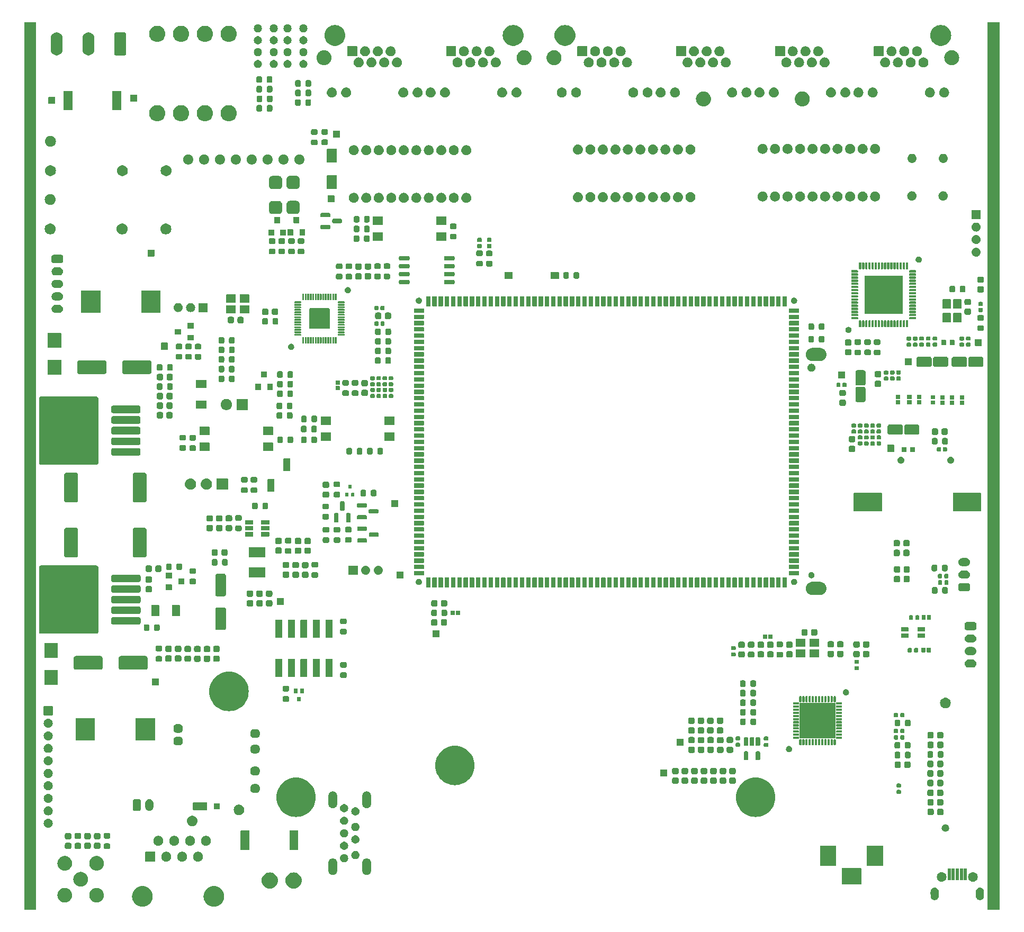
<source format=gts>
G04 #@! TF.GenerationSoftware,KiCad,Pcbnew,8.0.0-rc1*
G04 #@! TF.CreationDate,2024-10-18T14:45:25+03:00*
G04 #@! TF.ProjectId,Movita_3568_XV_Router_V4.1,4d6f7669-7461-45f3-9335-36385f58565f,REV1*
G04 #@! TF.SameCoordinates,Original*
G04 #@! TF.FileFunction,Soldermask,Top*
G04 #@! TF.FilePolarity,Negative*
%FSLAX46Y46*%
G04 Gerber Fmt 4.6, Leading zero omitted, Abs format (unit mm)*
G04 Created by KiCad (PCBNEW 8.0.0-rc1) date 2024-10-18 14:45:25*
%MOMM*%
%LPD*%
G01*
G04 APERTURE LIST*
G04 APERTURE END LIST*
G36*
X49470913Y-25549086D02*
G01*
X49475000Y-25558951D01*
X49475000Y-167541048D01*
X49470913Y-167550913D01*
X49461049Y-167555000D01*
X47648945Y-167555000D01*
X47639080Y-167550913D01*
X47634994Y-167541050D01*
X47644992Y-25558949D01*
X47649079Y-25549085D01*
X47658943Y-25545000D01*
X49461049Y-25545000D01*
X49470913Y-25549086D01*
G37*
G36*
X203620913Y-25549086D02*
G01*
X203625000Y-25558951D01*
X203625000Y-167541048D01*
X203620913Y-167550913D01*
X203611049Y-167555000D01*
X201628951Y-167555000D01*
X201619086Y-167550913D01*
X201615000Y-167541048D01*
X201615000Y-25558951D01*
X201619086Y-25549086D01*
X201628951Y-25545000D01*
X203611049Y-25545000D01*
X203620913Y-25549086D01*
G37*
G36*
X66565251Y-163753742D02*
G01*
X66628372Y-163753742D01*
X66697350Y-163764138D01*
X66763273Y-163769327D01*
X66816406Y-163782083D01*
X66872349Y-163790515D01*
X66945447Y-163813063D01*
X67015187Y-163829806D01*
X67060284Y-163848485D01*
X67108132Y-163863245D01*
X67183248Y-163899419D01*
X67254538Y-163928948D01*
X67291131Y-163951372D01*
X67330437Y-163970301D01*
X67405200Y-164021274D01*
X67475433Y-164064313D01*
X67503557Y-164088333D01*
X67534302Y-164109295D01*
X67606089Y-164175904D01*
X67672433Y-164232567D01*
X67692579Y-164256155D01*
X67715176Y-164277122D01*
X67781241Y-164359965D01*
X67840687Y-164429567D01*
X67853760Y-164450901D01*
X67869017Y-164470032D01*
X67926550Y-164569683D01*
X67976052Y-164650462D01*
X67983323Y-164668016D01*
X67992385Y-164683712D01*
X68038615Y-164801504D01*
X68075194Y-164889813D01*
X68078217Y-164902408D01*
X68082529Y-164913393D01*
X68114815Y-165054850D01*
X68135673Y-165141727D01*
X68136214Y-165148601D01*
X68137435Y-165153951D01*
X68153346Y-165366288D01*
X68156000Y-165400000D01*
X68153346Y-165433714D01*
X68137435Y-165646048D01*
X68136214Y-165651396D01*
X68135673Y-165658273D01*
X68114811Y-165745168D01*
X68082529Y-165886606D01*
X68078218Y-165897588D01*
X68075194Y-165910187D01*
X68038608Y-165998513D01*
X67992385Y-166116287D01*
X67983324Y-166131979D01*
X67976052Y-166149538D01*
X67926540Y-166230333D01*
X67869017Y-166329967D01*
X67853763Y-166349094D01*
X67840687Y-166370433D01*
X67781229Y-166440048D01*
X67715176Y-166522877D01*
X67692583Y-166543839D01*
X67672433Y-166567433D01*
X67606076Y-166624107D01*
X67534302Y-166690704D01*
X67503563Y-166711661D01*
X67475433Y-166735687D01*
X67405186Y-166778734D01*
X67330437Y-166829698D01*
X67291138Y-166848622D01*
X67254538Y-166871052D01*
X67183233Y-166900587D01*
X67108132Y-166936754D01*
X67060293Y-166951510D01*
X67015187Y-166970194D01*
X66945432Y-166986940D01*
X66872349Y-167009484D01*
X66816414Y-167017914D01*
X66763273Y-167030673D01*
X66697346Y-167035861D01*
X66628372Y-167046258D01*
X66565251Y-167046258D01*
X66505000Y-167051000D01*
X66444749Y-167046258D01*
X66381628Y-167046258D01*
X66312652Y-167035861D01*
X66246727Y-167030673D01*
X66193586Y-167017915D01*
X66137650Y-167009484D01*
X66064562Y-166986939D01*
X65994813Y-166970194D01*
X65949709Y-166951511D01*
X65901867Y-166936754D01*
X65826761Y-166900585D01*
X65755462Y-166871052D01*
X65718861Y-166848623D01*
X65679563Y-166829698D01*
X65604810Y-166778732D01*
X65534567Y-166735687D01*
X65506440Y-166711664D01*
X65475697Y-166690704D01*
X65403911Y-166624096D01*
X65337567Y-166567433D01*
X65317420Y-166543844D01*
X65294823Y-166522877D01*
X65228755Y-166440030D01*
X65169313Y-166370433D01*
X65156240Y-166349099D01*
X65140982Y-166329967D01*
X65083442Y-166230304D01*
X65033948Y-166149538D01*
X65026677Y-166131985D01*
X65017614Y-166116287D01*
X64971372Y-165998467D01*
X64934806Y-165910187D01*
X64931782Y-165897595D01*
X64927470Y-165886606D01*
X64895168Y-165745083D01*
X64874327Y-165658273D01*
X64873786Y-165651403D01*
X64872564Y-165646048D01*
X64856632Y-165433448D01*
X64854000Y-165400000D01*
X64856632Y-165366553D01*
X64872564Y-165153951D01*
X64873786Y-165148595D01*
X64874327Y-165141727D01*
X64895163Y-165054935D01*
X64927470Y-164913393D01*
X64931783Y-164902402D01*
X64934806Y-164889813D01*
X64971365Y-164801550D01*
X65017614Y-164683712D01*
X65026679Y-164668010D01*
X65033948Y-164650462D01*
X65083432Y-164569711D01*
X65140982Y-164470032D01*
X65156242Y-164450895D01*
X65169313Y-164429567D01*
X65228743Y-164359983D01*
X65294823Y-164277122D01*
X65317424Y-164256150D01*
X65337567Y-164232567D01*
X65403897Y-164175915D01*
X65475697Y-164109295D01*
X65506446Y-164088330D01*
X65534567Y-164064313D01*
X65604795Y-164021276D01*
X65679563Y-163970301D01*
X65718869Y-163951372D01*
X65755462Y-163928948D01*
X65826746Y-163899421D01*
X65901867Y-163863245D01*
X65949718Y-163848484D01*
X65994813Y-163829806D01*
X66064547Y-163813064D01*
X66137650Y-163790515D01*
X66193594Y-163782082D01*
X66246727Y-163769327D01*
X66312648Y-163764138D01*
X66381628Y-163753742D01*
X66444749Y-163753742D01*
X66505000Y-163749000D01*
X66565251Y-163753742D01*
G37*
G36*
X77995251Y-163753742D02*
G01*
X78058372Y-163753742D01*
X78127350Y-163764138D01*
X78193273Y-163769327D01*
X78246406Y-163782083D01*
X78302349Y-163790515D01*
X78375447Y-163813063D01*
X78445187Y-163829806D01*
X78490284Y-163848485D01*
X78538132Y-163863245D01*
X78613248Y-163899419D01*
X78684538Y-163928948D01*
X78721131Y-163951372D01*
X78760437Y-163970301D01*
X78835200Y-164021274D01*
X78905433Y-164064313D01*
X78933557Y-164088333D01*
X78964302Y-164109295D01*
X79036089Y-164175904D01*
X79102433Y-164232567D01*
X79122579Y-164256155D01*
X79145176Y-164277122D01*
X79211241Y-164359965D01*
X79270687Y-164429567D01*
X79283760Y-164450901D01*
X79299017Y-164470032D01*
X79356550Y-164569683D01*
X79406052Y-164650462D01*
X79413323Y-164668016D01*
X79422385Y-164683712D01*
X79468615Y-164801504D01*
X79505194Y-164889813D01*
X79508217Y-164902408D01*
X79512529Y-164913393D01*
X79544815Y-165054850D01*
X79565673Y-165141727D01*
X79566214Y-165148601D01*
X79567435Y-165153951D01*
X79583346Y-165366288D01*
X79586000Y-165400000D01*
X79583346Y-165433714D01*
X79567435Y-165646048D01*
X79566214Y-165651396D01*
X79565673Y-165658273D01*
X79544811Y-165745168D01*
X79512529Y-165886606D01*
X79508218Y-165897588D01*
X79505194Y-165910187D01*
X79468608Y-165998513D01*
X79422385Y-166116287D01*
X79413324Y-166131979D01*
X79406052Y-166149538D01*
X79356540Y-166230333D01*
X79299017Y-166329967D01*
X79283763Y-166349094D01*
X79270687Y-166370433D01*
X79211229Y-166440048D01*
X79145176Y-166522877D01*
X79122583Y-166543839D01*
X79102433Y-166567433D01*
X79036076Y-166624107D01*
X78964302Y-166690704D01*
X78933563Y-166711661D01*
X78905433Y-166735687D01*
X78835186Y-166778734D01*
X78760437Y-166829698D01*
X78721138Y-166848622D01*
X78684538Y-166871052D01*
X78613233Y-166900587D01*
X78538132Y-166936754D01*
X78490293Y-166951510D01*
X78445187Y-166970194D01*
X78375432Y-166986940D01*
X78302349Y-167009484D01*
X78246414Y-167017914D01*
X78193273Y-167030673D01*
X78127346Y-167035861D01*
X78058372Y-167046258D01*
X77995251Y-167046258D01*
X77935000Y-167051000D01*
X77874749Y-167046258D01*
X77811628Y-167046258D01*
X77742652Y-167035861D01*
X77676727Y-167030673D01*
X77623586Y-167017915D01*
X77567650Y-167009484D01*
X77494562Y-166986939D01*
X77424813Y-166970194D01*
X77379709Y-166951511D01*
X77331867Y-166936754D01*
X77256761Y-166900585D01*
X77185462Y-166871052D01*
X77148861Y-166848623D01*
X77109563Y-166829698D01*
X77034810Y-166778732D01*
X76964567Y-166735687D01*
X76936440Y-166711664D01*
X76905697Y-166690704D01*
X76833911Y-166624096D01*
X76767567Y-166567433D01*
X76747420Y-166543844D01*
X76724823Y-166522877D01*
X76658755Y-166440030D01*
X76599313Y-166370433D01*
X76586240Y-166349099D01*
X76570982Y-166329967D01*
X76513442Y-166230304D01*
X76463948Y-166149538D01*
X76456677Y-166131985D01*
X76447614Y-166116287D01*
X76401372Y-165998467D01*
X76364806Y-165910187D01*
X76361782Y-165897595D01*
X76357470Y-165886606D01*
X76325168Y-165745083D01*
X76304327Y-165658273D01*
X76303786Y-165651403D01*
X76302564Y-165646048D01*
X76286632Y-165433448D01*
X76284000Y-165400000D01*
X76286632Y-165366553D01*
X76302564Y-165153951D01*
X76303786Y-165148595D01*
X76304327Y-165141727D01*
X76325163Y-165054935D01*
X76357470Y-164913393D01*
X76361783Y-164902402D01*
X76364806Y-164889813D01*
X76401365Y-164801550D01*
X76447614Y-164683712D01*
X76456679Y-164668010D01*
X76463948Y-164650462D01*
X76513432Y-164569711D01*
X76570982Y-164470032D01*
X76586242Y-164450895D01*
X76599313Y-164429567D01*
X76658743Y-164359983D01*
X76724823Y-164277122D01*
X76747424Y-164256150D01*
X76767567Y-164232567D01*
X76833897Y-164175915D01*
X76905697Y-164109295D01*
X76936446Y-164088330D01*
X76964567Y-164064313D01*
X77034795Y-164021276D01*
X77109563Y-163970301D01*
X77148869Y-163951372D01*
X77185462Y-163928948D01*
X77256746Y-163899421D01*
X77331867Y-163863245D01*
X77379718Y-163848484D01*
X77424813Y-163829806D01*
X77494547Y-163813064D01*
X77567650Y-163790515D01*
X77623594Y-163782082D01*
X77676727Y-163769327D01*
X77742648Y-163764138D01*
X77811628Y-163753742D01*
X77874749Y-163753742D01*
X77935000Y-163749000D01*
X77995251Y-163753742D01*
G37*
G36*
X54135380Y-164039017D02*
G01*
X54188508Y-164039017D01*
X54235247Y-164047754D01*
X54284180Y-164052035D01*
X54344240Y-164068128D01*
X54401828Y-164078893D01*
X54440885Y-164094024D01*
X54482158Y-164105083D01*
X54544640Y-164134219D01*
X54604188Y-164157288D01*
X54634924Y-164176319D01*
X54667915Y-164191703D01*
X54730148Y-164235279D01*
X54788698Y-164271532D01*
X54811141Y-164291991D01*
X54835807Y-164309263D01*
X54894808Y-164368264D01*
X54949074Y-164417734D01*
X54963866Y-164437322D01*
X54980736Y-164454192D01*
X55033358Y-164529344D01*
X55079855Y-164590916D01*
X55088185Y-164607645D01*
X55098296Y-164622085D01*
X55141354Y-164714422D01*
X55176587Y-164785180D01*
X55180089Y-164797491D01*
X55184916Y-164807841D01*
X55215330Y-164921348D01*
X55235976Y-164993911D01*
X55236611Y-165000772D01*
X55237964Y-165005819D01*
X55252904Y-165176598D01*
X55256000Y-165210000D01*
X55252904Y-165243404D01*
X55237964Y-165414180D01*
X55236611Y-165419225D01*
X55235976Y-165426089D01*
X55215325Y-165498667D01*
X55184916Y-165612158D01*
X55180090Y-165622506D01*
X55176587Y-165634820D01*
X55141350Y-165705584D01*
X55098296Y-165797915D01*
X55088185Y-165812354D01*
X55079855Y-165829084D01*
X55033353Y-165890662D01*
X54980736Y-165965807D01*
X54963869Y-165982673D01*
X54949074Y-166002266D01*
X54894796Y-166051746D01*
X54835807Y-166110736D01*
X54811146Y-166128003D01*
X54788698Y-166148468D01*
X54730135Y-166184728D01*
X54667915Y-166228296D01*
X54634930Y-166243676D01*
X54604188Y-166262712D01*
X54544627Y-166285785D01*
X54482158Y-166314916D01*
X54440894Y-166325972D01*
X54401828Y-166341107D01*
X54344228Y-166351874D01*
X54284180Y-166367964D01*
X54235257Y-166372244D01*
X54188508Y-166380983D01*
X54135369Y-166380983D01*
X54080000Y-166385827D01*
X54024631Y-166380983D01*
X53971492Y-166380983D01*
X53924742Y-166372244D01*
X53875819Y-166367964D01*
X53815768Y-166351873D01*
X53758172Y-166341107D01*
X53719107Y-166325973D01*
X53677841Y-166314916D01*
X53615366Y-166285783D01*
X53555812Y-166262712D01*
X53525072Y-166243678D01*
X53492084Y-166228296D01*
X53429855Y-166184722D01*
X53371302Y-166148468D01*
X53348857Y-166128006D01*
X53324192Y-166110736D01*
X53265191Y-166051735D01*
X53210926Y-166002266D01*
X53196133Y-165982677D01*
X53179263Y-165965807D01*
X53126632Y-165890643D01*
X53080145Y-165829084D01*
X53071817Y-165812359D01*
X53061703Y-165797915D01*
X53018633Y-165705552D01*
X52983413Y-165634820D01*
X52979910Y-165622511D01*
X52975083Y-165612158D01*
X52944657Y-165498607D01*
X52924024Y-165426089D01*
X52923388Y-165419231D01*
X52922035Y-165414180D01*
X52907077Y-165243211D01*
X52904000Y-165210000D01*
X52907077Y-165176791D01*
X52922035Y-165005819D01*
X52923388Y-165000766D01*
X52924024Y-164993911D01*
X52944652Y-164921408D01*
X52975083Y-164807841D01*
X52979911Y-164797486D01*
X52983413Y-164785180D01*
X53018630Y-164714454D01*
X53061703Y-164622085D01*
X53071817Y-164607640D01*
X53080145Y-164590916D01*
X53126627Y-164529363D01*
X53179263Y-164454192D01*
X53196136Y-164437318D01*
X53210926Y-164417734D01*
X53265180Y-164368274D01*
X53324192Y-164309263D01*
X53348861Y-164291989D01*
X53371302Y-164271532D01*
X53429848Y-164235281D01*
X53492085Y-164191703D01*
X53525076Y-164176318D01*
X53555812Y-164157288D01*
X53615355Y-164134220D01*
X53677841Y-164105083D01*
X53719116Y-164094023D01*
X53758172Y-164078893D01*
X53815756Y-164068128D01*
X53875819Y-164052035D01*
X53924752Y-164047753D01*
X53971492Y-164039017D01*
X54024620Y-164039017D01*
X54080000Y-164034172D01*
X54135380Y-164039017D01*
G37*
G36*
X59235380Y-164039017D02*
G01*
X59288508Y-164039017D01*
X59335247Y-164047754D01*
X59384180Y-164052035D01*
X59444240Y-164068128D01*
X59501828Y-164078893D01*
X59540885Y-164094024D01*
X59582158Y-164105083D01*
X59644640Y-164134219D01*
X59704188Y-164157288D01*
X59734924Y-164176319D01*
X59767915Y-164191703D01*
X59830148Y-164235279D01*
X59888698Y-164271532D01*
X59911141Y-164291991D01*
X59935807Y-164309263D01*
X59994808Y-164368264D01*
X60049074Y-164417734D01*
X60063866Y-164437322D01*
X60080736Y-164454192D01*
X60133358Y-164529344D01*
X60179855Y-164590916D01*
X60188185Y-164607645D01*
X60198296Y-164622085D01*
X60241354Y-164714422D01*
X60276587Y-164785180D01*
X60280089Y-164797491D01*
X60284916Y-164807841D01*
X60315330Y-164921348D01*
X60335976Y-164993911D01*
X60336611Y-165000772D01*
X60337964Y-165005819D01*
X60352904Y-165176598D01*
X60356000Y-165210000D01*
X60352904Y-165243404D01*
X60337964Y-165414180D01*
X60336611Y-165419225D01*
X60335976Y-165426089D01*
X60315325Y-165498667D01*
X60284916Y-165612158D01*
X60280090Y-165622506D01*
X60276587Y-165634820D01*
X60241350Y-165705584D01*
X60198296Y-165797915D01*
X60188185Y-165812354D01*
X60179855Y-165829084D01*
X60133353Y-165890662D01*
X60080736Y-165965807D01*
X60063869Y-165982673D01*
X60049074Y-166002266D01*
X59994796Y-166051746D01*
X59935807Y-166110736D01*
X59911146Y-166128003D01*
X59888698Y-166148468D01*
X59830135Y-166184728D01*
X59767915Y-166228296D01*
X59734930Y-166243676D01*
X59704188Y-166262712D01*
X59644627Y-166285785D01*
X59582158Y-166314916D01*
X59540894Y-166325972D01*
X59501828Y-166341107D01*
X59444228Y-166351874D01*
X59384180Y-166367964D01*
X59335257Y-166372244D01*
X59288508Y-166380983D01*
X59235369Y-166380983D01*
X59180000Y-166385827D01*
X59124631Y-166380983D01*
X59071492Y-166380983D01*
X59024742Y-166372244D01*
X58975819Y-166367964D01*
X58915768Y-166351873D01*
X58858172Y-166341107D01*
X58819107Y-166325973D01*
X58777841Y-166314916D01*
X58715366Y-166285783D01*
X58655812Y-166262712D01*
X58625072Y-166243678D01*
X58592084Y-166228296D01*
X58529855Y-166184722D01*
X58471302Y-166148468D01*
X58448857Y-166128006D01*
X58424192Y-166110736D01*
X58365191Y-166051735D01*
X58310926Y-166002266D01*
X58296133Y-165982677D01*
X58279263Y-165965807D01*
X58226632Y-165890643D01*
X58180145Y-165829084D01*
X58171817Y-165812359D01*
X58161703Y-165797915D01*
X58118633Y-165705552D01*
X58083413Y-165634820D01*
X58079910Y-165622511D01*
X58075083Y-165612158D01*
X58044657Y-165498607D01*
X58024024Y-165426089D01*
X58023388Y-165419231D01*
X58022035Y-165414180D01*
X58007077Y-165243211D01*
X58004000Y-165210000D01*
X58007077Y-165176791D01*
X58022035Y-165005819D01*
X58023388Y-165000766D01*
X58024024Y-164993911D01*
X58044652Y-164921408D01*
X58075083Y-164807841D01*
X58079911Y-164797486D01*
X58083413Y-164785180D01*
X58118630Y-164714454D01*
X58161703Y-164622085D01*
X58171817Y-164607640D01*
X58180145Y-164590916D01*
X58226627Y-164529363D01*
X58279263Y-164454192D01*
X58296136Y-164437318D01*
X58310926Y-164417734D01*
X58365180Y-164368274D01*
X58424192Y-164309263D01*
X58448861Y-164291989D01*
X58471302Y-164271532D01*
X58529848Y-164235281D01*
X58592085Y-164191703D01*
X58625076Y-164176318D01*
X58655812Y-164157288D01*
X58715355Y-164134220D01*
X58777841Y-164105083D01*
X58819116Y-164094023D01*
X58858172Y-164078893D01*
X58915756Y-164068128D01*
X58975819Y-164052035D01*
X59024752Y-164047753D01*
X59071492Y-164039017D01*
X59124620Y-164039017D01*
X59180000Y-164034172D01*
X59235380Y-164039017D01*
G37*
G36*
X193373975Y-164013282D02*
G01*
X193491879Y-164062119D01*
X193597990Y-164133020D01*
X193688230Y-164223260D01*
X193759131Y-164329371D01*
X193807968Y-164447275D01*
X193832865Y-164572441D01*
X193836000Y-165336250D01*
X193832865Y-165400059D01*
X193807968Y-165525225D01*
X193759131Y-165643129D01*
X193688230Y-165749240D01*
X193597990Y-165839480D01*
X193491879Y-165910381D01*
X193373975Y-165959218D01*
X193248809Y-165984115D01*
X193121191Y-165984115D01*
X192996025Y-165959218D01*
X192878121Y-165910381D01*
X192772010Y-165839480D01*
X192681770Y-165749240D01*
X192610869Y-165643129D01*
X192562032Y-165525225D01*
X192537135Y-165400059D01*
X192534000Y-164636250D01*
X192537135Y-164572441D01*
X192562032Y-164447275D01*
X192610869Y-164329371D01*
X192681770Y-164223260D01*
X192772010Y-164133020D01*
X192878121Y-164062119D01*
X192996025Y-164013282D01*
X193121191Y-163988385D01*
X193248809Y-163988385D01*
X193373975Y-164013282D01*
G37*
G36*
X200623975Y-164013282D02*
G01*
X200741879Y-164062119D01*
X200847990Y-164133020D01*
X200938230Y-164223260D01*
X201009131Y-164329371D01*
X201057968Y-164447275D01*
X201082865Y-164572441D01*
X201086000Y-165336250D01*
X201082865Y-165400059D01*
X201057968Y-165525225D01*
X201009131Y-165643129D01*
X200938230Y-165749240D01*
X200847990Y-165839480D01*
X200741879Y-165910381D01*
X200623975Y-165959218D01*
X200498809Y-165984115D01*
X200371191Y-165984115D01*
X200246025Y-165959218D01*
X200128121Y-165910381D01*
X200022010Y-165839480D01*
X199931770Y-165749240D01*
X199860869Y-165643129D01*
X199812032Y-165525225D01*
X199787135Y-165400059D01*
X199784000Y-164636250D01*
X199787135Y-164572441D01*
X199812032Y-164447275D01*
X199860869Y-164329371D01*
X199931770Y-164223260D01*
X200022010Y-164133020D01*
X200128121Y-164062119D01*
X200246025Y-164013282D01*
X200371191Y-163988385D01*
X200498809Y-163988385D01*
X200623975Y-164013282D01*
G37*
G36*
X87105916Y-161588765D02*
G01*
X87324968Y-161647460D01*
X87530500Y-161743301D01*
X87716267Y-161873376D01*
X87876624Y-162033733D01*
X88006699Y-162219500D01*
X88102540Y-162425032D01*
X88161235Y-162644084D01*
X88181000Y-162870000D01*
X88161235Y-163095916D01*
X88102540Y-163314968D01*
X88006699Y-163520500D01*
X87876624Y-163706267D01*
X87716267Y-163866624D01*
X87530500Y-163996699D01*
X87324968Y-164092540D01*
X87105916Y-164151235D01*
X86880000Y-164171000D01*
X86654084Y-164151235D01*
X86435032Y-164092540D01*
X86229500Y-163996699D01*
X86043733Y-163866624D01*
X85883376Y-163706267D01*
X85753301Y-163520500D01*
X85657460Y-163314968D01*
X85598765Y-163095916D01*
X85579000Y-162870000D01*
X85598765Y-162644084D01*
X85657460Y-162425032D01*
X85753301Y-162219500D01*
X85883376Y-162033733D01*
X86043733Y-161873376D01*
X86229500Y-161743301D01*
X86435032Y-161647460D01*
X86654084Y-161588765D01*
X86880000Y-161569000D01*
X87105916Y-161588765D01*
G37*
G36*
X90915916Y-161588765D02*
G01*
X91134968Y-161647460D01*
X91340500Y-161743301D01*
X91526267Y-161873376D01*
X91686624Y-162033733D01*
X91816699Y-162219500D01*
X91912540Y-162425032D01*
X91971235Y-162644084D01*
X91991000Y-162870000D01*
X91971235Y-163095916D01*
X91912540Y-163314968D01*
X91816699Y-163520500D01*
X91686624Y-163706267D01*
X91526267Y-163866624D01*
X91340500Y-163996699D01*
X91134968Y-164092540D01*
X90915916Y-164151235D01*
X90690000Y-164171000D01*
X90464084Y-164151235D01*
X90245032Y-164092540D01*
X90039500Y-163996699D01*
X89853733Y-163866624D01*
X89693376Y-163706267D01*
X89563301Y-163520500D01*
X89467460Y-163314968D01*
X89408765Y-163095916D01*
X89389000Y-162870000D01*
X89408765Y-162644084D01*
X89467460Y-162425032D01*
X89563301Y-162219500D01*
X89693376Y-162033733D01*
X89853733Y-161873376D01*
X90039500Y-161743301D01*
X90245032Y-161647460D01*
X90464084Y-161588765D01*
X90690000Y-161569000D01*
X90915916Y-161588765D01*
G37*
G36*
X56685380Y-161489017D02*
G01*
X56738508Y-161489017D01*
X56785247Y-161497754D01*
X56834180Y-161502035D01*
X56894240Y-161518128D01*
X56951828Y-161528893D01*
X56990885Y-161544024D01*
X57032158Y-161555083D01*
X57094640Y-161584219D01*
X57154188Y-161607288D01*
X57184924Y-161626319D01*
X57217915Y-161641703D01*
X57280148Y-161685279D01*
X57338698Y-161721532D01*
X57361141Y-161741991D01*
X57385807Y-161759263D01*
X57444808Y-161818264D01*
X57499074Y-161867734D01*
X57513866Y-161887322D01*
X57530736Y-161904192D01*
X57583358Y-161979344D01*
X57629855Y-162040916D01*
X57638185Y-162057645D01*
X57648296Y-162072085D01*
X57691354Y-162164422D01*
X57726587Y-162235180D01*
X57730089Y-162247491D01*
X57734916Y-162257841D01*
X57765330Y-162371348D01*
X57785976Y-162443911D01*
X57786611Y-162450772D01*
X57787964Y-162455819D01*
X57802904Y-162626598D01*
X57806000Y-162660000D01*
X57802904Y-162693404D01*
X57787964Y-162864180D01*
X57786611Y-162869225D01*
X57785976Y-162876089D01*
X57765325Y-162948667D01*
X57734916Y-163062158D01*
X57730090Y-163072506D01*
X57726587Y-163084820D01*
X57691350Y-163155584D01*
X57648296Y-163247915D01*
X57638185Y-163262354D01*
X57629855Y-163279084D01*
X57583353Y-163340662D01*
X57530736Y-163415807D01*
X57513869Y-163432673D01*
X57499074Y-163452266D01*
X57444796Y-163501746D01*
X57385807Y-163560736D01*
X57361146Y-163578003D01*
X57338698Y-163598468D01*
X57280135Y-163634728D01*
X57217915Y-163678296D01*
X57184930Y-163693676D01*
X57154188Y-163712712D01*
X57094627Y-163735785D01*
X57032158Y-163764916D01*
X56990894Y-163775972D01*
X56951828Y-163791107D01*
X56894228Y-163801874D01*
X56834180Y-163817964D01*
X56785257Y-163822244D01*
X56738508Y-163830983D01*
X56685369Y-163830983D01*
X56630000Y-163835827D01*
X56574631Y-163830983D01*
X56521492Y-163830983D01*
X56474742Y-163822244D01*
X56425819Y-163817964D01*
X56365768Y-163801873D01*
X56308172Y-163791107D01*
X56269107Y-163775973D01*
X56227841Y-163764916D01*
X56165366Y-163735783D01*
X56105812Y-163712712D01*
X56075072Y-163693678D01*
X56042084Y-163678296D01*
X55979855Y-163634722D01*
X55921302Y-163598468D01*
X55898857Y-163578006D01*
X55874192Y-163560736D01*
X55815191Y-163501735D01*
X55760926Y-163452266D01*
X55746133Y-163432677D01*
X55729263Y-163415807D01*
X55676632Y-163340643D01*
X55630145Y-163279084D01*
X55621817Y-163262359D01*
X55611703Y-163247915D01*
X55568633Y-163155552D01*
X55533413Y-163084820D01*
X55529910Y-163072511D01*
X55525083Y-163062158D01*
X55494657Y-162948607D01*
X55474024Y-162876089D01*
X55473388Y-162869231D01*
X55472035Y-162864180D01*
X55457077Y-162693211D01*
X55454000Y-162660000D01*
X55457077Y-162626791D01*
X55472035Y-162455819D01*
X55473388Y-162450766D01*
X55474024Y-162443911D01*
X55494652Y-162371408D01*
X55525083Y-162257841D01*
X55529911Y-162247486D01*
X55533413Y-162235180D01*
X55568630Y-162164454D01*
X55611703Y-162072085D01*
X55621817Y-162057640D01*
X55630145Y-162040916D01*
X55676627Y-161979363D01*
X55729263Y-161904192D01*
X55746136Y-161887318D01*
X55760926Y-161867734D01*
X55815180Y-161818274D01*
X55874192Y-161759263D01*
X55898861Y-161741989D01*
X55921302Y-161721532D01*
X55979848Y-161685281D01*
X56042085Y-161641703D01*
X56075076Y-161626318D01*
X56105812Y-161607288D01*
X56165355Y-161584220D01*
X56227841Y-161555083D01*
X56269116Y-161544023D01*
X56308172Y-161528893D01*
X56365756Y-161518128D01*
X56425819Y-161502035D01*
X56474752Y-161497753D01*
X56521492Y-161489017D01*
X56574620Y-161489017D01*
X56630000Y-161484172D01*
X56685380Y-161489017D01*
G37*
G36*
X181419517Y-160892882D02*
G01*
X181436062Y-160903938D01*
X181447118Y-160920483D01*
X181451000Y-160940000D01*
X181451000Y-163440000D01*
X181447118Y-163459517D01*
X181436062Y-163476062D01*
X181419517Y-163487118D01*
X181400000Y-163491000D01*
X178400000Y-163491000D01*
X178380483Y-163487118D01*
X178363938Y-163476062D01*
X178352882Y-163459517D01*
X178349000Y-163440000D01*
X178349000Y-160940000D01*
X178352882Y-160920483D01*
X178363938Y-160903938D01*
X178380483Y-160892882D01*
X178400000Y-160889000D01*
X181400000Y-160889000D01*
X181419517Y-160892882D01*
G37*
G36*
X194482676Y-161549706D02*
G01*
X194646694Y-161607098D01*
X194793828Y-161699549D01*
X194916701Y-161822422D01*
X195009152Y-161969556D01*
X195066544Y-162133574D01*
X195086000Y-162306250D01*
X195066544Y-162478926D01*
X195009152Y-162642944D01*
X194916701Y-162790078D01*
X194793828Y-162912951D01*
X194646694Y-163005402D01*
X194482676Y-163062794D01*
X194310000Y-163082250D01*
X194137324Y-163062794D01*
X193973306Y-163005402D01*
X193826172Y-162912951D01*
X193703299Y-162790078D01*
X193610848Y-162642944D01*
X193553456Y-162478926D01*
X193534000Y-162306250D01*
X193553456Y-162133574D01*
X193610848Y-161969556D01*
X193703299Y-161822422D01*
X193826172Y-161699549D01*
X193973306Y-161607098D01*
X194137324Y-161549706D01*
X194310000Y-161530250D01*
X194482676Y-161549706D01*
G37*
G36*
X199482676Y-161549706D02*
G01*
X199646694Y-161607098D01*
X199793828Y-161699549D01*
X199916701Y-161822422D01*
X200009152Y-161969556D01*
X200066544Y-162133574D01*
X200086000Y-162306250D01*
X200066544Y-162478926D01*
X200009152Y-162642944D01*
X199916701Y-162790078D01*
X199793828Y-162912951D01*
X199646694Y-163005402D01*
X199482676Y-163062794D01*
X199310000Y-163082250D01*
X199137324Y-163062794D01*
X198973306Y-163005402D01*
X198826172Y-162912951D01*
X198703299Y-162790078D01*
X198610848Y-162642944D01*
X198553456Y-162478926D01*
X198534000Y-162306250D01*
X198553456Y-162133574D01*
X198610848Y-161969556D01*
X198703299Y-161822422D01*
X198826172Y-161699549D01*
X198973306Y-161607098D01*
X199137324Y-161549706D01*
X199310000Y-161530250D01*
X199482676Y-161549706D01*
G37*
G36*
X195729517Y-160939132D02*
G01*
X195746062Y-160950188D01*
X195757118Y-160966733D01*
X195761000Y-160986250D01*
X195761000Y-162731250D01*
X195757118Y-162750767D01*
X195746062Y-162767312D01*
X195729517Y-162778368D01*
X195710000Y-162782250D01*
X195310000Y-162782250D01*
X195290483Y-162778368D01*
X195273938Y-162767312D01*
X195262882Y-162750767D01*
X195259000Y-162731250D01*
X195259000Y-160986250D01*
X195262882Y-160966733D01*
X195273938Y-160950188D01*
X195290483Y-160939132D01*
X195310000Y-160935250D01*
X195710000Y-160935250D01*
X195729517Y-160939132D01*
G37*
G36*
X196379517Y-160939132D02*
G01*
X196396062Y-160950188D01*
X196407118Y-160966733D01*
X196411000Y-160986250D01*
X196411000Y-162731250D01*
X196407118Y-162750767D01*
X196396062Y-162767312D01*
X196379517Y-162778368D01*
X196360000Y-162782250D01*
X195960000Y-162782250D01*
X195940483Y-162778368D01*
X195923938Y-162767312D01*
X195912882Y-162750767D01*
X195909000Y-162731250D01*
X195909000Y-160986250D01*
X195912882Y-160966733D01*
X195923938Y-160950188D01*
X195940483Y-160939132D01*
X195960000Y-160935250D01*
X196360000Y-160935250D01*
X196379517Y-160939132D01*
G37*
G36*
X197029517Y-160939132D02*
G01*
X197046062Y-160950188D01*
X197057118Y-160966733D01*
X197061000Y-160986250D01*
X197061000Y-162731250D01*
X197057118Y-162750767D01*
X197046062Y-162767312D01*
X197029517Y-162778368D01*
X197010000Y-162782250D01*
X196610000Y-162782250D01*
X196590483Y-162778368D01*
X196573938Y-162767312D01*
X196562882Y-162750767D01*
X196559000Y-162731250D01*
X196559000Y-160986250D01*
X196562882Y-160966733D01*
X196573938Y-160950188D01*
X196590483Y-160939132D01*
X196610000Y-160935250D01*
X197010000Y-160935250D01*
X197029517Y-160939132D01*
G37*
G36*
X197679517Y-160939132D02*
G01*
X197696062Y-160950188D01*
X197707118Y-160966733D01*
X197711000Y-160986250D01*
X197711000Y-162731250D01*
X197707118Y-162750767D01*
X197696062Y-162767312D01*
X197679517Y-162778368D01*
X197660000Y-162782250D01*
X197260000Y-162782250D01*
X197240483Y-162778368D01*
X197223938Y-162767312D01*
X197212882Y-162750767D01*
X197209000Y-162731250D01*
X197209000Y-160986250D01*
X197212882Y-160966733D01*
X197223938Y-160950188D01*
X197240483Y-160939132D01*
X197260000Y-160935250D01*
X197660000Y-160935250D01*
X197679517Y-160939132D01*
G37*
G36*
X198329517Y-160939132D02*
G01*
X198346062Y-160950188D01*
X198357118Y-160966733D01*
X198361000Y-160986250D01*
X198361000Y-162731250D01*
X198357118Y-162750767D01*
X198346062Y-162767312D01*
X198329517Y-162778368D01*
X198310000Y-162782250D01*
X197910000Y-162782250D01*
X197890483Y-162778368D01*
X197873938Y-162767312D01*
X197862882Y-162750767D01*
X197859000Y-162731250D01*
X197859000Y-160986250D01*
X197862882Y-160966733D01*
X197873938Y-160950188D01*
X197890483Y-160939132D01*
X197910000Y-160935250D01*
X198310000Y-160935250D01*
X198329517Y-160939132D01*
G37*
G36*
X97153490Y-159329185D02*
G01*
X97280449Y-159381773D01*
X97394710Y-159458120D01*
X97491880Y-159555290D01*
X97568227Y-159669551D01*
X97620815Y-159796510D01*
X97647624Y-159931290D01*
X97651000Y-161300000D01*
X97647624Y-161368710D01*
X97620815Y-161503490D01*
X97568227Y-161630449D01*
X97491880Y-161744710D01*
X97394710Y-161841880D01*
X97280449Y-161918227D01*
X97153490Y-161970815D01*
X97018710Y-161997624D01*
X96881290Y-161997624D01*
X96746510Y-161970815D01*
X96619551Y-161918227D01*
X96505290Y-161841880D01*
X96408120Y-161744710D01*
X96331773Y-161630449D01*
X96279185Y-161503490D01*
X96252376Y-161368710D01*
X96249000Y-160000000D01*
X96252376Y-159931290D01*
X96279185Y-159796510D01*
X96331773Y-159669551D01*
X96408120Y-159555290D01*
X96505290Y-159458120D01*
X96619551Y-159381773D01*
X96746510Y-159329185D01*
X96881290Y-159302376D01*
X97018710Y-159302376D01*
X97153490Y-159329185D01*
G37*
G36*
X102573490Y-159329185D02*
G01*
X102700449Y-159381773D01*
X102814710Y-159458120D01*
X102911880Y-159555290D01*
X102988227Y-159669551D01*
X103040815Y-159796510D01*
X103067624Y-159931290D01*
X103071000Y-161300000D01*
X103067624Y-161368710D01*
X103040815Y-161503490D01*
X102988227Y-161630449D01*
X102911880Y-161744710D01*
X102814710Y-161841880D01*
X102700449Y-161918227D01*
X102573490Y-161970815D01*
X102438710Y-161997624D01*
X102301290Y-161997624D01*
X102166510Y-161970815D01*
X102039551Y-161918227D01*
X101925290Y-161841880D01*
X101828120Y-161744710D01*
X101751773Y-161630449D01*
X101699185Y-161503490D01*
X101672376Y-161368710D01*
X101669000Y-160000000D01*
X101672376Y-159931290D01*
X101699185Y-159796510D01*
X101751773Y-159669551D01*
X101828120Y-159555290D01*
X101925290Y-159458120D01*
X102039551Y-159381773D01*
X102166510Y-159329185D01*
X102301290Y-159302376D01*
X102438710Y-159302376D01*
X102573490Y-159329185D01*
G37*
G36*
X54135380Y-158939017D02*
G01*
X54188508Y-158939017D01*
X54235247Y-158947754D01*
X54284180Y-158952035D01*
X54344240Y-158968128D01*
X54401828Y-158978893D01*
X54440885Y-158994024D01*
X54482158Y-159005083D01*
X54544640Y-159034219D01*
X54604188Y-159057288D01*
X54634924Y-159076319D01*
X54667915Y-159091703D01*
X54730148Y-159135279D01*
X54788698Y-159171532D01*
X54811141Y-159191991D01*
X54835807Y-159209263D01*
X54894808Y-159268264D01*
X54949074Y-159317734D01*
X54963866Y-159337322D01*
X54980736Y-159354192D01*
X55033358Y-159429344D01*
X55079855Y-159490916D01*
X55088185Y-159507645D01*
X55098296Y-159522085D01*
X55141354Y-159614422D01*
X55176587Y-159685180D01*
X55180089Y-159697491D01*
X55184916Y-159707841D01*
X55215330Y-159821348D01*
X55235976Y-159893911D01*
X55236611Y-159900772D01*
X55237964Y-159905819D01*
X55252904Y-160076598D01*
X55256000Y-160110000D01*
X55252904Y-160143404D01*
X55237964Y-160314180D01*
X55236611Y-160319225D01*
X55235976Y-160326089D01*
X55215325Y-160398667D01*
X55184916Y-160512158D01*
X55180090Y-160522506D01*
X55176587Y-160534820D01*
X55141350Y-160605584D01*
X55098296Y-160697915D01*
X55088185Y-160712354D01*
X55079855Y-160729084D01*
X55033353Y-160790662D01*
X54980736Y-160865807D01*
X54963869Y-160882673D01*
X54949074Y-160902266D01*
X54894796Y-160951746D01*
X54835807Y-161010736D01*
X54811146Y-161028003D01*
X54788698Y-161048468D01*
X54730135Y-161084728D01*
X54667915Y-161128296D01*
X54634930Y-161143676D01*
X54604188Y-161162712D01*
X54544627Y-161185785D01*
X54482158Y-161214916D01*
X54440894Y-161225972D01*
X54401828Y-161241107D01*
X54344228Y-161251874D01*
X54284180Y-161267964D01*
X54235257Y-161272244D01*
X54188508Y-161280983D01*
X54135369Y-161280983D01*
X54080000Y-161285827D01*
X54024631Y-161280983D01*
X53971492Y-161280983D01*
X53924742Y-161272244D01*
X53875819Y-161267964D01*
X53815768Y-161251873D01*
X53758172Y-161241107D01*
X53719107Y-161225973D01*
X53677841Y-161214916D01*
X53615366Y-161185783D01*
X53555812Y-161162712D01*
X53525072Y-161143678D01*
X53492084Y-161128296D01*
X53429855Y-161084722D01*
X53371302Y-161048468D01*
X53348857Y-161028006D01*
X53324192Y-161010736D01*
X53265191Y-160951735D01*
X53210926Y-160902266D01*
X53196133Y-160882677D01*
X53179263Y-160865807D01*
X53126632Y-160790643D01*
X53080145Y-160729084D01*
X53071817Y-160712359D01*
X53061703Y-160697915D01*
X53018633Y-160605552D01*
X52983413Y-160534820D01*
X52979910Y-160522511D01*
X52975083Y-160512158D01*
X52944657Y-160398607D01*
X52924024Y-160326089D01*
X52923388Y-160319231D01*
X52922035Y-160314180D01*
X52907077Y-160143211D01*
X52904000Y-160110000D01*
X52907077Y-160076791D01*
X52922035Y-159905819D01*
X52923388Y-159900766D01*
X52924024Y-159893911D01*
X52944652Y-159821408D01*
X52975083Y-159707841D01*
X52979911Y-159697486D01*
X52983413Y-159685180D01*
X53018630Y-159614454D01*
X53061703Y-159522085D01*
X53071817Y-159507640D01*
X53080145Y-159490916D01*
X53126627Y-159429363D01*
X53179263Y-159354192D01*
X53196136Y-159337318D01*
X53210926Y-159317734D01*
X53265180Y-159268274D01*
X53324192Y-159209263D01*
X53348861Y-159191989D01*
X53371302Y-159171532D01*
X53429848Y-159135281D01*
X53492085Y-159091703D01*
X53525076Y-159076318D01*
X53555812Y-159057288D01*
X53615355Y-159034220D01*
X53677841Y-159005083D01*
X53719116Y-158994023D01*
X53758172Y-158978893D01*
X53815756Y-158968128D01*
X53875819Y-158952035D01*
X53924752Y-158947753D01*
X53971492Y-158939017D01*
X54024620Y-158939017D01*
X54080000Y-158934172D01*
X54135380Y-158939017D01*
G37*
G36*
X59235380Y-158939017D02*
G01*
X59288508Y-158939017D01*
X59335247Y-158947754D01*
X59384180Y-158952035D01*
X59444240Y-158968128D01*
X59501828Y-158978893D01*
X59540885Y-158994024D01*
X59582158Y-159005083D01*
X59644640Y-159034219D01*
X59704188Y-159057288D01*
X59734924Y-159076319D01*
X59767915Y-159091703D01*
X59830148Y-159135279D01*
X59888698Y-159171532D01*
X59911141Y-159191991D01*
X59935807Y-159209263D01*
X59994808Y-159268264D01*
X60049074Y-159317734D01*
X60063866Y-159337322D01*
X60080736Y-159354192D01*
X60133358Y-159429344D01*
X60179855Y-159490916D01*
X60188185Y-159507645D01*
X60198296Y-159522085D01*
X60241354Y-159614422D01*
X60276587Y-159685180D01*
X60280089Y-159697491D01*
X60284916Y-159707841D01*
X60315330Y-159821348D01*
X60335976Y-159893911D01*
X60336611Y-159900772D01*
X60337964Y-159905819D01*
X60352904Y-160076598D01*
X60356000Y-160110000D01*
X60352904Y-160143404D01*
X60337964Y-160314180D01*
X60336611Y-160319225D01*
X60335976Y-160326089D01*
X60315325Y-160398667D01*
X60284916Y-160512158D01*
X60280090Y-160522506D01*
X60276587Y-160534820D01*
X60241350Y-160605584D01*
X60198296Y-160697915D01*
X60188185Y-160712354D01*
X60179855Y-160729084D01*
X60133353Y-160790662D01*
X60080736Y-160865807D01*
X60063869Y-160882673D01*
X60049074Y-160902266D01*
X59994796Y-160951746D01*
X59935807Y-161010736D01*
X59911146Y-161028003D01*
X59888698Y-161048468D01*
X59830135Y-161084728D01*
X59767915Y-161128296D01*
X59734930Y-161143676D01*
X59704188Y-161162712D01*
X59644627Y-161185785D01*
X59582158Y-161214916D01*
X59540894Y-161225972D01*
X59501828Y-161241107D01*
X59444228Y-161251874D01*
X59384180Y-161267964D01*
X59335257Y-161272244D01*
X59288508Y-161280983D01*
X59235369Y-161280983D01*
X59180000Y-161285827D01*
X59124631Y-161280983D01*
X59071492Y-161280983D01*
X59024742Y-161272244D01*
X58975819Y-161267964D01*
X58915768Y-161251873D01*
X58858172Y-161241107D01*
X58819107Y-161225973D01*
X58777841Y-161214916D01*
X58715366Y-161185783D01*
X58655812Y-161162712D01*
X58625072Y-161143678D01*
X58592084Y-161128296D01*
X58529855Y-161084722D01*
X58471302Y-161048468D01*
X58448857Y-161028006D01*
X58424192Y-161010736D01*
X58365191Y-160951735D01*
X58310926Y-160902266D01*
X58296133Y-160882677D01*
X58279263Y-160865807D01*
X58226632Y-160790643D01*
X58180145Y-160729084D01*
X58171817Y-160712359D01*
X58161703Y-160697915D01*
X58118633Y-160605552D01*
X58083413Y-160534820D01*
X58079910Y-160522511D01*
X58075083Y-160512158D01*
X58044657Y-160398607D01*
X58024024Y-160326089D01*
X58023388Y-160319231D01*
X58022035Y-160314180D01*
X58007077Y-160143211D01*
X58004000Y-160110000D01*
X58007077Y-160076791D01*
X58022035Y-159905819D01*
X58023388Y-159900766D01*
X58024024Y-159893911D01*
X58044652Y-159821408D01*
X58075083Y-159707841D01*
X58079911Y-159697486D01*
X58083413Y-159685180D01*
X58118630Y-159614454D01*
X58161703Y-159522085D01*
X58171817Y-159507640D01*
X58180145Y-159490916D01*
X58226627Y-159429363D01*
X58279263Y-159354192D01*
X58296136Y-159337318D01*
X58310926Y-159317734D01*
X58365180Y-159268274D01*
X58424192Y-159209263D01*
X58448861Y-159191989D01*
X58471302Y-159171532D01*
X58529848Y-159135281D01*
X58592085Y-159091703D01*
X58625076Y-159076318D01*
X58655812Y-159057288D01*
X58715355Y-159034220D01*
X58777841Y-159005083D01*
X58819116Y-158994023D01*
X58858172Y-158978893D01*
X58915756Y-158968128D01*
X58975819Y-158952035D01*
X59024752Y-158947753D01*
X59071492Y-158939017D01*
X59124620Y-158939017D01*
X59180000Y-158934172D01*
X59235380Y-158939017D01*
G37*
G36*
X177419517Y-157292882D02*
G01*
X177436062Y-157303938D01*
X177447118Y-157320483D01*
X177451000Y-157340000D01*
X177451000Y-160440000D01*
X177447118Y-160459517D01*
X177436062Y-160476062D01*
X177419517Y-160487118D01*
X177400000Y-160491000D01*
X174900000Y-160491000D01*
X174880483Y-160487118D01*
X174863938Y-160476062D01*
X174852882Y-160459517D01*
X174849000Y-160440000D01*
X174849000Y-157340000D01*
X174852882Y-157320483D01*
X174863938Y-157303938D01*
X174880483Y-157292882D01*
X174900000Y-157289000D01*
X177400000Y-157289000D01*
X177419517Y-157292882D01*
G37*
G36*
X184919517Y-157292882D02*
G01*
X184936062Y-157303938D01*
X184947118Y-157320483D01*
X184951000Y-157340000D01*
X184951000Y-160440000D01*
X184947118Y-160459517D01*
X184936062Y-160476062D01*
X184919517Y-160487118D01*
X184900000Y-160491000D01*
X182400000Y-160491000D01*
X182380483Y-160487118D01*
X182363938Y-160476062D01*
X182352882Y-160459517D01*
X182349000Y-160440000D01*
X182349000Y-157340000D01*
X182352882Y-157320483D01*
X182363938Y-157303938D01*
X182380483Y-157292882D01*
X182400000Y-157289000D01*
X184900000Y-157289000D01*
X184919517Y-157292882D01*
G37*
G36*
X98990848Y-158691304D02*
G01*
X99129810Y-158764238D01*
X99247280Y-158868307D01*
X99336432Y-158997465D01*
X99392083Y-159144206D01*
X99411000Y-159300000D01*
X99392083Y-159455794D01*
X99336432Y-159602535D01*
X99247280Y-159731693D01*
X99129810Y-159835762D01*
X98990848Y-159908696D01*
X98838469Y-159946253D01*
X98681531Y-159946253D01*
X98529152Y-159908696D01*
X98390190Y-159835762D01*
X98272720Y-159731693D01*
X98183568Y-159602535D01*
X98127917Y-159455794D01*
X98109000Y-159300000D01*
X98127917Y-159144206D01*
X98183568Y-158997465D01*
X98272720Y-158868307D01*
X98390190Y-158764238D01*
X98529152Y-158691304D01*
X98681531Y-158653747D01*
X98838469Y-158653747D01*
X98990848Y-158691304D01*
G37*
G36*
X68544517Y-158252882D02*
G01*
X68561062Y-158263938D01*
X68572118Y-158280483D01*
X68576000Y-158300000D01*
X68576000Y-159800000D01*
X68572118Y-159819517D01*
X68561062Y-159836062D01*
X68544517Y-159847118D01*
X68525000Y-159851000D01*
X67025000Y-159851000D01*
X67005483Y-159847118D01*
X66988938Y-159836062D01*
X66977882Y-159819517D01*
X66974000Y-159800000D01*
X66974000Y-158300000D01*
X66977882Y-158280483D01*
X66988938Y-158263938D01*
X67005483Y-158252882D01*
X67025000Y-158249000D01*
X68525000Y-158249000D01*
X68544517Y-158252882D01*
G37*
G36*
X70356127Y-158253634D02*
G01*
X70398700Y-158253634D01*
X70446725Y-158263842D01*
X70493239Y-158269083D01*
X70527062Y-158280918D01*
X70562445Y-158288439D01*
X70613437Y-158311141D01*
X70662541Y-158328324D01*
X70688098Y-158344383D01*
X70715377Y-158356528D01*
X70766242Y-158393483D01*
X70814415Y-158423753D01*
X70831715Y-158441053D01*
X70850808Y-158454925D01*
X70898010Y-158507348D01*
X70941247Y-158550585D01*
X70951192Y-158566412D01*
X70962824Y-158579331D01*
X71002614Y-158648250D01*
X71036676Y-158702459D01*
X71040929Y-158714613D01*
X71046522Y-158724301D01*
X71075160Y-158812442D01*
X71095917Y-158871761D01*
X71096704Y-158878746D01*
X71098254Y-158883517D01*
X71112309Y-159017242D01*
X71116000Y-159050000D01*
X71112308Y-159082760D01*
X71098254Y-159216482D01*
X71096704Y-159221251D01*
X71095917Y-159228239D01*
X71075156Y-159287570D01*
X71046522Y-159375698D01*
X71040930Y-159385383D01*
X71036676Y-159397541D01*
X71002607Y-159451760D01*
X70962824Y-159520668D01*
X70951194Y-159533584D01*
X70941247Y-159549415D01*
X70898001Y-159592660D01*
X70850808Y-159645074D01*
X70831718Y-159658943D01*
X70814415Y-159676247D01*
X70766231Y-159706522D01*
X70715377Y-159743471D01*
X70688104Y-159755613D01*
X70662541Y-159771676D01*
X70613426Y-159788861D01*
X70562445Y-159811560D01*
X70527067Y-159819079D01*
X70493239Y-159830917D01*
X70446722Y-159836158D01*
X70398700Y-159846366D01*
X70356127Y-159846366D01*
X70315000Y-159851000D01*
X70273873Y-159846366D01*
X70231300Y-159846366D01*
X70183276Y-159836158D01*
X70136761Y-159830917D01*
X70102933Y-159819080D01*
X70067554Y-159811560D01*
X70016568Y-159788860D01*
X69967459Y-159771676D01*
X69941898Y-159755614D01*
X69914622Y-159743471D01*
X69863760Y-159706517D01*
X69815585Y-159676247D01*
X69798283Y-159658945D01*
X69779191Y-159645074D01*
X69731988Y-159592650D01*
X69688753Y-159549415D01*
X69678808Y-159533587D01*
X69667175Y-159520668D01*
X69627380Y-159451740D01*
X69593324Y-159397541D01*
X69589071Y-159385388D01*
X69583477Y-159375698D01*
X69554829Y-159287530D01*
X69534083Y-159228239D01*
X69533296Y-159221256D01*
X69531745Y-159216482D01*
X69517676Y-159082628D01*
X69514000Y-159050000D01*
X69517676Y-159017374D01*
X69531745Y-158883517D01*
X69533296Y-158878742D01*
X69534083Y-158871761D01*
X69554825Y-158812482D01*
X69583477Y-158724301D01*
X69589072Y-158714609D01*
X69593324Y-158702459D01*
X69627373Y-158648270D01*
X69667175Y-158579331D01*
X69678810Y-158566408D01*
X69688753Y-158550585D01*
X69731979Y-158507358D01*
X69779191Y-158454925D01*
X69798287Y-158441050D01*
X69815585Y-158423753D01*
X69863755Y-158393485D01*
X69914623Y-158356528D01*
X69941901Y-158344382D01*
X69967459Y-158328324D01*
X70016559Y-158311142D01*
X70067554Y-158288439D01*
X70102939Y-158280917D01*
X70136761Y-158269083D01*
X70183273Y-158263842D01*
X70231300Y-158253634D01*
X70273873Y-158253634D01*
X70315000Y-158249000D01*
X70356127Y-158253634D01*
G37*
G36*
X72896127Y-158253634D02*
G01*
X72938700Y-158253634D01*
X72986725Y-158263842D01*
X73033239Y-158269083D01*
X73067062Y-158280918D01*
X73102445Y-158288439D01*
X73153437Y-158311141D01*
X73202541Y-158328324D01*
X73228098Y-158344383D01*
X73255377Y-158356528D01*
X73306242Y-158393483D01*
X73354415Y-158423753D01*
X73371715Y-158441053D01*
X73390808Y-158454925D01*
X73438010Y-158507348D01*
X73481247Y-158550585D01*
X73491192Y-158566412D01*
X73502824Y-158579331D01*
X73542614Y-158648250D01*
X73576676Y-158702459D01*
X73580929Y-158714613D01*
X73586522Y-158724301D01*
X73615160Y-158812442D01*
X73635917Y-158871761D01*
X73636704Y-158878746D01*
X73638254Y-158883517D01*
X73652309Y-159017242D01*
X73656000Y-159050000D01*
X73652308Y-159082760D01*
X73638254Y-159216482D01*
X73636704Y-159221251D01*
X73635917Y-159228239D01*
X73615156Y-159287570D01*
X73586522Y-159375698D01*
X73580930Y-159385383D01*
X73576676Y-159397541D01*
X73542607Y-159451760D01*
X73502824Y-159520668D01*
X73491194Y-159533584D01*
X73481247Y-159549415D01*
X73438001Y-159592660D01*
X73390808Y-159645074D01*
X73371718Y-159658943D01*
X73354415Y-159676247D01*
X73306231Y-159706522D01*
X73255377Y-159743471D01*
X73228104Y-159755613D01*
X73202541Y-159771676D01*
X73153426Y-159788861D01*
X73102445Y-159811560D01*
X73067067Y-159819079D01*
X73033239Y-159830917D01*
X72986722Y-159836158D01*
X72938700Y-159846366D01*
X72896127Y-159846366D01*
X72855000Y-159851000D01*
X72813873Y-159846366D01*
X72771300Y-159846366D01*
X72723276Y-159836158D01*
X72676761Y-159830917D01*
X72642933Y-159819080D01*
X72607554Y-159811560D01*
X72556568Y-159788860D01*
X72507459Y-159771676D01*
X72481898Y-159755614D01*
X72454622Y-159743471D01*
X72403760Y-159706517D01*
X72355585Y-159676247D01*
X72338283Y-159658945D01*
X72319191Y-159645074D01*
X72271988Y-159592650D01*
X72228753Y-159549415D01*
X72218808Y-159533587D01*
X72207175Y-159520668D01*
X72167380Y-159451740D01*
X72133324Y-159397541D01*
X72129071Y-159385388D01*
X72123477Y-159375698D01*
X72094829Y-159287530D01*
X72074083Y-159228239D01*
X72073296Y-159221256D01*
X72071745Y-159216482D01*
X72057676Y-159082628D01*
X72054000Y-159050000D01*
X72057676Y-159017374D01*
X72071745Y-158883517D01*
X72073296Y-158878742D01*
X72074083Y-158871761D01*
X72094825Y-158812482D01*
X72123477Y-158724301D01*
X72129072Y-158714609D01*
X72133324Y-158702459D01*
X72167373Y-158648270D01*
X72207175Y-158579331D01*
X72218810Y-158566408D01*
X72228753Y-158550585D01*
X72271979Y-158507358D01*
X72319191Y-158454925D01*
X72338287Y-158441050D01*
X72355585Y-158423753D01*
X72403755Y-158393485D01*
X72454623Y-158356528D01*
X72481901Y-158344382D01*
X72507459Y-158328324D01*
X72556559Y-158311142D01*
X72607554Y-158288439D01*
X72642939Y-158280917D01*
X72676761Y-158269083D01*
X72723273Y-158263842D01*
X72771300Y-158253634D01*
X72813873Y-158253634D01*
X72855000Y-158249000D01*
X72896127Y-158253634D01*
G37*
G36*
X75436127Y-158253634D02*
G01*
X75478700Y-158253634D01*
X75526725Y-158263842D01*
X75573239Y-158269083D01*
X75607062Y-158280918D01*
X75642445Y-158288439D01*
X75693437Y-158311141D01*
X75742541Y-158328324D01*
X75768098Y-158344383D01*
X75795377Y-158356528D01*
X75846242Y-158393483D01*
X75894415Y-158423753D01*
X75911715Y-158441053D01*
X75930808Y-158454925D01*
X75978010Y-158507348D01*
X76021247Y-158550585D01*
X76031192Y-158566412D01*
X76042824Y-158579331D01*
X76082614Y-158648250D01*
X76116676Y-158702459D01*
X76120929Y-158714613D01*
X76126522Y-158724301D01*
X76155160Y-158812442D01*
X76175917Y-158871761D01*
X76176704Y-158878746D01*
X76178254Y-158883517D01*
X76192309Y-159017242D01*
X76196000Y-159050000D01*
X76192308Y-159082760D01*
X76178254Y-159216482D01*
X76176704Y-159221251D01*
X76175917Y-159228239D01*
X76155156Y-159287570D01*
X76126522Y-159375698D01*
X76120930Y-159385383D01*
X76116676Y-159397541D01*
X76082607Y-159451760D01*
X76042824Y-159520668D01*
X76031194Y-159533584D01*
X76021247Y-159549415D01*
X75978001Y-159592660D01*
X75930808Y-159645074D01*
X75911718Y-159658943D01*
X75894415Y-159676247D01*
X75846231Y-159706522D01*
X75795377Y-159743471D01*
X75768104Y-159755613D01*
X75742541Y-159771676D01*
X75693426Y-159788861D01*
X75642445Y-159811560D01*
X75607067Y-159819079D01*
X75573239Y-159830917D01*
X75526722Y-159836158D01*
X75478700Y-159846366D01*
X75436127Y-159846366D01*
X75395000Y-159851000D01*
X75353873Y-159846366D01*
X75311300Y-159846366D01*
X75263276Y-159836158D01*
X75216761Y-159830917D01*
X75182933Y-159819080D01*
X75147554Y-159811560D01*
X75096568Y-159788860D01*
X75047459Y-159771676D01*
X75021898Y-159755614D01*
X74994622Y-159743471D01*
X74943760Y-159706517D01*
X74895585Y-159676247D01*
X74878283Y-159658945D01*
X74859191Y-159645074D01*
X74811988Y-159592650D01*
X74768753Y-159549415D01*
X74758808Y-159533587D01*
X74747175Y-159520668D01*
X74707380Y-159451740D01*
X74673324Y-159397541D01*
X74669071Y-159385388D01*
X74663477Y-159375698D01*
X74634829Y-159287530D01*
X74614083Y-159228239D01*
X74613296Y-159221256D01*
X74611745Y-159216482D01*
X74597676Y-159082628D01*
X74594000Y-159050000D01*
X74597676Y-159017374D01*
X74611745Y-158883517D01*
X74613296Y-158878742D01*
X74614083Y-158871761D01*
X74634825Y-158812482D01*
X74663477Y-158724301D01*
X74669072Y-158714609D01*
X74673324Y-158702459D01*
X74707373Y-158648270D01*
X74747175Y-158579331D01*
X74758810Y-158566408D01*
X74768753Y-158550585D01*
X74811979Y-158507358D01*
X74859191Y-158454925D01*
X74878287Y-158441050D01*
X74895585Y-158423753D01*
X74943755Y-158393485D01*
X74994623Y-158356528D01*
X75021901Y-158344382D01*
X75047459Y-158328324D01*
X75096559Y-158311142D01*
X75147554Y-158288439D01*
X75182939Y-158280917D01*
X75216761Y-158269083D01*
X75263273Y-158263842D01*
X75311300Y-158253634D01*
X75353873Y-158253634D01*
X75395000Y-158249000D01*
X75436127Y-158253634D01*
G37*
G36*
X100790848Y-158191304D02*
G01*
X100929810Y-158264238D01*
X101047280Y-158368307D01*
X101136432Y-158497465D01*
X101192083Y-158644206D01*
X101211000Y-158800000D01*
X101192083Y-158955794D01*
X101136432Y-159102535D01*
X101047280Y-159231693D01*
X100929810Y-159335762D01*
X100790848Y-159408696D01*
X100638469Y-159446253D01*
X100481531Y-159446253D01*
X100329152Y-159408696D01*
X100190190Y-159335762D01*
X100072720Y-159231693D01*
X99983568Y-159102535D01*
X99927917Y-158955794D01*
X99909000Y-158800000D01*
X99927917Y-158644206D01*
X99983568Y-158497465D01*
X100072720Y-158368307D01*
X100190190Y-158264238D01*
X100329152Y-158191304D01*
X100481531Y-158153747D01*
X100638469Y-158153747D01*
X100790848Y-158191304D01*
G37*
G36*
X83584517Y-154882882D02*
G01*
X83601062Y-154893938D01*
X83612118Y-154910483D01*
X83616000Y-154930000D01*
X83616000Y-157930000D01*
X83612118Y-157949517D01*
X83601062Y-157966062D01*
X83584517Y-157977118D01*
X83565000Y-157981000D01*
X82265000Y-157981000D01*
X82245483Y-157977118D01*
X82228938Y-157966062D01*
X82217882Y-157949517D01*
X82214000Y-157930000D01*
X82214000Y-154930000D01*
X82217882Y-154910483D01*
X82228938Y-154893938D01*
X82245483Y-154882882D01*
X82265000Y-154879000D01*
X83565000Y-154879000D01*
X83584517Y-154882882D01*
G37*
G36*
X91384517Y-154882882D02*
G01*
X91401062Y-154893938D01*
X91412118Y-154910483D01*
X91416000Y-154930000D01*
X91416000Y-157930000D01*
X91412118Y-157949517D01*
X91401062Y-157966062D01*
X91384517Y-157977118D01*
X91365000Y-157981000D01*
X90065000Y-157981000D01*
X90045483Y-157977118D01*
X90028938Y-157966062D01*
X90017882Y-157949517D01*
X90014000Y-157930000D01*
X90014000Y-154930000D01*
X90017882Y-154910483D01*
X90028938Y-154893938D01*
X90045483Y-154882882D01*
X90065000Y-154879000D01*
X91365000Y-154879000D01*
X91384517Y-154882882D01*
G37*
G36*
X98990848Y-156691304D02*
G01*
X99129810Y-156764238D01*
X99247280Y-156868307D01*
X99336432Y-156997465D01*
X99392083Y-157144206D01*
X99411000Y-157300000D01*
X99392083Y-157455794D01*
X99336432Y-157602535D01*
X99247280Y-157731693D01*
X99129810Y-157835762D01*
X98990848Y-157908696D01*
X98838469Y-157946253D01*
X98681531Y-157946253D01*
X98529152Y-157908696D01*
X98390190Y-157835762D01*
X98272720Y-157731693D01*
X98183568Y-157602535D01*
X98127917Y-157455794D01*
X98109000Y-157300000D01*
X98127917Y-157144206D01*
X98183568Y-156997465D01*
X98272720Y-156868307D01*
X98390190Y-156764238D01*
X98529152Y-156691304D01*
X98681531Y-156653747D01*
X98838469Y-156653747D01*
X98990848Y-156691304D01*
G37*
G36*
X54885774Y-156825148D02*
G01*
X54950341Y-156833649D01*
X54966580Y-156841221D01*
X54985621Y-156845009D01*
X55010839Y-156861859D01*
X55037908Y-156874482D01*
X55054377Y-156890951D01*
X55075161Y-156904839D01*
X55089048Y-156925622D01*
X55105517Y-156942091D01*
X55118138Y-156969157D01*
X55134991Y-156994379D01*
X55138778Y-157013422D01*
X55146350Y-157029659D01*
X55154848Y-157094212D01*
X55156000Y-157100000D01*
X55156000Y-157550000D01*
X55154848Y-157555789D01*
X55146350Y-157620341D01*
X55138779Y-157636577D01*
X55134991Y-157655621D01*
X55118136Y-157680844D01*
X55105517Y-157707908D01*
X55089050Y-157724374D01*
X55075161Y-157745161D01*
X55054374Y-157759050D01*
X55037908Y-157775517D01*
X55010845Y-157788136D01*
X54985621Y-157804991D01*
X54966575Y-157808779D01*
X54950340Y-157816350D01*
X54885789Y-157824848D01*
X54880000Y-157826000D01*
X54380000Y-157826000D01*
X54374212Y-157824848D01*
X54309658Y-157816350D01*
X54293421Y-157808778D01*
X54274379Y-157804991D01*
X54249157Y-157788138D01*
X54222091Y-157775517D01*
X54205622Y-157759048D01*
X54184839Y-157745161D01*
X54170951Y-157724377D01*
X54154482Y-157707908D01*
X54141860Y-157680840D01*
X54125009Y-157655621D01*
X54121221Y-157636579D01*
X54113649Y-157620340D01*
X54105148Y-157555774D01*
X54104000Y-157550000D01*
X54104000Y-157100000D01*
X54105148Y-157094227D01*
X54113649Y-157029658D01*
X54121222Y-157013417D01*
X54125009Y-156994379D01*
X54141858Y-156969162D01*
X54154482Y-156942091D01*
X54170953Y-156925619D01*
X54184839Y-156904839D01*
X54205619Y-156890953D01*
X54222091Y-156874482D01*
X54249162Y-156861858D01*
X54274379Y-156845009D01*
X54293418Y-156841221D01*
X54309659Y-156833649D01*
X54374227Y-156825148D01*
X54380000Y-156824000D01*
X54880000Y-156824000D01*
X54885774Y-156825148D01*
G37*
G36*
X61118639Y-156919723D02*
G01*
X61170819Y-156925777D01*
X61188647Y-156933649D01*
X61211054Y-156938106D01*
X61235042Y-156954134D01*
X61256409Y-156963569D01*
X61271002Y-156978162D01*
X61292484Y-156992516D01*
X61306837Y-157013997D01*
X61321430Y-157028590D01*
X61330863Y-157049954D01*
X61346894Y-157073946D01*
X61351351Y-157096354D01*
X61359222Y-157114180D01*
X61365274Y-157166351D01*
X61366000Y-157170000D01*
X61366000Y-157570000D01*
X61365273Y-157573650D01*
X61359222Y-157625819D01*
X61351351Y-157643643D01*
X61346894Y-157666054D01*
X61330862Y-157690047D01*
X61321430Y-157711409D01*
X61306839Y-157725999D01*
X61292484Y-157747484D01*
X61270999Y-157761839D01*
X61256409Y-157776430D01*
X61235047Y-157785862D01*
X61211054Y-157801894D01*
X61188643Y-157806351D01*
X61170819Y-157814222D01*
X61118650Y-157820273D01*
X61115000Y-157821000D01*
X60565000Y-157821000D01*
X60561349Y-157820273D01*
X60509180Y-157814222D01*
X60491354Y-157806351D01*
X60468946Y-157801894D01*
X60444954Y-157785863D01*
X60423590Y-157776430D01*
X60408997Y-157761837D01*
X60387516Y-157747484D01*
X60373162Y-157726002D01*
X60358569Y-157711409D01*
X60349134Y-157690042D01*
X60333106Y-157666054D01*
X60328649Y-157643647D01*
X60320777Y-157625819D01*
X60314723Y-157573638D01*
X60314000Y-157570000D01*
X60314000Y-157170000D01*
X60314723Y-157166363D01*
X60320777Y-157114180D01*
X60328649Y-157096350D01*
X60333106Y-157073946D01*
X60349133Y-157049959D01*
X60358569Y-157028590D01*
X60373164Y-157013994D01*
X60387516Y-156992516D01*
X60408994Y-156978164D01*
X60423590Y-156963569D01*
X60444959Y-156954133D01*
X60468946Y-156938106D01*
X60491350Y-156933649D01*
X60509180Y-156925777D01*
X60561363Y-156919723D01*
X60565000Y-156919000D01*
X61115000Y-156919000D01*
X61118639Y-156919723D01*
G37*
G36*
X56442024Y-156840148D02*
G01*
X56504973Y-156848436D01*
X56520805Y-156855818D01*
X56539479Y-156859533D01*
X56564212Y-156876059D01*
X56590574Y-156888352D01*
X56606613Y-156904391D01*
X56626992Y-156918008D01*
X56640608Y-156938386D01*
X56656647Y-156954425D01*
X56668938Y-156980785D01*
X56685467Y-157005521D01*
X56689181Y-157024196D01*
X56696563Y-157040026D01*
X56704848Y-157102962D01*
X56706000Y-157108750D01*
X56706000Y-157546250D01*
X56704848Y-157552039D01*
X56696563Y-157614973D01*
X56689182Y-157630801D01*
X56685467Y-157649479D01*
X56668937Y-157674217D01*
X56656647Y-157700574D01*
X56640610Y-157716610D01*
X56626992Y-157736992D01*
X56606610Y-157750610D01*
X56590574Y-157766647D01*
X56564217Y-157778937D01*
X56539479Y-157795467D01*
X56520801Y-157799182D01*
X56504973Y-157806563D01*
X56442039Y-157814848D01*
X56436250Y-157816000D01*
X55923750Y-157816000D01*
X55917962Y-157814848D01*
X55855026Y-157806563D01*
X55839196Y-157799181D01*
X55820521Y-157795467D01*
X55795785Y-157778938D01*
X55769425Y-157766647D01*
X55753386Y-157750608D01*
X55733008Y-157736992D01*
X55719391Y-157716613D01*
X55703352Y-157700574D01*
X55691059Y-157674212D01*
X55674533Y-157649479D01*
X55670818Y-157630805D01*
X55663436Y-157614973D01*
X55655148Y-157552024D01*
X55654000Y-157546250D01*
X55654000Y-157108750D01*
X55655148Y-157102977D01*
X55663436Y-157040026D01*
X55670819Y-157024192D01*
X55674533Y-157005521D01*
X55691057Y-156980789D01*
X55703352Y-156954425D01*
X55719393Y-156938383D01*
X55733008Y-156918008D01*
X55753383Y-156904393D01*
X55769425Y-156888352D01*
X55795789Y-156876057D01*
X55820521Y-156859533D01*
X55839192Y-156855819D01*
X55855026Y-156848436D01*
X55917977Y-156840148D01*
X55923750Y-156839000D01*
X56436250Y-156839000D01*
X56442024Y-156840148D01*
G37*
G36*
X57985774Y-156815148D02*
G01*
X58050341Y-156823649D01*
X58066580Y-156831221D01*
X58085621Y-156835009D01*
X58110839Y-156851859D01*
X58137908Y-156864482D01*
X58154377Y-156880951D01*
X58175161Y-156894839D01*
X58189048Y-156915622D01*
X58205517Y-156932091D01*
X58218138Y-156959157D01*
X58234991Y-156984379D01*
X58238778Y-157003422D01*
X58246350Y-157019659D01*
X58254848Y-157084212D01*
X58256000Y-157090000D01*
X58256000Y-157540000D01*
X58254848Y-157545789D01*
X58246350Y-157610341D01*
X58238779Y-157626577D01*
X58234991Y-157645621D01*
X58218136Y-157670844D01*
X58205517Y-157697908D01*
X58189050Y-157714374D01*
X58175161Y-157735161D01*
X58154374Y-157749050D01*
X58137908Y-157765517D01*
X58110845Y-157778136D01*
X58085621Y-157794991D01*
X58066575Y-157798779D01*
X58050340Y-157806350D01*
X57985789Y-157814848D01*
X57980000Y-157816000D01*
X57480000Y-157816000D01*
X57474212Y-157814848D01*
X57409658Y-157806350D01*
X57393421Y-157798778D01*
X57374379Y-157794991D01*
X57349157Y-157778138D01*
X57322091Y-157765517D01*
X57305622Y-157749048D01*
X57284839Y-157735161D01*
X57270951Y-157714377D01*
X57254482Y-157697908D01*
X57241860Y-157670840D01*
X57225009Y-157645621D01*
X57221221Y-157626579D01*
X57213649Y-157610340D01*
X57205148Y-157545774D01*
X57204000Y-157540000D01*
X57204000Y-157090000D01*
X57205148Y-157084227D01*
X57213649Y-157019658D01*
X57221222Y-157003417D01*
X57225009Y-156984379D01*
X57241858Y-156959162D01*
X57254482Y-156932091D01*
X57270953Y-156915619D01*
X57284839Y-156894839D01*
X57305619Y-156880953D01*
X57322091Y-156864482D01*
X57349162Y-156851858D01*
X57374379Y-156835009D01*
X57393418Y-156831221D01*
X57409659Y-156823649D01*
X57474227Y-156815148D01*
X57480000Y-156814000D01*
X57980000Y-156814000D01*
X57985774Y-156815148D01*
G37*
G36*
X59535774Y-156815148D02*
G01*
X59600341Y-156823649D01*
X59616580Y-156831221D01*
X59635621Y-156835009D01*
X59660839Y-156851859D01*
X59687908Y-156864482D01*
X59704377Y-156880951D01*
X59725161Y-156894839D01*
X59739048Y-156915622D01*
X59755517Y-156932091D01*
X59768138Y-156959157D01*
X59784991Y-156984379D01*
X59788778Y-157003422D01*
X59796350Y-157019659D01*
X59804848Y-157084212D01*
X59806000Y-157090000D01*
X59806000Y-157540000D01*
X59804848Y-157545789D01*
X59796350Y-157610341D01*
X59788779Y-157626577D01*
X59784991Y-157645621D01*
X59768136Y-157670844D01*
X59755517Y-157697908D01*
X59739050Y-157714374D01*
X59725161Y-157735161D01*
X59704374Y-157749050D01*
X59687908Y-157765517D01*
X59660845Y-157778136D01*
X59635621Y-157794991D01*
X59616575Y-157798779D01*
X59600340Y-157806350D01*
X59535789Y-157814848D01*
X59530000Y-157816000D01*
X59030000Y-157816000D01*
X59024212Y-157814848D01*
X58959658Y-157806350D01*
X58943421Y-157798778D01*
X58924379Y-157794991D01*
X58899157Y-157778138D01*
X58872091Y-157765517D01*
X58855622Y-157749048D01*
X58834839Y-157735161D01*
X58820951Y-157714377D01*
X58804482Y-157697908D01*
X58791860Y-157670840D01*
X58775009Y-157645621D01*
X58771221Y-157626579D01*
X58763649Y-157610340D01*
X58755148Y-157545774D01*
X58754000Y-157540000D01*
X58754000Y-157090000D01*
X58755148Y-157084227D01*
X58763649Y-157019658D01*
X58771222Y-157003417D01*
X58775009Y-156984379D01*
X58791858Y-156959162D01*
X58804482Y-156932091D01*
X58820953Y-156915619D01*
X58834839Y-156894839D01*
X58855619Y-156880953D01*
X58872091Y-156864482D01*
X58899162Y-156851858D01*
X58924379Y-156835009D01*
X58943418Y-156831221D01*
X58959659Y-156823649D01*
X59024227Y-156815148D01*
X59030000Y-156814000D01*
X59530000Y-156814000D01*
X59535774Y-156815148D01*
G37*
G36*
X69086127Y-155713634D02*
G01*
X69128700Y-155713634D01*
X69176725Y-155723842D01*
X69223239Y-155729083D01*
X69257062Y-155740918D01*
X69292445Y-155748439D01*
X69343437Y-155771141D01*
X69392541Y-155788324D01*
X69418098Y-155804383D01*
X69445377Y-155816528D01*
X69496242Y-155853483D01*
X69544415Y-155883753D01*
X69561715Y-155901053D01*
X69580808Y-155914925D01*
X69628010Y-155967348D01*
X69671247Y-156010585D01*
X69681192Y-156026412D01*
X69692824Y-156039331D01*
X69732614Y-156108250D01*
X69766676Y-156162459D01*
X69770929Y-156174613D01*
X69776522Y-156184301D01*
X69805160Y-156272442D01*
X69825917Y-156331761D01*
X69826704Y-156338746D01*
X69828254Y-156343517D01*
X69842309Y-156477242D01*
X69846000Y-156510000D01*
X69842308Y-156542760D01*
X69828254Y-156676482D01*
X69826704Y-156681251D01*
X69825917Y-156688239D01*
X69805156Y-156747570D01*
X69776522Y-156835698D01*
X69770930Y-156845383D01*
X69766676Y-156857541D01*
X69732607Y-156911760D01*
X69692824Y-156980668D01*
X69681194Y-156993584D01*
X69671247Y-157009415D01*
X69628001Y-157052660D01*
X69580808Y-157105074D01*
X69561718Y-157118943D01*
X69544415Y-157136247D01*
X69496231Y-157166522D01*
X69445377Y-157203471D01*
X69418104Y-157215613D01*
X69392541Y-157231676D01*
X69343426Y-157248861D01*
X69292445Y-157271560D01*
X69257067Y-157279079D01*
X69223239Y-157290917D01*
X69176722Y-157296158D01*
X69128700Y-157306366D01*
X69086127Y-157306366D01*
X69045000Y-157311000D01*
X69003873Y-157306366D01*
X68961300Y-157306366D01*
X68913276Y-157296158D01*
X68866761Y-157290917D01*
X68832933Y-157279080D01*
X68797554Y-157271560D01*
X68746568Y-157248860D01*
X68697459Y-157231676D01*
X68671898Y-157215614D01*
X68644622Y-157203471D01*
X68593760Y-157166517D01*
X68545585Y-157136247D01*
X68528283Y-157118945D01*
X68509191Y-157105074D01*
X68461988Y-157052650D01*
X68418753Y-157009415D01*
X68408808Y-156993587D01*
X68397175Y-156980668D01*
X68357380Y-156911740D01*
X68323324Y-156857541D01*
X68319071Y-156845388D01*
X68313477Y-156835698D01*
X68284829Y-156747530D01*
X68264083Y-156688239D01*
X68263296Y-156681256D01*
X68261745Y-156676482D01*
X68247676Y-156542628D01*
X68244000Y-156510000D01*
X68247676Y-156477374D01*
X68261745Y-156343517D01*
X68263296Y-156338742D01*
X68264083Y-156331761D01*
X68284825Y-156272482D01*
X68313477Y-156184301D01*
X68319072Y-156174609D01*
X68323324Y-156162459D01*
X68357373Y-156108270D01*
X68397175Y-156039331D01*
X68408810Y-156026408D01*
X68418753Y-156010585D01*
X68461979Y-155967358D01*
X68509191Y-155914925D01*
X68528287Y-155901050D01*
X68545585Y-155883753D01*
X68593755Y-155853485D01*
X68644623Y-155816528D01*
X68671901Y-155804382D01*
X68697459Y-155788324D01*
X68746559Y-155771142D01*
X68797554Y-155748439D01*
X68832939Y-155740917D01*
X68866761Y-155729083D01*
X68913273Y-155723842D01*
X68961300Y-155713634D01*
X69003873Y-155713634D01*
X69045000Y-155709000D01*
X69086127Y-155713634D01*
G37*
G36*
X71626127Y-155713634D02*
G01*
X71668700Y-155713634D01*
X71716725Y-155723842D01*
X71763239Y-155729083D01*
X71797062Y-155740918D01*
X71832445Y-155748439D01*
X71883437Y-155771141D01*
X71932541Y-155788324D01*
X71958098Y-155804383D01*
X71985377Y-155816528D01*
X72036242Y-155853483D01*
X72084415Y-155883753D01*
X72101715Y-155901053D01*
X72120808Y-155914925D01*
X72168010Y-155967348D01*
X72211247Y-156010585D01*
X72221192Y-156026412D01*
X72232824Y-156039331D01*
X72272614Y-156108250D01*
X72306676Y-156162459D01*
X72310929Y-156174613D01*
X72316522Y-156184301D01*
X72345160Y-156272442D01*
X72365917Y-156331761D01*
X72366704Y-156338746D01*
X72368254Y-156343517D01*
X72382309Y-156477242D01*
X72386000Y-156510000D01*
X72382308Y-156542760D01*
X72368254Y-156676482D01*
X72366704Y-156681251D01*
X72365917Y-156688239D01*
X72345156Y-156747570D01*
X72316522Y-156835698D01*
X72310930Y-156845383D01*
X72306676Y-156857541D01*
X72272607Y-156911760D01*
X72232824Y-156980668D01*
X72221194Y-156993584D01*
X72211247Y-157009415D01*
X72168001Y-157052660D01*
X72120808Y-157105074D01*
X72101718Y-157118943D01*
X72084415Y-157136247D01*
X72036231Y-157166522D01*
X71985377Y-157203471D01*
X71958104Y-157215613D01*
X71932541Y-157231676D01*
X71883426Y-157248861D01*
X71832445Y-157271560D01*
X71797067Y-157279079D01*
X71763239Y-157290917D01*
X71716722Y-157296158D01*
X71668700Y-157306366D01*
X71626127Y-157306366D01*
X71585000Y-157311000D01*
X71543873Y-157306366D01*
X71501300Y-157306366D01*
X71453276Y-157296158D01*
X71406761Y-157290917D01*
X71372933Y-157279080D01*
X71337554Y-157271560D01*
X71286568Y-157248860D01*
X71237459Y-157231676D01*
X71211898Y-157215614D01*
X71184622Y-157203471D01*
X71133760Y-157166517D01*
X71085585Y-157136247D01*
X71068283Y-157118945D01*
X71049191Y-157105074D01*
X71001988Y-157052650D01*
X70958753Y-157009415D01*
X70948808Y-156993587D01*
X70937175Y-156980668D01*
X70897380Y-156911740D01*
X70863324Y-156857541D01*
X70859071Y-156845388D01*
X70853477Y-156835698D01*
X70824829Y-156747530D01*
X70804083Y-156688239D01*
X70803296Y-156681256D01*
X70801745Y-156676482D01*
X70787676Y-156542628D01*
X70784000Y-156510000D01*
X70787676Y-156477374D01*
X70801745Y-156343517D01*
X70803296Y-156338742D01*
X70804083Y-156331761D01*
X70824825Y-156272482D01*
X70853477Y-156184301D01*
X70859072Y-156174609D01*
X70863324Y-156162459D01*
X70897373Y-156108270D01*
X70937175Y-156039331D01*
X70948810Y-156026408D01*
X70958753Y-156010585D01*
X71001979Y-155967358D01*
X71049191Y-155914925D01*
X71068287Y-155901050D01*
X71085585Y-155883753D01*
X71133755Y-155853485D01*
X71184623Y-155816528D01*
X71211901Y-155804382D01*
X71237459Y-155788324D01*
X71286559Y-155771142D01*
X71337554Y-155748439D01*
X71372939Y-155740917D01*
X71406761Y-155729083D01*
X71453273Y-155723842D01*
X71501300Y-155713634D01*
X71543873Y-155713634D01*
X71585000Y-155709000D01*
X71626127Y-155713634D01*
G37*
G36*
X74166127Y-155713634D02*
G01*
X74208700Y-155713634D01*
X74256725Y-155723842D01*
X74303239Y-155729083D01*
X74337062Y-155740918D01*
X74372445Y-155748439D01*
X74423437Y-155771141D01*
X74472541Y-155788324D01*
X74498098Y-155804383D01*
X74525377Y-155816528D01*
X74576242Y-155853483D01*
X74624415Y-155883753D01*
X74641715Y-155901053D01*
X74660808Y-155914925D01*
X74708010Y-155967348D01*
X74751247Y-156010585D01*
X74761192Y-156026412D01*
X74772824Y-156039331D01*
X74812614Y-156108250D01*
X74846676Y-156162459D01*
X74850929Y-156174613D01*
X74856522Y-156184301D01*
X74885160Y-156272442D01*
X74905917Y-156331761D01*
X74906704Y-156338746D01*
X74908254Y-156343517D01*
X74922309Y-156477242D01*
X74926000Y-156510000D01*
X74922308Y-156542760D01*
X74908254Y-156676482D01*
X74906704Y-156681251D01*
X74905917Y-156688239D01*
X74885156Y-156747570D01*
X74856522Y-156835698D01*
X74850930Y-156845383D01*
X74846676Y-156857541D01*
X74812607Y-156911760D01*
X74772824Y-156980668D01*
X74761194Y-156993584D01*
X74751247Y-157009415D01*
X74708001Y-157052660D01*
X74660808Y-157105074D01*
X74641718Y-157118943D01*
X74624415Y-157136247D01*
X74576231Y-157166522D01*
X74525377Y-157203471D01*
X74498104Y-157215613D01*
X74472541Y-157231676D01*
X74423426Y-157248861D01*
X74372445Y-157271560D01*
X74337067Y-157279079D01*
X74303239Y-157290917D01*
X74256722Y-157296158D01*
X74208700Y-157306366D01*
X74166127Y-157306366D01*
X74125000Y-157311000D01*
X74083873Y-157306366D01*
X74041300Y-157306366D01*
X73993276Y-157296158D01*
X73946761Y-157290917D01*
X73912933Y-157279080D01*
X73877554Y-157271560D01*
X73826568Y-157248860D01*
X73777459Y-157231676D01*
X73751898Y-157215614D01*
X73724622Y-157203471D01*
X73673760Y-157166517D01*
X73625585Y-157136247D01*
X73608283Y-157118945D01*
X73589191Y-157105074D01*
X73541988Y-157052650D01*
X73498753Y-157009415D01*
X73488808Y-156993587D01*
X73477175Y-156980668D01*
X73437380Y-156911740D01*
X73403324Y-156857541D01*
X73399071Y-156845388D01*
X73393477Y-156835698D01*
X73364829Y-156747530D01*
X73344083Y-156688239D01*
X73343296Y-156681256D01*
X73341745Y-156676482D01*
X73327676Y-156542628D01*
X73324000Y-156510000D01*
X73327676Y-156477374D01*
X73341745Y-156343517D01*
X73343296Y-156338742D01*
X73344083Y-156331761D01*
X73364825Y-156272482D01*
X73393477Y-156184301D01*
X73399072Y-156174609D01*
X73403324Y-156162459D01*
X73437373Y-156108270D01*
X73477175Y-156039331D01*
X73488810Y-156026408D01*
X73498753Y-156010585D01*
X73541979Y-155967358D01*
X73589191Y-155914925D01*
X73608287Y-155901050D01*
X73625585Y-155883753D01*
X73673755Y-155853485D01*
X73724623Y-155816528D01*
X73751901Y-155804382D01*
X73777459Y-155788324D01*
X73826559Y-155771142D01*
X73877554Y-155748439D01*
X73912939Y-155740917D01*
X73946761Y-155729083D01*
X73993273Y-155723842D01*
X74041300Y-155713634D01*
X74083873Y-155713634D01*
X74125000Y-155709000D01*
X74166127Y-155713634D01*
G37*
G36*
X76706127Y-155713634D02*
G01*
X76748700Y-155713634D01*
X76796725Y-155723842D01*
X76843239Y-155729083D01*
X76877062Y-155740918D01*
X76912445Y-155748439D01*
X76963437Y-155771141D01*
X77012541Y-155788324D01*
X77038098Y-155804383D01*
X77065377Y-155816528D01*
X77116242Y-155853483D01*
X77164415Y-155883753D01*
X77181715Y-155901053D01*
X77200808Y-155914925D01*
X77248010Y-155967348D01*
X77291247Y-156010585D01*
X77301192Y-156026412D01*
X77312824Y-156039331D01*
X77352614Y-156108250D01*
X77386676Y-156162459D01*
X77390929Y-156174613D01*
X77396522Y-156184301D01*
X77425160Y-156272442D01*
X77445917Y-156331761D01*
X77446704Y-156338746D01*
X77448254Y-156343517D01*
X77462309Y-156477242D01*
X77466000Y-156510000D01*
X77462308Y-156542760D01*
X77448254Y-156676482D01*
X77446704Y-156681251D01*
X77445917Y-156688239D01*
X77425156Y-156747570D01*
X77396522Y-156835698D01*
X77390930Y-156845383D01*
X77386676Y-156857541D01*
X77352607Y-156911760D01*
X77312824Y-156980668D01*
X77301194Y-156993584D01*
X77291247Y-157009415D01*
X77248001Y-157052660D01*
X77200808Y-157105074D01*
X77181718Y-157118943D01*
X77164415Y-157136247D01*
X77116231Y-157166522D01*
X77065377Y-157203471D01*
X77038104Y-157215613D01*
X77012541Y-157231676D01*
X76963426Y-157248861D01*
X76912445Y-157271560D01*
X76877067Y-157279079D01*
X76843239Y-157290917D01*
X76796722Y-157296158D01*
X76748700Y-157306366D01*
X76706127Y-157306366D01*
X76665000Y-157311000D01*
X76623873Y-157306366D01*
X76581300Y-157306366D01*
X76533276Y-157296158D01*
X76486761Y-157290917D01*
X76452933Y-157279080D01*
X76417554Y-157271560D01*
X76366568Y-157248860D01*
X76317459Y-157231676D01*
X76291898Y-157215614D01*
X76264622Y-157203471D01*
X76213760Y-157166517D01*
X76165585Y-157136247D01*
X76148283Y-157118945D01*
X76129191Y-157105074D01*
X76081988Y-157052650D01*
X76038753Y-157009415D01*
X76028808Y-156993587D01*
X76017175Y-156980668D01*
X75977380Y-156911740D01*
X75943324Y-156857541D01*
X75939071Y-156845388D01*
X75933477Y-156835698D01*
X75904829Y-156747530D01*
X75884083Y-156688239D01*
X75883296Y-156681256D01*
X75881745Y-156676482D01*
X75867676Y-156542628D01*
X75864000Y-156510000D01*
X75867676Y-156477374D01*
X75881745Y-156343517D01*
X75883296Y-156338742D01*
X75884083Y-156331761D01*
X75904825Y-156272482D01*
X75933477Y-156184301D01*
X75939072Y-156174609D01*
X75943324Y-156162459D01*
X75977373Y-156108270D01*
X76017175Y-156039331D01*
X76028810Y-156026408D01*
X76038753Y-156010585D01*
X76081979Y-155967358D01*
X76129191Y-155914925D01*
X76148287Y-155901050D01*
X76165585Y-155883753D01*
X76213755Y-155853485D01*
X76264623Y-155816528D01*
X76291901Y-155804382D01*
X76317459Y-155788324D01*
X76366559Y-155771142D01*
X76417554Y-155748439D01*
X76452939Y-155740917D01*
X76486761Y-155729083D01*
X76533273Y-155723842D01*
X76581300Y-155713634D01*
X76623873Y-155713634D01*
X76665000Y-155709000D01*
X76706127Y-155713634D01*
G37*
G36*
X100790848Y-155691304D02*
G01*
X100929810Y-155764238D01*
X101047280Y-155868307D01*
X101136432Y-155997465D01*
X101192083Y-156144206D01*
X101211000Y-156300000D01*
X101192083Y-156455794D01*
X101136432Y-156602535D01*
X101047280Y-156731693D01*
X100929810Y-156835762D01*
X100790848Y-156908696D01*
X100638469Y-156946253D01*
X100481531Y-156946253D01*
X100329152Y-156908696D01*
X100190190Y-156835762D01*
X100072720Y-156731693D01*
X99983568Y-156602535D01*
X99927917Y-156455794D01*
X99909000Y-156300000D01*
X99927917Y-156144206D01*
X99983568Y-155997465D01*
X100072720Y-155868307D01*
X100190190Y-155764238D01*
X100329152Y-155691304D01*
X100481531Y-155653747D01*
X100638469Y-155653747D01*
X100790848Y-155691304D01*
G37*
G36*
X54885774Y-155275148D02*
G01*
X54950341Y-155283649D01*
X54966580Y-155291221D01*
X54985621Y-155295009D01*
X55010839Y-155311859D01*
X55037908Y-155324482D01*
X55054377Y-155340951D01*
X55075161Y-155354839D01*
X55089048Y-155375622D01*
X55105517Y-155392091D01*
X55118138Y-155419157D01*
X55134991Y-155444379D01*
X55138778Y-155463422D01*
X55146350Y-155479659D01*
X55154848Y-155544212D01*
X55156000Y-155550000D01*
X55156000Y-156000000D01*
X55154848Y-156005789D01*
X55146350Y-156070341D01*
X55138779Y-156086577D01*
X55134991Y-156105621D01*
X55118136Y-156130844D01*
X55105517Y-156157908D01*
X55089050Y-156174374D01*
X55075161Y-156195161D01*
X55054374Y-156209050D01*
X55037908Y-156225517D01*
X55010845Y-156238136D01*
X54985621Y-156254991D01*
X54966575Y-156258779D01*
X54950340Y-156266350D01*
X54885789Y-156274848D01*
X54880000Y-156276000D01*
X54380000Y-156276000D01*
X54374212Y-156274848D01*
X54309658Y-156266350D01*
X54293421Y-156258778D01*
X54274379Y-156254991D01*
X54249157Y-156238138D01*
X54222091Y-156225517D01*
X54205622Y-156209048D01*
X54184839Y-156195161D01*
X54170951Y-156174377D01*
X54154482Y-156157908D01*
X54141860Y-156130840D01*
X54125009Y-156105621D01*
X54121221Y-156086579D01*
X54113649Y-156070340D01*
X54105148Y-156005774D01*
X54104000Y-156000000D01*
X54104000Y-155550000D01*
X54105148Y-155544227D01*
X54113649Y-155479658D01*
X54121222Y-155463417D01*
X54125009Y-155444379D01*
X54141858Y-155419162D01*
X54154482Y-155392091D01*
X54170953Y-155375619D01*
X54184839Y-155354839D01*
X54205619Y-155340953D01*
X54222091Y-155324482D01*
X54249162Y-155311858D01*
X54274379Y-155295009D01*
X54293418Y-155291221D01*
X54309659Y-155283649D01*
X54374227Y-155275148D01*
X54380000Y-155274000D01*
X54880000Y-155274000D01*
X54885774Y-155275148D01*
G37*
G36*
X57985774Y-155265148D02*
G01*
X58050341Y-155273649D01*
X58066580Y-155281221D01*
X58085621Y-155285009D01*
X58110839Y-155301859D01*
X58137908Y-155314482D01*
X58154377Y-155330951D01*
X58175161Y-155344839D01*
X58189048Y-155365622D01*
X58205517Y-155382091D01*
X58218138Y-155409157D01*
X58234991Y-155434379D01*
X58238778Y-155453422D01*
X58246350Y-155469659D01*
X58254848Y-155534212D01*
X58256000Y-155540000D01*
X58256000Y-155990000D01*
X58254848Y-155995789D01*
X58246350Y-156060341D01*
X58238779Y-156076577D01*
X58234991Y-156095621D01*
X58218136Y-156120844D01*
X58205517Y-156147908D01*
X58189050Y-156164374D01*
X58175161Y-156185161D01*
X58154374Y-156199050D01*
X58137908Y-156215517D01*
X58110845Y-156228136D01*
X58085621Y-156244991D01*
X58066575Y-156248779D01*
X58050340Y-156256350D01*
X57985789Y-156264848D01*
X57980000Y-156266000D01*
X57480000Y-156266000D01*
X57474212Y-156264848D01*
X57409658Y-156256350D01*
X57393421Y-156248778D01*
X57374379Y-156244991D01*
X57349157Y-156228138D01*
X57322091Y-156215517D01*
X57305622Y-156199048D01*
X57284839Y-156185161D01*
X57270951Y-156164377D01*
X57254482Y-156147908D01*
X57241860Y-156120840D01*
X57225009Y-156095621D01*
X57221221Y-156076579D01*
X57213649Y-156060340D01*
X57205148Y-155995774D01*
X57204000Y-155990000D01*
X57204000Y-155540000D01*
X57205148Y-155534227D01*
X57213649Y-155469658D01*
X57221222Y-155453417D01*
X57225009Y-155434379D01*
X57241858Y-155409162D01*
X57254482Y-155382091D01*
X57270953Y-155365619D01*
X57284839Y-155344839D01*
X57305619Y-155330953D01*
X57322091Y-155314482D01*
X57349162Y-155301858D01*
X57374379Y-155285009D01*
X57393418Y-155281221D01*
X57409659Y-155273649D01*
X57474227Y-155265148D01*
X57480000Y-155264000D01*
X57980000Y-155264000D01*
X57985774Y-155265148D01*
G37*
G36*
X59535774Y-155265148D02*
G01*
X59600341Y-155273649D01*
X59616580Y-155281221D01*
X59635621Y-155285009D01*
X59660839Y-155301859D01*
X59687908Y-155314482D01*
X59704377Y-155330951D01*
X59725161Y-155344839D01*
X59739048Y-155365622D01*
X59755517Y-155382091D01*
X59768138Y-155409157D01*
X59784991Y-155434379D01*
X59788778Y-155453422D01*
X59796350Y-155469659D01*
X59804848Y-155534212D01*
X59806000Y-155540000D01*
X59806000Y-155990000D01*
X59804848Y-155995789D01*
X59796350Y-156060341D01*
X59788779Y-156076577D01*
X59784991Y-156095621D01*
X59768136Y-156120844D01*
X59755517Y-156147908D01*
X59739050Y-156164374D01*
X59725161Y-156185161D01*
X59704374Y-156199050D01*
X59687908Y-156215517D01*
X59660845Y-156228136D01*
X59635621Y-156244991D01*
X59616575Y-156248779D01*
X59600340Y-156256350D01*
X59535789Y-156264848D01*
X59530000Y-156266000D01*
X59030000Y-156266000D01*
X59024212Y-156264848D01*
X58959658Y-156256350D01*
X58943421Y-156248778D01*
X58924379Y-156244991D01*
X58899157Y-156228138D01*
X58872091Y-156215517D01*
X58855622Y-156199048D01*
X58834839Y-156185161D01*
X58820951Y-156164377D01*
X58804482Y-156147908D01*
X58791860Y-156120840D01*
X58775009Y-156095621D01*
X58771221Y-156076579D01*
X58763649Y-156060340D01*
X58755148Y-155995774D01*
X58754000Y-155990000D01*
X58754000Y-155540000D01*
X58755148Y-155534227D01*
X58763649Y-155469658D01*
X58771222Y-155453417D01*
X58775009Y-155434379D01*
X58791858Y-155409162D01*
X58804482Y-155382091D01*
X58820953Y-155365619D01*
X58834839Y-155344839D01*
X58855619Y-155330953D01*
X58872091Y-155314482D01*
X58899162Y-155301858D01*
X58924379Y-155285009D01*
X58943418Y-155281221D01*
X58959659Y-155273649D01*
X59024227Y-155265148D01*
X59030000Y-155264000D01*
X59530000Y-155264000D01*
X59535774Y-155265148D01*
G37*
G36*
X56442024Y-155265148D02*
G01*
X56504973Y-155273436D01*
X56520805Y-155280818D01*
X56539479Y-155284533D01*
X56564212Y-155301059D01*
X56590574Y-155313352D01*
X56606613Y-155329391D01*
X56626992Y-155343008D01*
X56640608Y-155363386D01*
X56656647Y-155379425D01*
X56668938Y-155405785D01*
X56685467Y-155430521D01*
X56689181Y-155449196D01*
X56696563Y-155465026D01*
X56704848Y-155527962D01*
X56706000Y-155533750D01*
X56706000Y-155971250D01*
X56704848Y-155977039D01*
X56696563Y-156039973D01*
X56689182Y-156055801D01*
X56685467Y-156074479D01*
X56668937Y-156099217D01*
X56656647Y-156125574D01*
X56640610Y-156141610D01*
X56626992Y-156161992D01*
X56606610Y-156175610D01*
X56590574Y-156191647D01*
X56564217Y-156203937D01*
X56539479Y-156220467D01*
X56520801Y-156224182D01*
X56504973Y-156231563D01*
X56442039Y-156239848D01*
X56436250Y-156241000D01*
X55923750Y-156241000D01*
X55917962Y-156239848D01*
X55855026Y-156231563D01*
X55839196Y-156224181D01*
X55820521Y-156220467D01*
X55795785Y-156203938D01*
X55769425Y-156191647D01*
X55753386Y-156175608D01*
X55733008Y-156161992D01*
X55719391Y-156141613D01*
X55703352Y-156125574D01*
X55691059Y-156099212D01*
X55674533Y-156074479D01*
X55670818Y-156055805D01*
X55663436Y-156039973D01*
X55655148Y-155977024D01*
X55654000Y-155971250D01*
X55654000Y-155533750D01*
X55655148Y-155527977D01*
X55663436Y-155465026D01*
X55670819Y-155449192D01*
X55674533Y-155430521D01*
X55691057Y-155405789D01*
X55703352Y-155379425D01*
X55719393Y-155363383D01*
X55733008Y-155343008D01*
X55753383Y-155329393D01*
X55769425Y-155313352D01*
X55795789Y-155301057D01*
X55820521Y-155284533D01*
X55839192Y-155280819D01*
X55855026Y-155273436D01*
X55917977Y-155265148D01*
X55923750Y-155264000D01*
X56436250Y-155264000D01*
X56442024Y-155265148D01*
G37*
G36*
X61118639Y-155269723D02*
G01*
X61170819Y-155275777D01*
X61188647Y-155283649D01*
X61211054Y-155288106D01*
X61235042Y-155304134D01*
X61256409Y-155313569D01*
X61271002Y-155328162D01*
X61292484Y-155342516D01*
X61306837Y-155363997D01*
X61321430Y-155378590D01*
X61330863Y-155399954D01*
X61346894Y-155423946D01*
X61351351Y-155446354D01*
X61359222Y-155464180D01*
X61365274Y-155516351D01*
X61366000Y-155520000D01*
X61366000Y-155920000D01*
X61365273Y-155923650D01*
X61359222Y-155975819D01*
X61351351Y-155993643D01*
X61346894Y-156016054D01*
X61330862Y-156040047D01*
X61321430Y-156061409D01*
X61306839Y-156075999D01*
X61292484Y-156097484D01*
X61270999Y-156111839D01*
X61256409Y-156126430D01*
X61235047Y-156135862D01*
X61211054Y-156151894D01*
X61188643Y-156156351D01*
X61170819Y-156164222D01*
X61118650Y-156170273D01*
X61115000Y-156171000D01*
X60565000Y-156171000D01*
X60561349Y-156170273D01*
X60509180Y-156164222D01*
X60491354Y-156156351D01*
X60468946Y-156151894D01*
X60444954Y-156135863D01*
X60423590Y-156126430D01*
X60408997Y-156111837D01*
X60387516Y-156097484D01*
X60373162Y-156076002D01*
X60358569Y-156061409D01*
X60349134Y-156040042D01*
X60333106Y-156016054D01*
X60328649Y-155993647D01*
X60320777Y-155975819D01*
X60314723Y-155923638D01*
X60314000Y-155920000D01*
X60314000Y-155520000D01*
X60314723Y-155516363D01*
X60320777Y-155464180D01*
X60328649Y-155446350D01*
X60333106Y-155423946D01*
X60349133Y-155399959D01*
X60358569Y-155378590D01*
X60373164Y-155363994D01*
X60387516Y-155342516D01*
X60408994Y-155328164D01*
X60423590Y-155313569D01*
X60444959Y-155304133D01*
X60468946Y-155288106D01*
X60491350Y-155283649D01*
X60509180Y-155275777D01*
X60561363Y-155269723D01*
X60565000Y-155269000D01*
X61115000Y-155269000D01*
X61118639Y-155269723D01*
G37*
G36*
X98990848Y-154691304D02*
G01*
X99129810Y-154764238D01*
X99247280Y-154868307D01*
X99336432Y-154997465D01*
X99392083Y-155144206D01*
X99411000Y-155300000D01*
X99392083Y-155455794D01*
X99336432Y-155602535D01*
X99247280Y-155731693D01*
X99129810Y-155835762D01*
X98990848Y-155908696D01*
X98838469Y-155946253D01*
X98681531Y-155946253D01*
X98529152Y-155908696D01*
X98390190Y-155835762D01*
X98272720Y-155731693D01*
X98183568Y-155602535D01*
X98127917Y-155455794D01*
X98109000Y-155300000D01*
X98127917Y-155144206D01*
X98183568Y-154997465D01*
X98272720Y-154868307D01*
X98390190Y-154764238D01*
X98529152Y-154691304D01*
X98681531Y-154653747D01*
X98838469Y-154653747D01*
X98990848Y-154691304D01*
G37*
G36*
X194945675Y-153868710D02*
G01*
X194982305Y-153868710D01*
X195024306Y-153879062D01*
X195065450Y-153884479D01*
X195093612Y-153896144D01*
X195122897Y-153903362D01*
X195167298Y-153926665D01*
X195210400Y-153944519D01*
X195230064Y-153959608D01*
X195251120Y-153970659D01*
X195294171Y-154008798D01*
X195334871Y-154040029D01*
X195346437Y-154055102D01*
X195359509Y-154066683D01*
X195396994Y-154120989D01*
X195430381Y-154164500D01*
X195435413Y-154176648D01*
X195441765Y-154185851D01*
X195469312Y-154258489D01*
X195490421Y-154309450D01*
X195491368Y-154316647D01*
X195493114Y-154321250D01*
X195506639Y-154432642D01*
X195510900Y-154465000D01*
X195506639Y-154497360D01*
X195493114Y-154608749D01*
X195491368Y-154613350D01*
X195490421Y-154620550D01*
X195469308Y-154671520D01*
X195441765Y-154744148D01*
X195435414Y-154753348D01*
X195430381Y-154765500D01*
X195396987Y-154809019D01*
X195359509Y-154863316D01*
X195346439Y-154874894D01*
X195334871Y-154889971D01*
X195294162Y-154921207D01*
X195251120Y-154959340D01*
X195230068Y-154970388D01*
X195210400Y-154985481D01*
X195167289Y-155003337D01*
X195122897Y-155026637D01*
X195093616Y-155033853D01*
X195065450Y-155045521D01*
X195024304Y-155050938D01*
X194982305Y-155061290D01*
X194945675Y-155061290D01*
X194909900Y-155066000D01*
X194874125Y-155061290D01*
X194837495Y-155061290D01*
X194795495Y-155050937D01*
X194754350Y-155045521D01*
X194726184Y-155033854D01*
X194696902Y-155026637D01*
X194652505Y-155003335D01*
X194609400Y-154985481D01*
X194589733Y-154970390D01*
X194568679Y-154959340D01*
X194525629Y-154921201D01*
X194484929Y-154889971D01*
X194473362Y-154874897D01*
X194460290Y-154863316D01*
X194422802Y-154809006D01*
X194389419Y-154765500D01*
X194384387Y-154753352D01*
X194378034Y-154744148D01*
X194350479Y-154671492D01*
X194329379Y-154620550D01*
X194328431Y-154613354D01*
X194326685Y-154608749D01*
X194313147Y-154497262D01*
X194308900Y-154465000D01*
X194313147Y-154432739D01*
X194326685Y-154321250D01*
X194328431Y-154316643D01*
X194329379Y-154309450D01*
X194350475Y-154258518D01*
X194378034Y-154185851D01*
X194384388Y-154176645D01*
X194389419Y-154164500D01*
X194422795Y-154121002D01*
X194460290Y-154066683D01*
X194473364Y-154055099D01*
X194484929Y-154040029D01*
X194525621Y-154008804D01*
X194568679Y-153970659D01*
X194589737Y-153959606D01*
X194609400Y-153944519D01*
X194652496Y-153926667D01*
X194696902Y-153903362D01*
X194726188Y-153896143D01*
X194754350Y-153884479D01*
X194795492Y-153879062D01*
X194837495Y-153868710D01*
X194874125Y-153868710D01*
X194909900Y-153864000D01*
X194945675Y-153868710D01*
G37*
G36*
X100790848Y-153691304D02*
G01*
X100929810Y-153764238D01*
X101047280Y-153868307D01*
X101136432Y-153997465D01*
X101192083Y-154144206D01*
X101211000Y-154300000D01*
X101192083Y-154455794D01*
X101136432Y-154602535D01*
X101047280Y-154731693D01*
X100929810Y-154835762D01*
X100790848Y-154908696D01*
X100638469Y-154946253D01*
X100481531Y-154946253D01*
X100329152Y-154908696D01*
X100190190Y-154835762D01*
X100072720Y-154731693D01*
X99983568Y-154602535D01*
X99927917Y-154455794D01*
X99909000Y-154300000D01*
X99927917Y-154144206D01*
X99983568Y-153997465D01*
X100072720Y-153868307D01*
X100190190Y-153764238D01*
X100329152Y-153691304D01*
X100481531Y-153653747D01*
X100638469Y-153653747D01*
X100790848Y-153691304D01*
G37*
G36*
X51601550Y-153012202D02*
G01*
X51755000Y-153065897D01*
X51892654Y-153152390D01*
X52007610Y-153267346D01*
X52094103Y-153405000D01*
X52147798Y-153558450D01*
X52166000Y-153720000D01*
X52147798Y-153881550D01*
X52094103Y-154035000D01*
X52007610Y-154172654D01*
X51892654Y-154287610D01*
X51755000Y-154374103D01*
X51601550Y-154427798D01*
X51440000Y-154446000D01*
X51278450Y-154427798D01*
X51125000Y-154374103D01*
X50987346Y-154287610D01*
X50872390Y-154172654D01*
X50785897Y-154035000D01*
X50732202Y-153881550D01*
X50714000Y-153720000D01*
X50732202Y-153558450D01*
X50785897Y-153405000D01*
X50872390Y-153267346D01*
X50987346Y-153152390D01*
X51125000Y-153065897D01*
X51278450Y-153012202D01*
X51440000Y-152994000D01*
X51601550Y-153012202D01*
G37*
G36*
X74712973Y-152550651D02*
G01*
X74875500Y-152623012D01*
X75019430Y-152727584D01*
X75138473Y-152859795D01*
X75227427Y-153013867D01*
X75282404Y-153183067D01*
X75301000Y-153360000D01*
X75282404Y-153536933D01*
X75227427Y-153706133D01*
X75138473Y-153860205D01*
X75019430Y-153992416D01*
X74875500Y-154096988D01*
X74712973Y-154169349D01*
X74538954Y-154206338D01*
X74361046Y-154206338D01*
X74187027Y-154169349D01*
X74024500Y-154096988D01*
X73880570Y-153992416D01*
X73761527Y-153860205D01*
X73672573Y-153706133D01*
X73617596Y-153536933D01*
X73599000Y-153360000D01*
X73617596Y-153183067D01*
X73672573Y-153013867D01*
X73761527Y-152859795D01*
X73880570Y-152727584D01*
X74024500Y-152623012D01*
X74187027Y-152550651D01*
X74361046Y-152513662D01*
X74538954Y-152513662D01*
X74712973Y-152550651D01*
G37*
G36*
X98990848Y-152691304D02*
G01*
X99129810Y-152764238D01*
X99247280Y-152868307D01*
X99336432Y-152997465D01*
X99392083Y-153144206D01*
X99411000Y-153300000D01*
X99392083Y-153455794D01*
X99336432Y-153602535D01*
X99247280Y-153731693D01*
X99129810Y-153835762D01*
X98990848Y-153908696D01*
X98838469Y-153946253D01*
X98681531Y-153946253D01*
X98529152Y-153908696D01*
X98390190Y-153835762D01*
X98272720Y-153731693D01*
X98183568Y-153602535D01*
X98127917Y-153455794D01*
X98109000Y-153300000D01*
X98127917Y-153144206D01*
X98183568Y-152997465D01*
X98272720Y-152868307D01*
X98390190Y-152764238D01*
X98529152Y-152691304D01*
X98681531Y-152653747D01*
X98838469Y-152653747D01*
X98990848Y-152691304D01*
G37*
G36*
X91422800Y-146418813D02*
G01*
X91771163Y-146478002D01*
X92110709Y-146575824D01*
X92437168Y-146711047D01*
X92746433Y-146881972D01*
X93034616Y-147086449D01*
X93298093Y-147321907D01*
X93533551Y-147585384D01*
X93738028Y-147873567D01*
X93908953Y-148182832D01*
X94044176Y-148509291D01*
X94141998Y-148848837D01*
X94201187Y-149197200D01*
X94221000Y-149550000D01*
X94201187Y-149902800D01*
X94141998Y-150251163D01*
X94044176Y-150590709D01*
X93908953Y-150917168D01*
X93738028Y-151226433D01*
X93533551Y-151514616D01*
X93298093Y-151778093D01*
X93034616Y-152013551D01*
X92746433Y-152218028D01*
X92437168Y-152388953D01*
X92110709Y-152524176D01*
X91771163Y-152621998D01*
X91422800Y-152681187D01*
X91070000Y-152701000D01*
X90717200Y-152681187D01*
X90368837Y-152621998D01*
X90029291Y-152524176D01*
X89702832Y-152388953D01*
X89393567Y-152218028D01*
X89105384Y-152013551D01*
X88841907Y-151778093D01*
X88606449Y-151514616D01*
X88401972Y-151226433D01*
X88231047Y-150917168D01*
X88095824Y-150590709D01*
X87998002Y-150251163D01*
X87938813Y-149902800D01*
X87919000Y-149550000D01*
X87938813Y-149197200D01*
X87998002Y-148848837D01*
X88095824Y-148509291D01*
X88231047Y-148182832D01*
X88401972Y-147873567D01*
X88606449Y-147585384D01*
X88841907Y-147321907D01*
X89105384Y-147086449D01*
X89393567Y-146881972D01*
X89702832Y-146711047D01*
X90029291Y-146575824D01*
X90368837Y-146478002D01*
X90717200Y-146418813D01*
X91070000Y-146399000D01*
X91422800Y-146418813D01*
G37*
G36*
X164922800Y-146418813D02*
G01*
X165271163Y-146478002D01*
X165610709Y-146575824D01*
X165937168Y-146711047D01*
X166246433Y-146881972D01*
X166534616Y-147086449D01*
X166798093Y-147321907D01*
X167033551Y-147585384D01*
X167238028Y-147873567D01*
X167408953Y-148182832D01*
X167544176Y-148509291D01*
X167641998Y-148848837D01*
X167701187Y-149197200D01*
X167721000Y-149550000D01*
X167701187Y-149902800D01*
X167641998Y-150251163D01*
X167544176Y-150590709D01*
X167408953Y-150917168D01*
X167238028Y-151226433D01*
X167033551Y-151514616D01*
X166798093Y-151778093D01*
X166534616Y-152013551D01*
X166246433Y-152218028D01*
X165937168Y-152388953D01*
X165610709Y-152524176D01*
X165271163Y-152621998D01*
X164922800Y-152681187D01*
X164570000Y-152701000D01*
X164217200Y-152681187D01*
X163868837Y-152621998D01*
X163529291Y-152524176D01*
X163202832Y-152388953D01*
X162893567Y-152218028D01*
X162605384Y-152013551D01*
X162341907Y-151778093D01*
X162106449Y-151514616D01*
X161901972Y-151226433D01*
X161731047Y-150917168D01*
X161595824Y-150590709D01*
X161498002Y-150251163D01*
X161438813Y-149902800D01*
X161419000Y-149550000D01*
X161438813Y-149197200D01*
X161498002Y-148848837D01*
X161595824Y-148509291D01*
X161731047Y-148182832D01*
X161901972Y-147873567D01*
X162106449Y-147585384D01*
X162341907Y-147321907D01*
X162605384Y-147086449D01*
X162893567Y-146881972D01*
X163202832Y-146711047D01*
X163529291Y-146575824D01*
X163868837Y-146478002D01*
X164217200Y-146418813D01*
X164570000Y-146399000D01*
X164922800Y-146418813D01*
G37*
G36*
X100790848Y-151191304D02*
G01*
X100929810Y-151264238D01*
X101047280Y-151368307D01*
X101136432Y-151497465D01*
X101192083Y-151644206D01*
X101211000Y-151800000D01*
X101192083Y-151955794D01*
X101136432Y-152102535D01*
X101047280Y-152231693D01*
X100929810Y-152335762D01*
X100790848Y-152408696D01*
X100638469Y-152446253D01*
X100481531Y-152446253D01*
X100329152Y-152408696D01*
X100190190Y-152335762D01*
X100072720Y-152231693D01*
X99983568Y-152102535D01*
X99927917Y-151955794D01*
X99909000Y-151800000D01*
X99927917Y-151644206D01*
X99983568Y-151497465D01*
X100072720Y-151368307D01*
X100190190Y-151264238D01*
X100329152Y-151191304D01*
X100481531Y-151153747D01*
X100638469Y-151153747D01*
X100790848Y-151191304D01*
G37*
G36*
X51601550Y-151012202D02*
G01*
X51755000Y-151065897D01*
X51892654Y-151152390D01*
X52007610Y-151267346D01*
X52094103Y-151405000D01*
X52147798Y-151558450D01*
X52166000Y-151720000D01*
X52147798Y-151881550D01*
X52094103Y-152035000D01*
X52007610Y-152172654D01*
X51892654Y-152287610D01*
X51755000Y-152374103D01*
X51601550Y-152427798D01*
X51440000Y-152446000D01*
X51278450Y-152427798D01*
X51125000Y-152374103D01*
X50987346Y-152287610D01*
X50872390Y-152172654D01*
X50785897Y-152035000D01*
X50732202Y-151881550D01*
X50714000Y-151720000D01*
X50732202Y-151558450D01*
X50785897Y-151405000D01*
X50872390Y-151267346D01*
X50987346Y-151152390D01*
X51125000Y-151065897D01*
X51278450Y-151012202D01*
X51440000Y-150994000D01*
X51601550Y-151012202D01*
G37*
G36*
X192775774Y-151365148D02*
G01*
X192840341Y-151373649D01*
X192856580Y-151381221D01*
X192875621Y-151385009D01*
X192900839Y-151401859D01*
X192927908Y-151414482D01*
X192944377Y-151430951D01*
X192965161Y-151444839D01*
X192979048Y-151465622D01*
X192995517Y-151482091D01*
X193008138Y-151509157D01*
X193024991Y-151534379D01*
X193028778Y-151553422D01*
X193036350Y-151569659D01*
X193044848Y-151634212D01*
X193046000Y-151640000D01*
X193046000Y-152140000D01*
X193044848Y-152145789D01*
X193036350Y-152210341D01*
X193028779Y-152226577D01*
X193024991Y-152245621D01*
X193008136Y-152270844D01*
X192995517Y-152297908D01*
X192979050Y-152314374D01*
X192965161Y-152335161D01*
X192944374Y-152349050D01*
X192927908Y-152365517D01*
X192900845Y-152378136D01*
X192875621Y-152394991D01*
X192856575Y-152398779D01*
X192840340Y-152406350D01*
X192775789Y-152414848D01*
X192770000Y-152416000D01*
X192320000Y-152416000D01*
X192314212Y-152414848D01*
X192249658Y-152406350D01*
X192233421Y-152398778D01*
X192214379Y-152394991D01*
X192189157Y-152378138D01*
X192162091Y-152365517D01*
X192145622Y-152349048D01*
X192124839Y-152335161D01*
X192110951Y-152314377D01*
X192094482Y-152297908D01*
X192081860Y-152270840D01*
X192065009Y-152245621D01*
X192061221Y-152226579D01*
X192053649Y-152210340D01*
X192045148Y-152145774D01*
X192044000Y-152140000D01*
X192044000Y-151640000D01*
X192045148Y-151634227D01*
X192053649Y-151569658D01*
X192061222Y-151553417D01*
X192065009Y-151534379D01*
X192081858Y-151509162D01*
X192094482Y-151482091D01*
X192110953Y-151465619D01*
X192124839Y-151444839D01*
X192145619Y-151430953D01*
X192162091Y-151414482D01*
X192189162Y-151401858D01*
X192214379Y-151385009D01*
X192233418Y-151381221D01*
X192249659Y-151373649D01*
X192314227Y-151365148D01*
X192320000Y-151364000D01*
X192770000Y-151364000D01*
X192775774Y-151365148D01*
G37*
G36*
X194325774Y-151365148D02*
G01*
X194390341Y-151373649D01*
X194406580Y-151381221D01*
X194425621Y-151385009D01*
X194450839Y-151401859D01*
X194477908Y-151414482D01*
X194494377Y-151430951D01*
X194515161Y-151444839D01*
X194529048Y-151465622D01*
X194545517Y-151482091D01*
X194558138Y-151509157D01*
X194574991Y-151534379D01*
X194578778Y-151553422D01*
X194586350Y-151569659D01*
X194594848Y-151634212D01*
X194596000Y-151640000D01*
X194596000Y-152140000D01*
X194594848Y-152145789D01*
X194586350Y-152210341D01*
X194578779Y-152226577D01*
X194574991Y-152245621D01*
X194558136Y-152270844D01*
X194545517Y-152297908D01*
X194529050Y-152314374D01*
X194515161Y-152335161D01*
X194494374Y-152349050D01*
X194477908Y-152365517D01*
X194450845Y-152378136D01*
X194425621Y-152394991D01*
X194406575Y-152398779D01*
X194390340Y-152406350D01*
X194325789Y-152414848D01*
X194320000Y-152416000D01*
X193870000Y-152416000D01*
X193864212Y-152414848D01*
X193799658Y-152406350D01*
X193783421Y-152398778D01*
X193764379Y-152394991D01*
X193739157Y-152378138D01*
X193712091Y-152365517D01*
X193695622Y-152349048D01*
X193674839Y-152335161D01*
X193660951Y-152314377D01*
X193644482Y-152297908D01*
X193631860Y-152270840D01*
X193615009Y-152245621D01*
X193611221Y-152226579D01*
X193603649Y-152210340D01*
X193595148Y-152145774D01*
X193594000Y-152140000D01*
X193594000Y-151640000D01*
X193595148Y-151634227D01*
X193603649Y-151569658D01*
X193611222Y-151553417D01*
X193615009Y-151534379D01*
X193631858Y-151509162D01*
X193644482Y-151482091D01*
X193660953Y-151465619D01*
X193674839Y-151444839D01*
X193695619Y-151430953D01*
X193712091Y-151414482D01*
X193739162Y-151401858D01*
X193764379Y-151385009D01*
X193783418Y-151381221D01*
X193799659Y-151373649D01*
X193864227Y-151365148D01*
X193870000Y-151364000D01*
X194320000Y-151364000D01*
X194325774Y-151365148D01*
G37*
G36*
X82212973Y-150750651D02*
G01*
X82375500Y-150823012D01*
X82519430Y-150927584D01*
X82638473Y-151059795D01*
X82727427Y-151213867D01*
X82782404Y-151383067D01*
X82801000Y-151560000D01*
X82782404Y-151736933D01*
X82727427Y-151906133D01*
X82638473Y-152060205D01*
X82519430Y-152192416D01*
X82375500Y-152296988D01*
X82212973Y-152369349D01*
X82038954Y-152406338D01*
X81861046Y-152406338D01*
X81687027Y-152369349D01*
X81524500Y-152296988D01*
X81380570Y-152192416D01*
X81261527Y-152060205D01*
X81172573Y-151906133D01*
X81117596Y-151736933D01*
X81099000Y-151560000D01*
X81117596Y-151383067D01*
X81172573Y-151213867D01*
X81261527Y-151059795D01*
X81380570Y-150927584D01*
X81524500Y-150823012D01*
X81687027Y-150750651D01*
X81861046Y-150713662D01*
X82038954Y-150713662D01*
X82212973Y-150750651D01*
G37*
G36*
X98990848Y-150691304D02*
G01*
X99129810Y-150764238D01*
X99247280Y-150868307D01*
X99336432Y-150997465D01*
X99392083Y-151144206D01*
X99411000Y-151300000D01*
X99392083Y-151455794D01*
X99336432Y-151602535D01*
X99247280Y-151731693D01*
X99129810Y-151835762D01*
X98990848Y-151908696D01*
X98838469Y-151946253D01*
X98681531Y-151946253D01*
X98529152Y-151908696D01*
X98390190Y-151835762D01*
X98272720Y-151731693D01*
X98183568Y-151602535D01*
X98127917Y-151455794D01*
X98109000Y-151300000D01*
X98127917Y-151144206D01*
X98183568Y-150997465D01*
X98272720Y-150868307D01*
X98390190Y-150764238D01*
X98529152Y-150691304D01*
X98681531Y-150653747D01*
X98838469Y-150653747D01*
X98990848Y-150691304D01*
G37*
G36*
X66028914Y-149861995D02*
G01*
X66033645Y-149864084D01*
X66036811Y-149864501D01*
X66076442Y-149882981D01*
X66130106Y-149906676D01*
X66208324Y-149984894D01*
X66232028Y-150038579D01*
X66250498Y-150078188D01*
X66250914Y-150081351D01*
X66253005Y-150086086D01*
X66261000Y-150155000D01*
X66261000Y-151405000D01*
X66253005Y-151473914D01*
X66250914Y-151478648D01*
X66250498Y-151481811D01*
X66232036Y-151521402D01*
X66208324Y-151575106D01*
X66130106Y-151653324D01*
X66076402Y-151677036D01*
X66036811Y-151695498D01*
X66033648Y-151695914D01*
X66028914Y-151698005D01*
X65960000Y-151706000D01*
X65260000Y-151706000D01*
X65191086Y-151698005D01*
X65186351Y-151695914D01*
X65183188Y-151695498D01*
X65143579Y-151677028D01*
X65089894Y-151653324D01*
X65011676Y-151575106D01*
X64987981Y-151521442D01*
X64969501Y-151481811D01*
X64969084Y-151478645D01*
X64966995Y-151473914D01*
X64959000Y-151405000D01*
X64959000Y-150155000D01*
X64966995Y-150086086D01*
X64969084Y-150081354D01*
X64969501Y-150078188D01*
X64987989Y-150038538D01*
X65011676Y-149984894D01*
X65089894Y-149906676D01*
X65143538Y-149882989D01*
X65183188Y-149864501D01*
X65186354Y-149864084D01*
X65191086Y-149861995D01*
X65260000Y-149854000D01*
X65960000Y-149854000D01*
X66028914Y-149861995D01*
G37*
G36*
X67798975Y-149882032D02*
G01*
X67916879Y-149930869D01*
X68022990Y-150001770D01*
X68113230Y-150092010D01*
X68184131Y-150198121D01*
X68232968Y-150316025D01*
X68257865Y-150441191D01*
X68261000Y-151055000D01*
X68257865Y-151118809D01*
X68232968Y-151243975D01*
X68184131Y-151361879D01*
X68113230Y-151467990D01*
X68022990Y-151558230D01*
X67916879Y-151629131D01*
X67798975Y-151677968D01*
X67673809Y-151702865D01*
X67546191Y-151702865D01*
X67421025Y-151677968D01*
X67303121Y-151629131D01*
X67197010Y-151558230D01*
X67106770Y-151467990D01*
X67035869Y-151361879D01*
X66987032Y-151243975D01*
X66962135Y-151118809D01*
X66959000Y-150505000D01*
X66962135Y-150441191D01*
X66987032Y-150316025D01*
X67035869Y-150198121D01*
X67106770Y-150092010D01*
X67197010Y-150001770D01*
X67303121Y-149930869D01*
X67421025Y-149882032D01*
X67546191Y-149857135D01*
X67673809Y-149857135D01*
X67798975Y-149882032D01*
G37*
G36*
X76834517Y-150392882D02*
G01*
X76851062Y-150403938D01*
X76862118Y-150420483D01*
X76866000Y-150440000D01*
X76866000Y-151560000D01*
X76862118Y-151579517D01*
X76851062Y-151596062D01*
X76834517Y-151607118D01*
X76815000Y-151611000D01*
X74645000Y-151611000D01*
X74625483Y-151607118D01*
X74608938Y-151596062D01*
X74597882Y-151579517D01*
X74594000Y-151560000D01*
X74594000Y-150440000D01*
X74597882Y-150420483D01*
X74608938Y-150403938D01*
X74625483Y-150392882D01*
X74645000Y-150389000D01*
X76815000Y-150389000D01*
X76834517Y-150392882D01*
G37*
G36*
X78854517Y-150527882D02*
G01*
X78871062Y-150538938D01*
X78882118Y-150555483D01*
X78886000Y-150575000D01*
X78886000Y-151425000D01*
X78882118Y-151444517D01*
X78871062Y-151461062D01*
X78854517Y-151472118D01*
X78835000Y-151476000D01*
X77985000Y-151476000D01*
X77965483Y-151472118D01*
X77948938Y-151461062D01*
X77937882Y-151444517D01*
X77934000Y-151425000D01*
X77934000Y-150575000D01*
X77937882Y-150555483D01*
X77948938Y-150538938D01*
X77965483Y-150527882D01*
X77985000Y-150524000D01*
X78835000Y-150524000D01*
X78854517Y-150527882D01*
G37*
G36*
X97153490Y-148629185D02*
G01*
X97280449Y-148681773D01*
X97394710Y-148758120D01*
X97491880Y-148855290D01*
X97568227Y-148969551D01*
X97620815Y-149096510D01*
X97647624Y-149231290D01*
X97651000Y-150600000D01*
X97647624Y-150668710D01*
X97620815Y-150803490D01*
X97568227Y-150930449D01*
X97491880Y-151044710D01*
X97394710Y-151141880D01*
X97280449Y-151218227D01*
X97153490Y-151270815D01*
X97018710Y-151297624D01*
X96881290Y-151297624D01*
X96746510Y-151270815D01*
X96619551Y-151218227D01*
X96505290Y-151141880D01*
X96408120Y-151044710D01*
X96331773Y-150930449D01*
X96279185Y-150803490D01*
X96252376Y-150668710D01*
X96249000Y-149300000D01*
X96252376Y-149231290D01*
X96279185Y-149096510D01*
X96331773Y-148969551D01*
X96408120Y-148855290D01*
X96505290Y-148758120D01*
X96619551Y-148681773D01*
X96746510Y-148629185D01*
X96881290Y-148602376D01*
X97018710Y-148602376D01*
X97153490Y-148629185D01*
G37*
G36*
X102573490Y-148629185D02*
G01*
X102700449Y-148681773D01*
X102814710Y-148758120D01*
X102911880Y-148855290D01*
X102988227Y-148969551D01*
X103040815Y-149096510D01*
X103067624Y-149231290D01*
X103071000Y-150600000D01*
X103067624Y-150668710D01*
X103040815Y-150803490D01*
X102988227Y-150930449D01*
X102911880Y-151044710D01*
X102814710Y-151141880D01*
X102700449Y-151218227D01*
X102573490Y-151270815D01*
X102438710Y-151297624D01*
X102301290Y-151297624D01*
X102166510Y-151270815D01*
X102039551Y-151218227D01*
X101925290Y-151141880D01*
X101828120Y-151044710D01*
X101751773Y-150930449D01*
X101699185Y-150803490D01*
X101672376Y-150668710D01*
X101669000Y-149300000D01*
X101672376Y-149231290D01*
X101699185Y-149096510D01*
X101751773Y-148969551D01*
X101828120Y-148855290D01*
X101925290Y-148758120D01*
X102039551Y-148681773D01*
X102166510Y-148629185D01*
X102301290Y-148602376D01*
X102438710Y-148602376D01*
X102573490Y-148629185D01*
G37*
G36*
X192760774Y-149835148D02*
G01*
X192825341Y-149843649D01*
X192841580Y-149851221D01*
X192860621Y-149855009D01*
X192885839Y-149871859D01*
X192912908Y-149884482D01*
X192929377Y-149900951D01*
X192950161Y-149914839D01*
X192964048Y-149935622D01*
X192980517Y-149952091D01*
X192993138Y-149979157D01*
X193009991Y-150004379D01*
X193013778Y-150023422D01*
X193021350Y-150039659D01*
X193029848Y-150104212D01*
X193031000Y-150110000D01*
X193031000Y-150610000D01*
X193029848Y-150615789D01*
X193021350Y-150680341D01*
X193013779Y-150696577D01*
X193009991Y-150715621D01*
X192993136Y-150740844D01*
X192980517Y-150767908D01*
X192964050Y-150784374D01*
X192950161Y-150805161D01*
X192929374Y-150819050D01*
X192912908Y-150835517D01*
X192885845Y-150848136D01*
X192860621Y-150864991D01*
X192841575Y-150868779D01*
X192825340Y-150876350D01*
X192760789Y-150884848D01*
X192755000Y-150886000D01*
X192305000Y-150886000D01*
X192299212Y-150884848D01*
X192234658Y-150876350D01*
X192218421Y-150868778D01*
X192199379Y-150864991D01*
X192174157Y-150848138D01*
X192147091Y-150835517D01*
X192130622Y-150819048D01*
X192109839Y-150805161D01*
X192095951Y-150784377D01*
X192079482Y-150767908D01*
X192066860Y-150740840D01*
X192050009Y-150715621D01*
X192046221Y-150696579D01*
X192038649Y-150680340D01*
X192030148Y-150615774D01*
X192029000Y-150610000D01*
X192029000Y-150110000D01*
X192030148Y-150104227D01*
X192038649Y-150039658D01*
X192046222Y-150023417D01*
X192050009Y-150004379D01*
X192066858Y-149979162D01*
X192079482Y-149952091D01*
X192095953Y-149935619D01*
X192109839Y-149914839D01*
X192130619Y-149900953D01*
X192147091Y-149884482D01*
X192174162Y-149871858D01*
X192199379Y-149855009D01*
X192218418Y-149851221D01*
X192234659Y-149843649D01*
X192299227Y-149835148D01*
X192305000Y-149834000D01*
X192755000Y-149834000D01*
X192760774Y-149835148D01*
G37*
G36*
X194310774Y-149835148D02*
G01*
X194375341Y-149843649D01*
X194391580Y-149851221D01*
X194410621Y-149855009D01*
X194435839Y-149871859D01*
X194462908Y-149884482D01*
X194479377Y-149900951D01*
X194500161Y-149914839D01*
X194514048Y-149935622D01*
X194530517Y-149952091D01*
X194543138Y-149979157D01*
X194559991Y-150004379D01*
X194563778Y-150023422D01*
X194571350Y-150039659D01*
X194579848Y-150104212D01*
X194581000Y-150110000D01*
X194581000Y-150610000D01*
X194579848Y-150615789D01*
X194571350Y-150680341D01*
X194563779Y-150696577D01*
X194559991Y-150715621D01*
X194543136Y-150740844D01*
X194530517Y-150767908D01*
X194514050Y-150784374D01*
X194500161Y-150805161D01*
X194479374Y-150819050D01*
X194462908Y-150835517D01*
X194435845Y-150848136D01*
X194410621Y-150864991D01*
X194391575Y-150868779D01*
X194375340Y-150876350D01*
X194310789Y-150884848D01*
X194305000Y-150886000D01*
X193855000Y-150886000D01*
X193849212Y-150884848D01*
X193784658Y-150876350D01*
X193768421Y-150868778D01*
X193749379Y-150864991D01*
X193724157Y-150848138D01*
X193697091Y-150835517D01*
X193680622Y-150819048D01*
X193659839Y-150805161D01*
X193645951Y-150784377D01*
X193629482Y-150767908D01*
X193616860Y-150740840D01*
X193600009Y-150715621D01*
X193596221Y-150696579D01*
X193588649Y-150680340D01*
X193580148Y-150615774D01*
X193579000Y-150610000D01*
X193579000Y-150110000D01*
X193580148Y-150104227D01*
X193588649Y-150039658D01*
X193596222Y-150023417D01*
X193600009Y-150004379D01*
X193616858Y-149979162D01*
X193629482Y-149952091D01*
X193645953Y-149935619D01*
X193659839Y-149914839D01*
X193680619Y-149900953D01*
X193697091Y-149884482D01*
X193724162Y-149871858D01*
X193749379Y-149855009D01*
X193768418Y-149851221D01*
X193784659Y-149843649D01*
X193849227Y-149835148D01*
X193855000Y-149834000D01*
X194305000Y-149834000D01*
X194310774Y-149835148D01*
G37*
G36*
X51601550Y-149012202D02*
G01*
X51755000Y-149065897D01*
X51892654Y-149152390D01*
X52007610Y-149267346D01*
X52094103Y-149405000D01*
X52147798Y-149558450D01*
X52166000Y-149720000D01*
X52147798Y-149881550D01*
X52094103Y-150035000D01*
X52007610Y-150172654D01*
X51892654Y-150287610D01*
X51755000Y-150374103D01*
X51601550Y-150427798D01*
X51440000Y-150446000D01*
X51278450Y-150427798D01*
X51125000Y-150374103D01*
X50987346Y-150287610D01*
X50872390Y-150172654D01*
X50785897Y-150035000D01*
X50732202Y-149881550D01*
X50714000Y-149720000D01*
X50732202Y-149558450D01*
X50785897Y-149405000D01*
X50872390Y-149267346D01*
X50987346Y-149152390D01*
X51125000Y-149065897D01*
X51278450Y-149012202D01*
X51440000Y-148994000D01*
X51601550Y-149012202D01*
G37*
G36*
X192755774Y-148295148D02*
G01*
X192820341Y-148303649D01*
X192836580Y-148311221D01*
X192855621Y-148315009D01*
X192880839Y-148331859D01*
X192907908Y-148344482D01*
X192924377Y-148360951D01*
X192945161Y-148374839D01*
X192959048Y-148395622D01*
X192975517Y-148412091D01*
X192988138Y-148439157D01*
X193004991Y-148464379D01*
X193008778Y-148483422D01*
X193016350Y-148499659D01*
X193024848Y-148564212D01*
X193026000Y-148570000D01*
X193026000Y-149070000D01*
X193024848Y-149075789D01*
X193016350Y-149140341D01*
X193008779Y-149156577D01*
X193004991Y-149175621D01*
X192988136Y-149200844D01*
X192975517Y-149227908D01*
X192959050Y-149244374D01*
X192945161Y-149265161D01*
X192924374Y-149279050D01*
X192907908Y-149295517D01*
X192880845Y-149308136D01*
X192855621Y-149324991D01*
X192836575Y-149328779D01*
X192820340Y-149336350D01*
X192755789Y-149344848D01*
X192750000Y-149346000D01*
X192300000Y-149346000D01*
X192294212Y-149344848D01*
X192229658Y-149336350D01*
X192213421Y-149328778D01*
X192194379Y-149324991D01*
X192169157Y-149308138D01*
X192142091Y-149295517D01*
X192125622Y-149279048D01*
X192104839Y-149265161D01*
X192090951Y-149244377D01*
X192074482Y-149227908D01*
X192061860Y-149200840D01*
X192045009Y-149175621D01*
X192041221Y-149156579D01*
X192033649Y-149140340D01*
X192025148Y-149075774D01*
X192024000Y-149070000D01*
X192024000Y-148570000D01*
X192025148Y-148564227D01*
X192033649Y-148499658D01*
X192041222Y-148483417D01*
X192045009Y-148464379D01*
X192061858Y-148439162D01*
X192074482Y-148412091D01*
X192090953Y-148395619D01*
X192104839Y-148374839D01*
X192125619Y-148360953D01*
X192142091Y-148344482D01*
X192169162Y-148331858D01*
X192194379Y-148315009D01*
X192213418Y-148311221D01*
X192229659Y-148303649D01*
X192294227Y-148295148D01*
X192300000Y-148294000D01*
X192750000Y-148294000D01*
X192755774Y-148295148D01*
G37*
G36*
X194305774Y-148295148D02*
G01*
X194370341Y-148303649D01*
X194386580Y-148311221D01*
X194405621Y-148315009D01*
X194430839Y-148331859D01*
X194457908Y-148344482D01*
X194474377Y-148360951D01*
X194495161Y-148374839D01*
X194509048Y-148395622D01*
X194525517Y-148412091D01*
X194538138Y-148439157D01*
X194554991Y-148464379D01*
X194558778Y-148483422D01*
X194566350Y-148499659D01*
X194574848Y-148564212D01*
X194576000Y-148570000D01*
X194576000Y-149070000D01*
X194574848Y-149075789D01*
X194566350Y-149140341D01*
X194558779Y-149156577D01*
X194554991Y-149175621D01*
X194538136Y-149200844D01*
X194525517Y-149227908D01*
X194509050Y-149244374D01*
X194495161Y-149265161D01*
X194474374Y-149279050D01*
X194457908Y-149295517D01*
X194430845Y-149308136D01*
X194405621Y-149324991D01*
X194386575Y-149328779D01*
X194370340Y-149336350D01*
X194305789Y-149344848D01*
X194300000Y-149346000D01*
X193850000Y-149346000D01*
X193844212Y-149344848D01*
X193779658Y-149336350D01*
X193763421Y-149328778D01*
X193744379Y-149324991D01*
X193719157Y-149308138D01*
X193692091Y-149295517D01*
X193675622Y-149279048D01*
X193654839Y-149265161D01*
X193640951Y-149244377D01*
X193624482Y-149227908D01*
X193611860Y-149200840D01*
X193595009Y-149175621D01*
X193591221Y-149156579D01*
X193583649Y-149140340D01*
X193575148Y-149075774D01*
X193574000Y-149070000D01*
X193574000Y-148570000D01*
X193575148Y-148564227D01*
X193583649Y-148499658D01*
X193591222Y-148483417D01*
X193595009Y-148464379D01*
X193611858Y-148439162D01*
X193624482Y-148412091D01*
X193640953Y-148395619D01*
X193654839Y-148374839D01*
X193675619Y-148360953D01*
X193692091Y-148344482D01*
X193719162Y-148331858D01*
X193744379Y-148315009D01*
X193763418Y-148311221D01*
X193779659Y-148303649D01*
X193844227Y-148295148D01*
X193850000Y-148294000D01*
X194300000Y-148294000D01*
X194305774Y-148295148D01*
G37*
G36*
X187696179Y-148383158D02*
G01*
X187756522Y-148423478D01*
X187796842Y-148483821D01*
X187811000Y-148555000D01*
X187811000Y-148825000D01*
X187796842Y-148896179D01*
X187756522Y-148956522D01*
X187696179Y-148996842D01*
X187625000Y-149011000D01*
X187255000Y-149011000D01*
X187183821Y-148996842D01*
X187123478Y-148956522D01*
X187083158Y-148896179D01*
X187069000Y-148825000D01*
X187069000Y-148555000D01*
X187083158Y-148483821D01*
X187123478Y-148423478D01*
X187183821Y-148383158D01*
X187255000Y-148369000D01*
X187625000Y-148369000D01*
X187696179Y-148383158D01*
G37*
G36*
X84850457Y-147454667D02*
G01*
X84857673Y-147457512D01*
X84862507Y-147458149D01*
X84926418Y-147484621D01*
X84990051Y-147509715D01*
X84993725Y-147512501D01*
X84995306Y-147513156D01*
X85055736Y-147559526D01*
X85109616Y-147600384D01*
X85150493Y-147654289D01*
X85196843Y-147714693D01*
X85197497Y-147716273D01*
X85200285Y-147719949D01*
X85225385Y-147783600D01*
X85251850Y-147847491D01*
X85252486Y-147852324D01*
X85255333Y-147859543D01*
X85271000Y-147990000D01*
X85271000Y-148290000D01*
X85255333Y-148420457D01*
X85252485Y-148427676D01*
X85251850Y-148432507D01*
X85225398Y-148496367D01*
X85200285Y-148560051D01*
X85197496Y-148563728D01*
X85196843Y-148565306D01*
X85150558Y-148625625D01*
X85109616Y-148679616D01*
X85055625Y-148720558D01*
X84995306Y-148766843D01*
X84993728Y-148767496D01*
X84990051Y-148770285D01*
X84926378Y-148795393D01*
X84862508Y-148821850D01*
X84857676Y-148822486D01*
X84850457Y-148825333D01*
X84720000Y-148841000D01*
X84320000Y-148841000D01*
X84189543Y-148825333D01*
X84182323Y-148822486D01*
X84177492Y-148821850D01*
X84113611Y-148795389D01*
X84049949Y-148770285D01*
X84046273Y-148767497D01*
X84044693Y-148766843D01*
X83984289Y-148720493D01*
X83930384Y-148679616D01*
X83889526Y-148625736D01*
X83843156Y-148565306D01*
X83842501Y-148563725D01*
X83839715Y-148560051D01*
X83814626Y-148496428D01*
X83788149Y-148432508D01*
X83787512Y-148427672D01*
X83784667Y-148420457D01*
X83769000Y-148290000D01*
X83769000Y-147990000D01*
X83784667Y-147859543D01*
X83787512Y-147852327D01*
X83788149Y-147847492D01*
X83814629Y-147783561D01*
X83839715Y-147719949D01*
X83842500Y-147716276D01*
X83843156Y-147714693D01*
X83889590Y-147654177D01*
X83930384Y-147600384D01*
X83984177Y-147559590D01*
X84044693Y-147513156D01*
X84046276Y-147512500D01*
X84049949Y-147509715D01*
X84113550Y-147484634D01*
X84177491Y-147458149D01*
X84182327Y-147457512D01*
X84189543Y-147454667D01*
X84320000Y-147439000D01*
X84720000Y-147439000D01*
X84850457Y-147454667D01*
G37*
G36*
X51601550Y-147012202D02*
G01*
X51755000Y-147065897D01*
X51892654Y-147152390D01*
X52007610Y-147267346D01*
X52094103Y-147405000D01*
X52147798Y-147558450D01*
X52166000Y-147720000D01*
X52147798Y-147881550D01*
X52094103Y-148035000D01*
X52007610Y-148172654D01*
X51892654Y-148287610D01*
X51755000Y-148374103D01*
X51601550Y-148427798D01*
X51440000Y-148446000D01*
X51278450Y-148427798D01*
X51125000Y-148374103D01*
X50987346Y-148287610D01*
X50872390Y-148172654D01*
X50785897Y-148035000D01*
X50732202Y-147881550D01*
X50714000Y-147720000D01*
X50732202Y-147558450D01*
X50785897Y-147405000D01*
X50872390Y-147267346D01*
X50987346Y-147152390D01*
X51125000Y-147065897D01*
X51278450Y-147012202D01*
X51440000Y-146994000D01*
X51601550Y-147012202D01*
G37*
G36*
X187696179Y-147363158D02*
G01*
X187756522Y-147403478D01*
X187796842Y-147463821D01*
X187811000Y-147535000D01*
X187811000Y-147805000D01*
X187796842Y-147876179D01*
X187756522Y-147936522D01*
X187696179Y-147976842D01*
X187625000Y-147991000D01*
X187255000Y-147991000D01*
X187183821Y-147976842D01*
X187123478Y-147936522D01*
X187083158Y-147876179D01*
X187069000Y-147805000D01*
X187069000Y-147535000D01*
X187083158Y-147463821D01*
X187123478Y-147403478D01*
X187183821Y-147363158D01*
X187255000Y-147349000D01*
X187625000Y-147349000D01*
X187696179Y-147363158D01*
G37*
G36*
X192755774Y-146745148D02*
G01*
X192820341Y-146753649D01*
X192836580Y-146761221D01*
X192855621Y-146765009D01*
X192880839Y-146781859D01*
X192907908Y-146794482D01*
X192924377Y-146810951D01*
X192945161Y-146824839D01*
X192959048Y-146845622D01*
X192975517Y-146862091D01*
X192988138Y-146889157D01*
X193004991Y-146914379D01*
X193008778Y-146933422D01*
X193016350Y-146949659D01*
X193024848Y-147014212D01*
X193026000Y-147020000D01*
X193026000Y-147520000D01*
X193024848Y-147525789D01*
X193016350Y-147590341D01*
X193008779Y-147606577D01*
X193004991Y-147625621D01*
X192988136Y-147650844D01*
X192975517Y-147677908D01*
X192959050Y-147694374D01*
X192945161Y-147715161D01*
X192924374Y-147729050D01*
X192907908Y-147745517D01*
X192880845Y-147758136D01*
X192855621Y-147774991D01*
X192836575Y-147778779D01*
X192820340Y-147786350D01*
X192755789Y-147794848D01*
X192750000Y-147796000D01*
X192300000Y-147796000D01*
X192294212Y-147794848D01*
X192229658Y-147786350D01*
X192213421Y-147778778D01*
X192194379Y-147774991D01*
X192169157Y-147758138D01*
X192142091Y-147745517D01*
X192125622Y-147729048D01*
X192104839Y-147715161D01*
X192090951Y-147694377D01*
X192074482Y-147677908D01*
X192061860Y-147650840D01*
X192045009Y-147625621D01*
X192041221Y-147606579D01*
X192033649Y-147590340D01*
X192025148Y-147525774D01*
X192024000Y-147520000D01*
X192024000Y-147020000D01*
X192025148Y-147014227D01*
X192033649Y-146949658D01*
X192041222Y-146933417D01*
X192045009Y-146914379D01*
X192061858Y-146889162D01*
X192074482Y-146862091D01*
X192090953Y-146845619D01*
X192104839Y-146824839D01*
X192125619Y-146810953D01*
X192142091Y-146794482D01*
X192169162Y-146781858D01*
X192194379Y-146765009D01*
X192213418Y-146761221D01*
X192229659Y-146753649D01*
X192294227Y-146745148D01*
X192300000Y-146744000D01*
X192750000Y-146744000D01*
X192755774Y-146745148D01*
G37*
G36*
X194305774Y-146745148D02*
G01*
X194370341Y-146753649D01*
X194386580Y-146761221D01*
X194405621Y-146765009D01*
X194430839Y-146781859D01*
X194457908Y-146794482D01*
X194474377Y-146810951D01*
X194495161Y-146824839D01*
X194509048Y-146845622D01*
X194525517Y-146862091D01*
X194538138Y-146889157D01*
X194554991Y-146914379D01*
X194558778Y-146933422D01*
X194566350Y-146949659D01*
X194574848Y-147014212D01*
X194576000Y-147020000D01*
X194576000Y-147520000D01*
X194574848Y-147525789D01*
X194566350Y-147590341D01*
X194558779Y-147606577D01*
X194554991Y-147625621D01*
X194538136Y-147650844D01*
X194525517Y-147677908D01*
X194509050Y-147694374D01*
X194495161Y-147715161D01*
X194474374Y-147729050D01*
X194457908Y-147745517D01*
X194430845Y-147758136D01*
X194405621Y-147774991D01*
X194386575Y-147778779D01*
X194370340Y-147786350D01*
X194305789Y-147794848D01*
X194300000Y-147796000D01*
X193850000Y-147796000D01*
X193844212Y-147794848D01*
X193779658Y-147786350D01*
X193763421Y-147778778D01*
X193744379Y-147774991D01*
X193719157Y-147758138D01*
X193692091Y-147745517D01*
X193675622Y-147729048D01*
X193654839Y-147715161D01*
X193640951Y-147694377D01*
X193624482Y-147677908D01*
X193611860Y-147650840D01*
X193595009Y-147625621D01*
X193591221Y-147606579D01*
X193583649Y-147590340D01*
X193575148Y-147525774D01*
X193574000Y-147520000D01*
X193574000Y-147020000D01*
X193575148Y-147014227D01*
X193583649Y-146949658D01*
X193591222Y-146933417D01*
X193595009Y-146914379D01*
X193611858Y-146889162D01*
X193624482Y-146862091D01*
X193640953Y-146845619D01*
X193654839Y-146824839D01*
X193675619Y-146810953D01*
X193692091Y-146794482D01*
X193719162Y-146781858D01*
X193744379Y-146765009D01*
X193763418Y-146761221D01*
X193779659Y-146753649D01*
X193844227Y-146745148D01*
X193850000Y-146744000D01*
X194300000Y-146744000D01*
X194305774Y-146745148D01*
G37*
G36*
X116817814Y-141333813D02*
G01*
X117166177Y-141393002D01*
X117505723Y-141490824D01*
X117832182Y-141626047D01*
X118141447Y-141796972D01*
X118429630Y-142001449D01*
X118693107Y-142236907D01*
X118928565Y-142500384D01*
X119133042Y-142788567D01*
X119303967Y-143097832D01*
X119439190Y-143424291D01*
X119537012Y-143763837D01*
X119596201Y-144112200D01*
X119616014Y-144465000D01*
X119596201Y-144817800D01*
X119537012Y-145166163D01*
X119439190Y-145505709D01*
X119303967Y-145832168D01*
X119133042Y-146141433D01*
X118928565Y-146429616D01*
X118693107Y-146693093D01*
X118429630Y-146928551D01*
X118141447Y-147133028D01*
X117832182Y-147303953D01*
X117505723Y-147439176D01*
X117166177Y-147536998D01*
X116817814Y-147596187D01*
X116465014Y-147616000D01*
X116112214Y-147596187D01*
X115763851Y-147536998D01*
X115424305Y-147439176D01*
X115097846Y-147303953D01*
X114788581Y-147133028D01*
X114500398Y-146928551D01*
X114236921Y-146693093D01*
X114001463Y-146429616D01*
X113796986Y-146141433D01*
X113626061Y-145832168D01*
X113490838Y-145505709D01*
X113393016Y-145166163D01*
X113333827Y-144817800D01*
X113314014Y-144465000D01*
X113333827Y-144112200D01*
X113393016Y-143763837D01*
X113490838Y-143424291D01*
X113626061Y-143097832D01*
X113796986Y-142788567D01*
X114001463Y-142500384D01*
X114236921Y-142236907D01*
X114500398Y-142001449D01*
X114788581Y-141796972D01*
X115097846Y-141626047D01*
X115424305Y-141490824D01*
X115763851Y-141393002D01*
X116112214Y-141333813D01*
X116465014Y-141314000D01*
X116817814Y-141333813D01*
G37*
G36*
X151985774Y-146400148D02*
G01*
X152050341Y-146408649D01*
X152066580Y-146416221D01*
X152085621Y-146420009D01*
X152110839Y-146436859D01*
X152137908Y-146449482D01*
X152154377Y-146465951D01*
X152175161Y-146479839D01*
X152189048Y-146500622D01*
X152205517Y-146517091D01*
X152218138Y-146544157D01*
X152234991Y-146569379D01*
X152238778Y-146588422D01*
X152246350Y-146604659D01*
X152254848Y-146669212D01*
X152256000Y-146675000D01*
X152256000Y-147125000D01*
X152254848Y-147130789D01*
X152246350Y-147195341D01*
X152238779Y-147211577D01*
X152234991Y-147230621D01*
X152218136Y-147255844D01*
X152205517Y-147282908D01*
X152189050Y-147299374D01*
X152175161Y-147320161D01*
X152154374Y-147334050D01*
X152137908Y-147350517D01*
X152110845Y-147363136D01*
X152085621Y-147379991D01*
X152066575Y-147383779D01*
X152050340Y-147391350D01*
X151985789Y-147399848D01*
X151980000Y-147401000D01*
X151480000Y-147401000D01*
X151474212Y-147399848D01*
X151409658Y-147391350D01*
X151393421Y-147383778D01*
X151374379Y-147379991D01*
X151349157Y-147363138D01*
X151322091Y-147350517D01*
X151305622Y-147334048D01*
X151284839Y-147320161D01*
X151270951Y-147299377D01*
X151254482Y-147282908D01*
X151241860Y-147255840D01*
X151225009Y-147230621D01*
X151221221Y-147211579D01*
X151213649Y-147195340D01*
X151205148Y-147130774D01*
X151204000Y-147125000D01*
X151204000Y-146675000D01*
X151205148Y-146669227D01*
X151213649Y-146604658D01*
X151221222Y-146588417D01*
X151225009Y-146569379D01*
X151241858Y-146544162D01*
X151254482Y-146517091D01*
X151270953Y-146500619D01*
X151284839Y-146479839D01*
X151305619Y-146465953D01*
X151322091Y-146449482D01*
X151349162Y-146436858D01*
X151374379Y-146420009D01*
X151393418Y-146416221D01*
X151409659Y-146408649D01*
X151474227Y-146400148D01*
X151480000Y-146399000D01*
X151980000Y-146399000D01*
X151985774Y-146400148D01*
G37*
G36*
X153505774Y-146400148D02*
G01*
X153570341Y-146408649D01*
X153586580Y-146416221D01*
X153605621Y-146420009D01*
X153630839Y-146436859D01*
X153657908Y-146449482D01*
X153674377Y-146465951D01*
X153695161Y-146479839D01*
X153709048Y-146500622D01*
X153725517Y-146517091D01*
X153738138Y-146544157D01*
X153754991Y-146569379D01*
X153758778Y-146588422D01*
X153766350Y-146604659D01*
X153774848Y-146669212D01*
X153776000Y-146675000D01*
X153776000Y-147125000D01*
X153774848Y-147130789D01*
X153766350Y-147195341D01*
X153758779Y-147211577D01*
X153754991Y-147230621D01*
X153738136Y-147255844D01*
X153725517Y-147282908D01*
X153709050Y-147299374D01*
X153695161Y-147320161D01*
X153674374Y-147334050D01*
X153657908Y-147350517D01*
X153630845Y-147363136D01*
X153605621Y-147379991D01*
X153586575Y-147383779D01*
X153570340Y-147391350D01*
X153505789Y-147399848D01*
X153500000Y-147401000D01*
X153000000Y-147401000D01*
X152994212Y-147399848D01*
X152929658Y-147391350D01*
X152913421Y-147383778D01*
X152894379Y-147379991D01*
X152869157Y-147363138D01*
X152842091Y-147350517D01*
X152825622Y-147334048D01*
X152804839Y-147320161D01*
X152790951Y-147299377D01*
X152774482Y-147282908D01*
X152761860Y-147255840D01*
X152745009Y-147230621D01*
X152741221Y-147211579D01*
X152733649Y-147195340D01*
X152725148Y-147130774D01*
X152724000Y-147125000D01*
X152724000Y-146675000D01*
X152725148Y-146669227D01*
X152733649Y-146604658D01*
X152741222Y-146588417D01*
X152745009Y-146569379D01*
X152761858Y-146544162D01*
X152774482Y-146517091D01*
X152790953Y-146500619D01*
X152804839Y-146479839D01*
X152825619Y-146465953D01*
X152842091Y-146449482D01*
X152869162Y-146436858D01*
X152894379Y-146420009D01*
X152913418Y-146416221D01*
X152929659Y-146408649D01*
X152994227Y-146400148D01*
X153000000Y-146399000D01*
X153500000Y-146399000D01*
X153505774Y-146400148D01*
G37*
G36*
X155035774Y-146400148D02*
G01*
X155100341Y-146408649D01*
X155116580Y-146416221D01*
X155135621Y-146420009D01*
X155160839Y-146436859D01*
X155187908Y-146449482D01*
X155204377Y-146465951D01*
X155225161Y-146479839D01*
X155239048Y-146500622D01*
X155255517Y-146517091D01*
X155268138Y-146544157D01*
X155284991Y-146569379D01*
X155288778Y-146588422D01*
X155296350Y-146604659D01*
X155304848Y-146669212D01*
X155306000Y-146675000D01*
X155306000Y-147125000D01*
X155304848Y-147130789D01*
X155296350Y-147195341D01*
X155288779Y-147211577D01*
X155284991Y-147230621D01*
X155268136Y-147255844D01*
X155255517Y-147282908D01*
X155239050Y-147299374D01*
X155225161Y-147320161D01*
X155204374Y-147334050D01*
X155187908Y-147350517D01*
X155160845Y-147363136D01*
X155135621Y-147379991D01*
X155116575Y-147383779D01*
X155100340Y-147391350D01*
X155035789Y-147399848D01*
X155030000Y-147401000D01*
X154530000Y-147401000D01*
X154524212Y-147399848D01*
X154459658Y-147391350D01*
X154443421Y-147383778D01*
X154424379Y-147379991D01*
X154399157Y-147363138D01*
X154372091Y-147350517D01*
X154355622Y-147334048D01*
X154334839Y-147320161D01*
X154320951Y-147299377D01*
X154304482Y-147282908D01*
X154291860Y-147255840D01*
X154275009Y-147230621D01*
X154271221Y-147211579D01*
X154263649Y-147195340D01*
X154255148Y-147130774D01*
X154254000Y-147125000D01*
X154254000Y-146675000D01*
X154255148Y-146669227D01*
X154263649Y-146604658D01*
X154271222Y-146588417D01*
X154275009Y-146569379D01*
X154291858Y-146544162D01*
X154304482Y-146517091D01*
X154320953Y-146500619D01*
X154334839Y-146479839D01*
X154355619Y-146465953D01*
X154372091Y-146449482D01*
X154399162Y-146436858D01*
X154424379Y-146420009D01*
X154443418Y-146416221D01*
X154459659Y-146408649D01*
X154524227Y-146400148D01*
X154530000Y-146399000D01*
X155030000Y-146399000D01*
X155035774Y-146400148D01*
G37*
G36*
X156555774Y-146400148D02*
G01*
X156620341Y-146408649D01*
X156636580Y-146416221D01*
X156655621Y-146420009D01*
X156680839Y-146436859D01*
X156707908Y-146449482D01*
X156724377Y-146465951D01*
X156745161Y-146479839D01*
X156759048Y-146500622D01*
X156775517Y-146517091D01*
X156788138Y-146544157D01*
X156804991Y-146569379D01*
X156808778Y-146588422D01*
X156816350Y-146604659D01*
X156824848Y-146669212D01*
X156826000Y-146675000D01*
X156826000Y-147125000D01*
X156824848Y-147130789D01*
X156816350Y-147195341D01*
X156808779Y-147211577D01*
X156804991Y-147230621D01*
X156788136Y-147255844D01*
X156775517Y-147282908D01*
X156759050Y-147299374D01*
X156745161Y-147320161D01*
X156724374Y-147334050D01*
X156707908Y-147350517D01*
X156680845Y-147363136D01*
X156655621Y-147379991D01*
X156636575Y-147383779D01*
X156620340Y-147391350D01*
X156555789Y-147399848D01*
X156550000Y-147401000D01*
X156050000Y-147401000D01*
X156044212Y-147399848D01*
X155979658Y-147391350D01*
X155963421Y-147383778D01*
X155944379Y-147379991D01*
X155919157Y-147363138D01*
X155892091Y-147350517D01*
X155875622Y-147334048D01*
X155854839Y-147320161D01*
X155840951Y-147299377D01*
X155824482Y-147282908D01*
X155811860Y-147255840D01*
X155795009Y-147230621D01*
X155791221Y-147211579D01*
X155783649Y-147195340D01*
X155775148Y-147130774D01*
X155774000Y-147125000D01*
X155774000Y-146675000D01*
X155775148Y-146669227D01*
X155783649Y-146604658D01*
X155791222Y-146588417D01*
X155795009Y-146569379D01*
X155811858Y-146544162D01*
X155824482Y-146517091D01*
X155840953Y-146500619D01*
X155854839Y-146479839D01*
X155875619Y-146465953D01*
X155892091Y-146449482D01*
X155919162Y-146436858D01*
X155944379Y-146420009D01*
X155963418Y-146416221D01*
X155979659Y-146408649D01*
X156044227Y-146400148D01*
X156050000Y-146399000D01*
X156550000Y-146399000D01*
X156555774Y-146400148D01*
G37*
G36*
X158075774Y-146400148D02*
G01*
X158140341Y-146408649D01*
X158156580Y-146416221D01*
X158175621Y-146420009D01*
X158200839Y-146436859D01*
X158227908Y-146449482D01*
X158244377Y-146465951D01*
X158265161Y-146479839D01*
X158279048Y-146500622D01*
X158295517Y-146517091D01*
X158308138Y-146544157D01*
X158324991Y-146569379D01*
X158328778Y-146588422D01*
X158336350Y-146604659D01*
X158344848Y-146669212D01*
X158346000Y-146675000D01*
X158346000Y-147125000D01*
X158344848Y-147130789D01*
X158336350Y-147195341D01*
X158328779Y-147211577D01*
X158324991Y-147230621D01*
X158308136Y-147255844D01*
X158295517Y-147282908D01*
X158279050Y-147299374D01*
X158265161Y-147320161D01*
X158244374Y-147334050D01*
X158227908Y-147350517D01*
X158200845Y-147363136D01*
X158175621Y-147379991D01*
X158156575Y-147383779D01*
X158140340Y-147391350D01*
X158075789Y-147399848D01*
X158070000Y-147401000D01*
X157570000Y-147401000D01*
X157564212Y-147399848D01*
X157499658Y-147391350D01*
X157483421Y-147383778D01*
X157464379Y-147379991D01*
X157439157Y-147363138D01*
X157412091Y-147350517D01*
X157395622Y-147334048D01*
X157374839Y-147320161D01*
X157360951Y-147299377D01*
X157344482Y-147282908D01*
X157331860Y-147255840D01*
X157315009Y-147230621D01*
X157311221Y-147211579D01*
X157303649Y-147195340D01*
X157295148Y-147130774D01*
X157294000Y-147125000D01*
X157294000Y-146675000D01*
X157295148Y-146669227D01*
X157303649Y-146604658D01*
X157311222Y-146588417D01*
X157315009Y-146569379D01*
X157331858Y-146544162D01*
X157344482Y-146517091D01*
X157360953Y-146500619D01*
X157374839Y-146479839D01*
X157395619Y-146465953D01*
X157412091Y-146449482D01*
X157439162Y-146436858D01*
X157464379Y-146420009D01*
X157483418Y-146416221D01*
X157499659Y-146408649D01*
X157564227Y-146400148D01*
X157570000Y-146399000D01*
X158070000Y-146399000D01*
X158075774Y-146400148D01*
G37*
G36*
X159595774Y-146400148D02*
G01*
X159660341Y-146408649D01*
X159676580Y-146416221D01*
X159695621Y-146420009D01*
X159720839Y-146436859D01*
X159747908Y-146449482D01*
X159764377Y-146465951D01*
X159785161Y-146479839D01*
X159799048Y-146500622D01*
X159815517Y-146517091D01*
X159828138Y-146544157D01*
X159844991Y-146569379D01*
X159848778Y-146588422D01*
X159856350Y-146604659D01*
X159864848Y-146669212D01*
X159866000Y-146675000D01*
X159866000Y-147125000D01*
X159864848Y-147130789D01*
X159856350Y-147195341D01*
X159848779Y-147211577D01*
X159844991Y-147230621D01*
X159828136Y-147255844D01*
X159815517Y-147282908D01*
X159799050Y-147299374D01*
X159785161Y-147320161D01*
X159764374Y-147334050D01*
X159747908Y-147350517D01*
X159720845Y-147363136D01*
X159695621Y-147379991D01*
X159676575Y-147383779D01*
X159660340Y-147391350D01*
X159595789Y-147399848D01*
X159590000Y-147401000D01*
X159090000Y-147401000D01*
X159084212Y-147399848D01*
X159019658Y-147391350D01*
X159003421Y-147383778D01*
X158984379Y-147379991D01*
X158959157Y-147363138D01*
X158932091Y-147350517D01*
X158915622Y-147334048D01*
X158894839Y-147320161D01*
X158880951Y-147299377D01*
X158864482Y-147282908D01*
X158851860Y-147255840D01*
X158835009Y-147230621D01*
X158831221Y-147211579D01*
X158823649Y-147195340D01*
X158815148Y-147130774D01*
X158814000Y-147125000D01*
X158814000Y-146675000D01*
X158815148Y-146669227D01*
X158823649Y-146604658D01*
X158831222Y-146588417D01*
X158835009Y-146569379D01*
X158851858Y-146544162D01*
X158864482Y-146517091D01*
X158880953Y-146500619D01*
X158894839Y-146479839D01*
X158915619Y-146465953D01*
X158932091Y-146449482D01*
X158959162Y-146436858D01*
X158984379Y-146420009D01*
X159003418Y-146416221D01*
X159019659Y-146408649D01*
X159084227Y-146400148D01*
X159090000Y-146399000D01*
X159590000Y-146399000D01*
X159595774Y-146400148D01*
G37*
G36*
X161115774Y-146400148D02*
G01*
X161180341Y-146408649D01*
X161196580Y-146416221D01*
X161215621Y-146420009D01*
X161240839Y-146436859D01*
X161267908Y-146449482D01*
X161284377Y-146465951D01*
X161305161Y-146479839D01*
X161319048Y-146500622D01*
X161335517Y-146517091D01*
X161348138Y-146544157D01*
X161364991Y-146569379D01*
X161368778Y-146588422D01*
X161376350Y-146604659D01*
X161384848Y-146669212D01*
X161386000Y-146675000D01*
X161386000Y-147125000D01*
X161384848Y-147130789D01*
X161376350Y-147195341D01*
X161368779Y-147211577D01*
X161364991Y-147230621D01*
X161348136Y-147255844D01*
X161335517Y-147282908D01*
X161319050Y-147299374D01*
X161305161Y-147320161D01*
X161284374Y-147334050D01*
X161267908Y-147350517D01*
X161240845Y-147363136D01*
X161215621Y-147379991D01*
X161196575Y-147383779D01*
X161180340Y-147391350D01*
X161115789Y-147399848D01*
X161110000Y-147401000D01*
X160610000Y-147401000D01*
X160604212Y-147399848D01*
X160539658Y-147391350D01*
X160523421Y-147383778D01*
X160504379Y-147379991D01*
X160479157Y-147363138D01*
X160452091Y-147350517D01*
X160435622Y-147334048D01*
X160414839Y-147320161D01*
X160400951Y-147299377D01*
X160384482Y-147282908D01*
X160371860Y-147255840D01*
X160355009Y-147230621D01*
X160351221Y-147211579D01*
X160343649Y-147195340D01*
X160335148Y-147130774D01*
X160334000Y-147125000D01*
X160334000Y-146675000D01*
X160335148Y-146669227D01*
X160343649Y-146604658D01*
X160351222Y-146588417D01*
X160355009Y-146569379D01*
X160371858Y-146544162D01*
X160384482Y-146517091D01*
X160400953Y-146500619D01*
X160414839Y-146479839D01*
X160435619Y-146465953D01*
X160452091Y-146449482D01*
X160479162Y-146436858D01*
X160504379Y-146420009D01*
X160523418Y-146416221D01*
X160539659Y-146408649D01*
X160604227Y-146400148D01*
X160610000Y-146399000D01*
X161110000Y-146399000D01*
X161115774Y-146400148D01*
G37*
G36*
X51601550Y-145012202D02*
G01*
X51755000Y-145065897D01*
X51892654Y-145152390D01*
X52007610Y-145267346D01*
X52094103Y-145405000D01*
X52147798Y-145558450D01*
X52166000Y-145720000D01*
X52147798Y-145881550D01*
X52094103Y-146035000D01*
X52007610Y-146172654D01*
X51892654Y-146287610D01*
X51755000Y-146374103D01*
X51601550Y-146427798D01*
X51440000Y-146446000D01*
X51278450Y-146427798D01*
X51125000Y-146374103D01*
X50987346Y-146287610D01*
X50872390Y-146172654D01*
X50785897Y-146035000D01*
X50732202Y-145881550D01*
X50714000Y-145720000D01*
X50732202Y-145558450D01*
X50785897Y-145405000D01*
X50872390Y-145267346D01*
X50987346Y-145152390D01*
X51125000Y-145065897D01*
X51278450Y-145012202D01*
X51440000Y-144994000D01*
X51601550Y-145012202D01*
G37*
G36*
X192755774Y-145215148D02*
G01*
X192820341Y-145223649D01*
X192836580Y-145231221D01*
X192855621Y-145235009D01*
X192880839Y-145251859D01*
X192907908Y-145264482D01*
X192924377Y-145280951D01*
X192945161Y-145294839D01*
X192959048Y-145315622D01*
X192975517Y-145332091D01*
X192988138Y-145359157D01*
X193004991Y-145384379D01*
X193008778Y-145403422D01*
X193016350Y-145419659D01*
X193024848Y-145484212D01*
X193026000Y-145490000D01*
X193026000Y-145990000D01*
X193024848Y-145995789D01*
X193016350Y-146060341D01*
X193008779Y-146076577D01*
X193004991Y-146095621D01*
X192988136Y-146120844D01*
X192975517Y-146147908D01*
X192959050Y-146164374D01*
X192945161Y-146185161D01*
X192924374Y-146199050D01*
X192907908Y-146215517D01*
X192880845Y-146228136D01*
X192855621Y-146244991D01*
X192836575Y-146248779D01*
X192820340Y-146256350D01*
X192755789Y-146264848D01*
X192750000Y-146266000D01*
X192300000Y-146266000D01*
X192294212Y-146264848D01*
X192229658Y-146256350D01*
X192213421Y-146248778D01*
X192194379Y-146244991D01*
X192169157Y-146228138D01*
X192142091Y-146215517D01*
X192125622Y-146199048D01*
X192104839Y-146185161D01*
X192090951Y-146164377D01*
X192074482Y-146147908D01*
X192061860Y-146120840D01*
X192045009Y-146095621D01*
X192041221Y-146076579D01*
X192033649Y-146060340D01*
X192025148Y-145995774D01*
X192024000Y-145990000D01*
X192024000Y-145490000D01*
X192025148Y-145484227D01*
X192033649Y-145419658D01*
X192041222Y-145403417D01*
X192045009Y-145384379D01*
X192061858Y-145359162D01*
X192074482Y-145332091D01*
X192090953Y-145315619D01*
X192104839Y-145294839D01*
X192125619Y-145280953D01*
X192142091Y-145264482D01*
X192169162Y-145251858D01*
X192194379Y-145235009D01*
X192213418Y-145231221D01*
X192229659Y-145223649D01*
X192294227Y-145215148D01*
X192300000Y-145214000D01*
X192750000Y-145214000D01*
X192755774Y-145215148D01*
G37*
G36*
X194305774Y-145215148D02*
G01*
X194370341Y-145223649D01*
X194386580Y-145231221D01*
X194405621Y-145235009D01*
X194430839Y-145251859D01*
X194457908Y-145264482D01*
X194474377Y-145280951D01*
X194495161Y-145294839D01*
X194509048Y-145315622D01*
X194525517Y-145332091D01*
X194538138Y-145359157D01*
X194554991Y-145384379D01*
X194558778Y-145403422D01*
X194566350Y-145419659D01*
X194574848Y-145484212D01*
X194576000Y-145490000D01*
X194576000Y-145990000D01*
X194574848Y-145995789D01*
X194566350Y-146060341D01*
X194558779Y-146076577D01*
X194554991Y-146095621D01*
X194538136Y-146120844D01*
X194525517Y-146147908D01*
X194509050Y-146164374D01*
X194495161Y-146185161D01*
X194474374Y-146199050D01*
X194457908Y-146215517D01*
X194430845Y-146228136D01*
X194405621Y-146244991D01*
X194386575Y-146248779D01*
X194370340Y-146256350D01*
X194305789Y-146264848D01*
X194300000Y-146266000D01*
X193850000Y-146266000D01*
X193844212Y-146264848D01*
X193779658Y-146256350D01*
X193763421Y-146248778D01*
X193744379Y-146244991D01*
X193719157Y-146228138D01*
X193692091Y-146215517D01*
X193675622Y-146199048D01*
X193654839Y-146185161D01*
X193640951Y-146164377D01*
X193624482Y-146147908D01*
X193611860Y-146120840D01*
X193595009Y-146095621D01*
X193591221Y-146076579D01*
X193583649Y-146060340D01*
X193575148Y-145995774D01*
X193574000Y-145990000D01*
X193574000Y-145490000D01*
X193575148Y-145484227D01*
X193583649Y-145419658D01*
X193591222Y-145403417D01*
X193595009Y-145384379D01*
X193611858Y-145359162D01*
X193624482Y-145332091D01*
X193640953Y-145315619D01*
X193654839Y-145294839D01*
X193675619Y-145280953D01*
X193692091Y-145264482D01*
X193719162Y-145251858D01*
X193744379Y-145235009D01*
X193763418Y-145231221D01*
X193779659Y-145223649D01*
X193844227Y-145215148D01*
X193850000Y-145214000D01*
X194300000Y-145214000D01*
X194305774Y-145215148D01*
G37*
G36*
X150409517Y-145092882D02*
G01*
X150426062Y-145103938D01*
X150437118Y-145120483D01*
X150441000Y-145140000D01*
X150441000Y-146140000D01*
X150437118Y-146159517D01*
X150426062Y-146176062D01*
X150409517Y-146187118D01*
X150390000Y-146191000D01*
X149390000Y-146191000D01*
X149370483Y-146187118D01*
X149353938Y-146176062D01*
X149342882Y-146159517D01*
X149339000Y-146140000D01*
X149339000Y-145140000D01*
X149342882Y-145120483D01*
X149353938Y-145103938D01*
X149370483Y-145092882D01*
X149390000Y-145089000D01*
X150390000Y-145089000D01*
X150409517Y-145092882D01*
G37*
G36*
X84850457Y-144654667D02*
G01*
X84857673Y-144657512D01*
X84862507Y-144658149D01*
X84926418Y-144684621D01*
X84990051Y-144709715D01*
X84993725Y-144712501D01*
X84995306Y-144713156D01*
X85055736Y-144759526D01*
X85109616Y-144800384D01*
X85150493Y-144854289D01*
X85196843Y-144914693D01*
X85197497Y-144916273D01*
X85200285Y-144919949D01*
X85225385Y-144983600D01*
X85251850Y-145047491D01*
X85252486Y-145052324D01*
X85255333Y-145059543D01*
X85271000Y-145190000D01*
X85271000Y-145490000D01*
X85255333Y-145620457D01*
X85252485Y-145627676D01*
X85251850Y-145632507D01*
X85225398Y-145696367D01*
X85200285Y-145760051D01*
X85197496Y-145763728D01*
X85196843Y-145765306D01*
X85150558Y-145825625D01*
X85109616Y-145879616D01*
X85055625Y-145920558D01*
X84995306Y-145966843D01*
X84993728Y-145967496D01*
X84990051Y-145970285D01*
X84926378Y-145995393D01*
X84862508Y-146021850D01*
X84857676Y-146022486D01*
X84850457Y-146025333D01*
X84720000Y-146041000D01*
X84320000Y-146041000D01*
X84189543Y-146025333D01*
X84182323Y-146022486D01*
X84177492Y-146021850D01*
X84113611Y-145995389D01*
X84049949Y-145970285D01*
X84046273Y-145967497D01*
X84044693Y-145966843D01*
X83984289Y-145920493D01*
X83930384Y-145879616D01*
X83889526Y-145825736D01*
X83843156Y-145765306D01*
X83842501Y-145763725D01*
X83839715Y-145760051D01*
X83814626Y-145696428D01*
X83788149Y-145632508D01*
X83787512Y-145627672D01*
X83784667Y-145620457D01*
X83769000Y-145490000D01*
X83769000Y-145190000D01*
X83784667Y-145059543D01*
X83787512Y-145052327D01*
X83788149Y-145047492D01*
X83814629Y-144983561D01*
X83839715Y-144919949D01*
X83842500Y-144916276D01*
X83843156Y-144914693D01*
X83889590Y-144854177D01*
X83930384Y-144800384D01*
X83984177Y-144759590D01*
X84044693Y-144713156D01*
X84046276Y-144712500D01*
X84049949Y-144709715D01*
X84113550Y-144684634D01*
X84177491Y-144658149D01*
X84182327Y-144657512D01*
X84189543Y-144654667D01*
X84320000Y-144639000D01*
X84720000Y-144639000D01*
X84850457Y-144654667D01*
G37*
G36*
X151985774Y-144850148D02*
G01*
X152050341Y-144858649D01*
X152066580Y-144866221D01*
X152085621Y-144870009D01*
X152110839Y-144886859D01*
X152137908Y-144899482D01*
X152154377Y-144915951D01*
X152175161Y-144929839D01*
X152189048Y-144950622D01*
X152205517Y-144967091D01*
X152218138Y-144994157D01*
X152234991Y-145019379D01*
X152238778Y-145038422D01*
X152246350Y-145054659D01*
X152254848Y-145119212D01*
X152256000Y-145125000D01*
X152256000Y-145575000D01*
X152254848Y-145580789D01*
X152246350Y-145645341D01*
X152238779Y-145661577D01*
X152234991Y-145680621D01*
X152218136Y-145705844D01*
X152205517Y-145732908D01*
X152189050Y-145749374D01*
X152175161Y-145770161D01*
X152154374Y-145784050D01*
X152137908Y-145800517D01*
X152110845Y-145813136D01*
X152085621Y-145829991D01*
X152066575Y-145833779D01*
X152050340Y-145841350D01*
X151985789Y-145849848D01*
X151980000Y-145851000D01*
X151480000Y-145851000D01*
X151474212Y-145849848D01*
X151409658Y-145841350D01*
X151393421Y-145833778D01*
X151374379Y-145829991D01*
X151349157Y-145813138D01*
X151322091Y-145800517D01*
X151305622Y-145784048D01*
X151284839Y-145770161D01*
X151270951Y-145749377D01*
X151254482Y-145732908D01*
X151241860Y-145705840D01*
X151225009Y-145680621D01*
X151221221Y-145661579D01*
X151213649Y-145645340D01*
X151205148Y-145580774D01*
X151204000Y-145575000D01*
X151204000Y-145125000D01*
X151205148Y-145119227D01*
X151213649Y-145054658D01*
X151221222Y-145038417D01*
X151225009Y-145019379D01*
X151241858Y-144994162D01*
X151254482Y-144967091D01*
X151270953Y-144950619D01*
X151284839Y-144929839D01*
X151305619Y-144915953D01*
X151322091Y-144899482D01*
X151349162Y-144886858D01*
X151374379Y-144870009D01*
X151393418Y-144866221D01*
X151409659Y-144858649D01*
X151474227Y-144850148D01*
X151480000Y-144849000D01*
X151980000Y-144849000D01*
X151985774Y-144850148D01*
G37*
G36*
X153505774Y-144850148D02*
G01*
X153570341Y-144858649D01*
X153586580Y-144866221D01*
X153605621Y-144870009D01*
X153630839Y-144886859D01*
X153657908Y-144899482D01*
X153674377Y-144915951D01*
X153695161Y-144929839D01*
X153709048Y-144950622D01*
X153725517Y-144967091D01*
X153738138Y-144994157D01*
X153754991Y-145019379D01*
X153758778Y-145038422D01*
X153766350Y-145054659D01*
X153774848Y-145119212D01*
X153776000Y-145125000D01*
X153776000Y-145575000D01*
X153774848Y-145580789D01*
X153766350Y-145645341D01*
X153758779Y-145661577D01*
X153754991Y-145680621D01*
X153738136Y-145705844D01*
X153725517Y-145732908D01*
X153709050Y-145749374D01*
X153695161Y-145770161D01*
X153674374Y-145784050D01*
X153657908Y-145800517D01*
X153630845Y-145813136D01*
X153605621Y-145829991D01*
X153586575Y-145833779D01*
X153570340Y-145841350D01*
X153505789Y-145849848D01*
X153500000Y-145851000D01*
X153000000Y-145851000D01*
X152994212Y-145849848D01*
X152929658Y-145841350D01*
X152913421Y-145833778D01*
X152894379Y-145829991D01*
X152869157Y-145813138D01*
X152842091Y-145800517D01*
X152825622Y-145784048D01*
X152804839Y-145770161D01*
X152790951Y-145749377D01*
X152774482Y-145732908D01*
X152761860Y-145705840D01*
X152745009Y-145680621D01*
X152741221Y-145661579D01*
X152733649Y-145645340D01*
X152725148Y-145580774D01*
X152724000Y-145575000D01*
X152724000Y-145125000D01*
X152725148Y-145119227D01*
X152733649Y-145054658D01*
X152741222Y-145038417D01*
X152745009Y-145019379D01*
X152761858Y-144994162D01*
X152774482Y-144967091D01*
X152790953Y-144950619D01*
X152804839Y-144929839D01*
X152825619Y-144915953D01*
X152842091Y-144899482D01*
X152869162Y-144886858D01*
X152894379Y-144870009D01*
X152913418Y-144866221D01*
X152929659Y-144858649D01*
X152994227Y-144850148D01*
X153000000Y-144849000D01*
X153500000Y-144849000D01*
X153505774Y-144850148D01*
G37*
G36*
X155035774Y-144850148D02*
G01*
X155100341Y-144858649D01*
X155116580Y-144866221D01*
X155135621Y-144870009D01*
X155160839Y-144886859D01*
X155187908Y-144899482D01*
X155204377Y-144915951D01*
X155225161Y-144929839D01*
X155239048Y-144950622D01*
X155255517Y-144967091D01*
X155268138Y-144994157D01*
X155284991Y-145019379D01*
X155288778Y-145038422D01*
X155296350Y-145054659D01*
X155304848Y-145119212D01*
X155306000Y-145125000D01*
X155306000Y-145575000D01*
X155304848Y-145580789D01*
X155296350Y-145645341D01*
X155288779Y-145661577D01*
X155284991Y-145680621D01*
X155268136Y-145705844D01*
X155255517Y-145732908D01*
X155239050Y-145749374D01*
X155225161Y-145770161D01*
X155204374Y-145784050D01*
X155187908Y-145800517D01*
X155160845Y-145813136D01*
X155135621Y-145829991D01*
X155116575Y-145833779D01*
X155100340Y-145841350D01*
X155035789Y-145849848D01*
X155030000Y-145851000D01*
X154530000Y-145851000D01*
X154524212Y-145849848D01*
X154459658Y-145841350D01*
X154443421Y-145833778D01*
X154424379Y-145829991D01*
X154399157Y-145813138D01*
X154372091Y-145800517D01*
X154355622Y-145784048D01*
X154334839Y-145770161D01*
X154320951Y-145749377D01*
X154304482Y-145732908D01*
X154291860Y-145705840D01*
X154275009Y-145680621D01*
X154271221Y-145661579D01*
X154263649Y-145645340D01*
X154255148Y-145580774D01*
X154254000Y-145575000D01*
X154254000Y-145125000D01*
X154255148Y-145119227D01*
X154263649Y-145054658D01*
X154271222Y-145038417D01*
X154275009Y-145019379D01*
X154291858Y-144994162D01*
X154304482Y-144967091D01*
X154320953Y-144950619D01*
X154334839Y-144929839D01*
X154355619Y-144915953D01*
X154372091Y-144899482D01*
X154399162Y-144886858D01*
X154424379Y-144870009D01*
X154443418Y-144866221D01*
X154459659Y-144858649D01*
X154524227Y-144850148D01*
X154530000Y-144849000D01*
X155030000Y-144849000D01*
X155035774Y-144850148D01*
G37*
G36*
X156555774Y-144850148D02*
G01*
X156620341Y-144858649D01*
X156636580Y-144866221D01*
X156655621Y-144870009D01*
X156680839Y-144886859D01*
X156707908Y-144899482D01*
X156724377Y-144915951D01*
X156745161Y-144929839D01*
X156759048Y-144950622D01*
X156775517Y-144967091D01*
X156788138Y-144994157D01*
X156804991Y-145019379D01*
X156808778Y-145038422D01*
X156816350Y-145054659D01*
X156824848Y-145119212D01*
X156826000Y-145125000D01*
X156826000Y-145575000D01*
X156824848Y-145580789D01*
X156816350Y-145645341D01*
X156808779Y-145661577D01*
X156804991Y-145680621D01*
X156788136Y-145705844D01*
X156775517Y-145732908D01*
X156759050Y-145749374D01*
X156745161Y-145770161D01*
X156724374Y-145784050D01*
X156707908Y-145800517D01*
X156680845Y-145813136D01*
X156655621Y-145829991D01*
X156636575Y-145833779D01*
X156620340Y-145841350D01*
X156555789Y-145849848D01*
X156550000Y-145851000D01*
X156050000Y-145851000D01*
X156044212Y-145849848D01*
X155979658Y-145841350D01*
X155963421Y-145833778D01*
X155944379Y-145829991D01*
X155919157Y-145813138D01*
X155892091Y-145800517D01*
X155875622Y-145784048D01*
X155854839Y-145770161D01*
X155840951Y-145749377D01*
X155824482Y-145732908D01*
X155811860Y-145705840D01*
X155795009Y-145680621D01*
X155791221Y-145661579D01*
X155783649Y-145645340D01*
X155775148Y-145580774D01*
X155774000Y-145575000D01*
X155774000Y-145125000D01*
X155775148Y-145119227D01*
X155783649Y-145054658D01*
X155791222Y-145038417D01*
X155795009Y-145019379D01*
X155811858Y-144994162D01*
X155824482Y-144967091D01*
X155840953Y-144950619D01*
X155854839Y-144929839D01*
X155875619Y-144915953D01*
X155892091Y-144899482D01*
X155919162Y-144886858D01*
X155944379Y-144870009D01*
X155963418Y-144866221D01*
X155979659Y-144858649D01*
X156044227Y-144850148D01*
X156050000Y-144849000D01*
X156550000Y-144849000D01*
X156555774Y-144850148D01*
G37*
G36*
X158075774Y-144850148D02*
G01*
X158140341Y-144858649D01*
X158156580Y-144866221D01*
X158175621Y-144870009D01*
X158200839Y-144886859D01*
X158227908Y-144899482D01*
X158244377Y-144915951D01*
X158265161Y-144929839D01*
X158279048Y-144950622D01*
X158295517Y-144967091D01*
X158308138Y-144994157D01*
X158324991Y-145019379D01*
X158328778Y-145038422D01*
X158336350Y-145054659D01*
X158344848Y-145119212D01*
X158346000Y-145125000D01*
X158346000Y-145575000D01*
X158344848Y-145580789D01*
X158336350Y-145645341D01*
X158328779Y-145661577D01*
X158324991Y-145680621D01*
X158308136Y-145705844D01*
X158295517Y-145732908D01*
X158279050Y-145749374D01*
X158265161Y-145770161D01*
X158244374Y-145784050D01*
X158227908Y-145800517D01*
X158200845Y-145813136D01*
X158175621Y-145829991D01*
X158156575Y-145833779D01*
X158140340Y-145841350D01*
X158075789Y-145849848D01*
X158070000Y-145851000D01*
X157570000Y-145851000D01*
X157564212Y-145849848D01*
X157499658Y-145841350D01*
X157483421Y-145833778D01*
X157464379Y-145829991D01*
X157439157Y-145813138D01*
X157412091Y-145800517D01*
X157395622Y-145784048D01*
X157374839Y-145770161D01*
X157360951Y-145749377D01*
X157344482Y-145732908D01*
X157331860Y-145705840D01*
X157315009Y-145680621D01*
X157311221Y-145661579D01*
X157303649Y-145645340D01*
X157295148Y-145580774D01*
X157294000Y-145575000D01*
X157294000Y-145125000D01*
X157295148Y-145119227D01*
X157303649Y-145054658D01*
X157311222Y-145038417D01*
X157315009Y-145019379D01*
X157331858Y-144994162D01*
X157344482Y-144967091D01*
X157360953Y-144950619D01*
X157374839Y-144929839D01*
X157395619Y-144915953D01*
X157412091Y-144899482D01*
X157439162Y-144886858D01*
X157464379Y-144870009D01*
X157483418Y-144866221D01*
X157499659Y-144858649D01*
X157564227Y-144850148D01*
X157570000Y-144849000D01*
X158070000Y-144849000D01*
X158075774Y-144850148D01*
G37*
G36*
X159595774Y-144850148D02*
G01*
X159660341Y-144858649D01*
X159676580Y-144866221D01*
X159695621Y-144870009D01*
X159720839Y-144886859D01*
X159747908Y-144899482D01*
X159764377Y-144915951D01*
X159785161Y-144929839D01*
X159799048Y-144950622D01*
X159815517Y-144967091D01*
X159828138Y-144994157D01*
X159844991Y-145019379D01*
X159848778Y-145038422D01*
X159856350Y-145054659D01*
X159864848Y-145119212D01*
X159866000Y-145125000D01*
X159866000Y-145575000D01*
X159864848Y-145580789D01*
X159856350Y-145645341D01*
X159848779Y-145661577D01*
X159844991Y-145680621D01*
X159828136Y-145705844D01*
X159815517Y-145732908D01*
X159799050Y-145749374D01*
X159785161Y-145770161D01*
X159764374Y-145784050D01*
X159747908Y-145800517D01*
X159720845Y-145813136D01*
X159695621Y-145829991D01*
X159676575Y-145833779D01*
X159660340Y-145841350D01*
X159595789Y-145849848D01*
X159590000Y-145851000D01*
X159090000Y-145851000D01*
X159084212Y-145849848D01*
X159019658Y-145841350D01*
X159003421Y-145833778D01*
X158984379Y-145829991D01*
X158959157Y-145813138D01*
X158932091Y-145800517D01*
X158915622Y-145784048D01*
X158894839Y-145770161D01*
X158880951Y-145749377D01*
X158864482Y-145732908D01*
X158851860Y-145705840D01*
X158835009Y-145680621D01*
X158831221Y-145661579D01*
X158823649Y-145645340D01*
X158815148Y-145580774D01*
X158814000Y-145575000D01*
X158814000Y-145125000D01*
X158815148Y-145119227D01*
X158823649Y-145054658D01*
X158831222Y-145038417D01*
X158835009Y-145019379D01*
X158851858Y-144994162D01*
X158864482Y-144967091D01*
X158880953Y-144950619D01*
X158894839Y-144929839D01*
X158915619Y-144915953D01*
X158932091Y-144899482D01*
X158959162Y-144886858D01*
X158984379Y-144870009D01*
X159003418Y-144866221D01*
X159019659Y-144858649D01*
X159084227Y-144850148D01*
X159090000Y-144849000D01*
X159590000Y-144849000D01*
X159595774Y-144850148D01*
G37*
G36*
X161115774Y-144850148D02*
G01*
X161180341Y-144858649D01*
X161196580Y-144866221D01*
X161215621Y-144870009D01*
X161240839Y-144886859D01*
X161267908Y-144899482D01*
X161284377Y-144915951D01*
X161305161Y-144929839D01*
X161319048Y-144950622D01*
X161335517Y-144967091D01*
X161348138Y-144994157D01*
X161364991Y-145019379D01*
X161368778Y-145038422D01*
X161376350Y-145054659D01*
X161384848Y-145119212D01*
X161386000Y-145125000D01*
X161386000Y-145575000D01*
X161384848Y-145580789D01*
X161376350Y-145645341D01*
X161368779Y-145661577D01*
X161364991Y-145680621D01*
X161348136Y-145705844D01*
X161335517Y-145732908D01*
X161319050Y-145749374D01*
X161305161Y-145770161D01*
X161284374Y-145784050D01*
X161267908Y-145800517D01*
X161240845Y-145813136D01*
X161215621Y-145829991D01*
X161196575Y-145833779D01*
X161180340Y-145841350D01*
X161115789Y-145849848D01*
X161110000Y-145851000D01*
X160610000Y-145851000D01*
X160604212Y-145849848D01*
X160539658Y-145841350D01*
X160523421Y-145833778D01*
X160504379Y-145829991D01*
X160479157Y-145813138D01*
X160452091Y-145800517D01*
X160435622Y-145784048D01*
X160414839Y-145770161D01*
X160400951Y-145749377D01*
X160384482Y-145732908D01*
X160371860Y-145705840D01*
X160355009Y-145680621D01*
X160351221Y-145661579D01*
X160343649Y-145645340D01*
X160335148Y-145580774D01*
X160334000Y-145575000D01*
X160334000Y-145125000D01*
X160335148Y-145119227D01*
X160343649Y-145054658D01*
X160351222Y-145038417D01*
X160355009Y-145019379D01*
X160371858Y-144994162D01*
X160384482Y-144967091D01*
X160400953Y-144950619D01*
X160414839Y-144929839D01*
X160435619Y-144915953D01*
X160452091Y-144899482D01*
X160479162Y-144886858D01*
X160504379Y-144870009D01*
X160523418Y-144866221D01*
X160539659Y-144858649D01*
X160604227Y-144850148D01*
X160610000Y-144849000D01*
X161110000Y-144849000D01*
X161115774Y-144850148D01*
G37*
G36*
X187515774Y-143805148D02*
G01*
X187580341Y-143813649D01*
X187596580Y-143821221D01*
X187615621Y-143825009D01*
X187640839Y-143841859D01*
X187667908Y-143854482D01*
X187684377Y-143870951D01*
X187705161Y-143884839D01*
X187719048Y-143905622D01*
X187735517Y-143922091D01*
X187748138Y-143949157D01*
X187764991Y-143974379D01*
X187768778Y-143993422D01*
X187776350Y-144009659D01*
X187784848Y-144074212D01*
X187786000Y-144080000D01*
X187786000Y-144580000D01*
X187784848Y-144585789D01*
X187776350Y-144650341D01*
X187768779Y-144666577D01*
X187764991Y-144685621D01*
X187748136Y-144710844D01*
X187735517Y-144737908D01*
X187719050Y-144754374D01*
X187705161Y-144775161D01*
X187684374Y-144789050D01*
X187667908Y-144805517D01*
X187640845Y-144818136D01*
X187615621Y-144834991D01*
X187596575Y-144838779D01*
X187580340Y-144846350D01*
X187515789Y-144854848D01*
X187510000Y-144856000D01*
X187060000Y-144856000D01*
X187054212Y-144854848D01*
X186989658Y-144846350D01*
X186973421Y-144838778D01*
X186954379Y-144834991D01*
X186929157Y-144818138D01*
X186902091Y-144805517D01*
X186885622Y-144789048D01*
X186864839Y-144775161D01*
X186850951Y-144754377D01*
X186834482Y-144737908D01*
X186821860Y-144710840D01*
X186805009Y-144685621D01*
X186801221Y-144666579D01*
X186793649Y-144650340D01*
X186785148Y-144585774D01*
X186784000Y-144580000D01*
X186784000Y-144080000D01*
X186785148Y-144074227D01*
X186793649Y-144009658D01*
X186801222Y-143993417D01*
X186805009Y-143974379D01*
X186821858Y-143949162D01*
X186834482Y-143922091D01*
X186850953Y-143905619D01*
X186864839Y-143884839D01*
X186885619Y-143870953D01*
X186902091Y-143854482D01*
X186929162Y-143841858D01*
X186954379Y-143825009D01*
X186973418Y-143821221D01*
X186989659Y-143813649D01*
X187054227Y-143805148D01*
X187060000Y-143804000D01*
X187510000Y-143804000D01*
X187515774Y-143805148D01*
G37*
G36*
X189065774Y-143805148D02*
G01*
X189130341Y-143813649D01*
X189146580Y-143821221D01*
X189165621Y-143825009D01*
X189190839Y-143841859D01*
X189217908Y-143854482D01*
X189234377Y-143870951D01*
X189255161Y-143884839D01*
X189269048Y-143905622D01*
X189285517Y-143922091D01*
X189298138Y-143949157D01*
X189314991Y-143974379D01*
X189318778Y-143993422D01*
X189326350Y-144009659D01*
X189334848Y-144074212D01*
X189336000Y-144080000D01*
X189336000Y-144580000D01*
X189334848Y-144585789D01*
X189326350Y-144650341D01*
X189318779Y-144666577D01*
X189314991Y-144685621D01*
X189298136Y-144710844D01*
X189285517Y-144737908D01*
X189269050Y-144754374D01*
X189255161Y-144775161D01*
X189234374Y-144789050D01*
X189217908Y-144805517D01*
X189190845Y-144818136D01*
X189165621Y-144834991D01*
X189146575Y-144838779D01*
X189130340Y-144846350D01*
X189065789Y-144854848D01*
X189060000Y-144856000D01*
X188610000Y-144856000D01*
X188604212Y-144854848D01*
X188539658Y-144846350D01*
X188523421Y-144838778D01*
X188504379Y-144834991D01*
X188479157Y-144818138D01*
X188452091Y-144805517D01*
X188435622Y-144789048D01*
X188414839Y-144775161D01*
X188400951Y-144754377D01*
X188384482Y-144737908D01*
X188371860Y-144710840D01*
X188355009Y-144685621D01*
X188351221Y-144666579D01*
X188343649Y-144650340D01*
X188335148Y-144585774D01*
X188334000Y-144580000D01*
X188334000Y-144080000D01*
X188335148Y-144074227D01*
X188343649Y-144009658D01*
X188351222Y-143993417D01*
X188355009Y-143974379D01*
X188371858Y-143949162D01*
X188384482Y-143922091D01*
X188400953Y-143905619D01*
X188414839Y-143884839D01*
X188435619Y-143870953D01*
X188452091Y-143854482D01*
X188479162Y-143841858D01*
X188504379Y-143825009D01*
X188523418Y-143821221D01*
X188539659Y-143813649D01*
X188604227Y-143805148D01*
X188610000Y-143804000D01*
X189060000Y-143804000D01*
X189065774Y-143805148D01*
G37*
G36*
X192755774Y-143695148D02*
G01*
X192820341Y-143703649D01*
X192836580Y-143711221D01*
X192855621Y-143715009D01*
X192880839Y-143731859D01*
X192907908Y-143744482D01*
X192924377Y-143760951D01*
X192945161Y-143774839D01*
X192959048Y-143795622D01*
X192975517Y-143812091D01*
X192988138Y-143839157D01*
X193004991Y-143864379D01*
X193008778Y-143883422D01*
X193016350Y-143899659D01*
X193024848Y-143964212D01*
X193026000Y-143970000D01*
X193026000Y-144470000D01*
X193024848Y-144475789D01*
X193016350Y-144540341D01*
X193008779Y-144556577D01*
X193004991Y-144575621D01*
X192988136Y-144600844D01*
X192975517Y-144627908D01*
X192959050Y-144644374D01*
X192945161Y-144665161D01*
X192924374Y-144679050D01*
X192907908Y-144695517D01*
X192880845Y-144708136D01*
X192855621Y-144724991D01*
X192836575Y-144728779D01*
X192820340Y-144736350D01*
X192755789Y-144744848D01*
X192750000Y-144746000D01*
X192300000Y-144746000D01*
X192294212Y-144744848D01*
X192229658Y-144736350D01*
X192213421Y-144728778D01*
X192194379Y-144724991D01*
X192169157Y-144708138D01*
X192142091Y-144695517D01*
X192125622Y-144679048D01*
X192104839Y-144665161D01*
X192090951Y-144644377D01*
X192074482Y-144627908D01*
X192061860Y-144600840D01*
X192045009Y-144575621D01*
X192041221Y-144556579D01*
X192033649Y-144540340D01*
X192025148Y-144475774D01*
X192024000Y-144470000D01*
X192024000Y-143970000D01*
X192025148Y-143964227D01*
X192033649Y-143899658D01*
X192041222Y-143883417D01*
X192045009Y-143864379D01*
X192061858Y-143839162D01*
X192074482Y-143812091D01*
X192090953Y-143795619D01*
X192104839Y-143774839D01*
X192125619Y-143760953D01*
X192142091Y-143744482D01*
X192169162Y-143731858D01*
X192194379Y-143715009D01*
X192213418Y-143711221D01*
X192229659Y-143703649D01*
X192294227Y-143695148D01*
X192300000Y-143694000D01*
X192750000Y-143694000D01*
X192755774Y-143695148D01*
G37*
G36*
X194305774Y-143695148D02*
G01*
X194370341Y-143703649D01*
X194386580Y-143711221D01*
X194405621Y-143715009D01*
X194430839Y-143731859D01*
X194457908Y-143744482D01*
X194474377Y-143760951D01*
X194495161Y-143774839D01*
X194509048Y-143795622D01*
X194525517Y-143812091D01*
X194538138Y-143839157D01*
X194554991Y-143864379D01*
X194558778Y-143883422D01*
X194566350Y-143899659D01*
X194574848Y-143964212D01*
X194576000Y-143970000D01*
X194576000Y-144470000D01*
X194574848Y-144475789D01*
X194566350Y-144540341D01*
X194558779Y-144556577D01*
X194554991Y-144575621D01*
X194538136Y-144600844D01*
X194525517Y-144627908D01*
X194509050Y-144644374D01*
X194495161Y-144665161D01*
X194474374Y-144679050D01*
X194457908Y-144695517D01*
X194430845Y-144708136D01*
X194405621Y-144724991D01*
X194386575Y-144728779D01*
X194370340Y-144736350D01*
X194305789Y-144744848D01*
X194300000Y-144746000D01*
X193850000Y-144746000D01*
X193844212Y-144744848D01*
X193779658Y-144736350D01*
X193763421Y-144728778D01*
X193744379Y-144724991D01*
X193719157Y-144708138D01*
X193692091Y-144695517D01*
X193675622Y-144679048D01*
X193654839Y-144665161D01*
X193640951Y-144644377D01*
X193624482Y-144627908D01*
X193611860Y-144600840D01*
X193595009Y-144575621D01*
X193591221Y-144556579D01*
X193583649Y-144540340D01*
X193575148Y-144475774D01*
X193574000Y-144470000D01*
X193574000Y-143970000D01*
X193575148Y-143964227D01*
X193583649Y-143899658D01*
X193591222Y-143883417D01*
X193595009Y-143864379D01*
X193611858Y-143839162D01*
X193624482Y-143812091D01*
X193640953Y-143795619D01*
X193654839Y-143774839D01*
X193675619Y-143760953D01*
X193692091Y-143744482D01*
X193719162Y-143731858D01*
X193744379Y-143715009D01*
X193763418Y-143711221D01*
X193779659Y-143703649D01*
X193844227Y-143695148D01*
X193850000Y-143694000D01*
X194300000Y-143694000D01*
X194305774Y-143695148D01*
G37*
G36*
X51601550Y-143012202D02*
G01*
X51755000Y-143065897D01*
X51892654Y-143152390D01*
X52007610Y-143267346D01*
X52094103Y-143405000D01*
X52147798Y-143558450D01*
X52166000Y-143720000D01*
X52147798Y-143881550D01*
X52094103Y-144035000D01*
X52007610Y-144172654D01*
X51892654Y-144287610D01*
X51755000Y-144374103D01*
X51601550Y-144427798D01*
X51440000Y-144446000D01*
X51278450Y-144427798D01*
X51125000Y-144374103D01*
X50987346Y-144287610D01*
X50872390Y-144172654D01*
X50785897Y-144035000D01*
X50732202Y-143881550D01*
X50714000Y-143720000D01*
X50732202Y-143558450D01*
X50785897Y-143405000D01*
X50872390Y-143267346D01*
X50987346Y-143152390D01*
X51125000Y-143065897D01*
X51278450Y-143012202D01*
X51440000Y-142994000D01*
X51601550Y-143012202D01*
G37*
G36*
X163256919Y-142196800D02*
G01*
X163322128Y-142240372D01*
X163365700Y-142305581D01*
X163381000Y-142382500D01*
X163381000Y-143407500D01*
X163365700Y-143484419D01*
X163322128Y-143549628D01*
X163256919Y-143593200D01*
X163180000Y-143608500D01*
X162880000Y-143608500D01*
X162803081Y-143593200D01*
X162737872Y-143549628D01*
X162694300Y-143484419D01*
X162679000Y-143407500D01*
X162679000Y-142382500D01*
X162694300Y-142305581D01*
X162737872Y-142240372D01*
X162803081Y-142196800D01*
X162880000Y-142181500D01*
X163180000Y-142181500D01*
X163256919Y-142196800D01*
G37*
G36*
X165156919Y-142196800D02*
G01*
X165222128Y-142240372D01*
X165265700Y-142305581D01*
X165281000Y-142382500D01*
X165281000Y-143407500D01*
X165265700Y-143484419D01*
X165222128Y-143549628D01*
X165156919Y-143593200D01*
X165080000Y-143608500D01*
X164780000Y-143608500D01*
X164703081Y-143593200D01*
X164637872Y-143549628D01*
X164594300Y-143484419D01*
X164579000Y-143407500D01*
X164579000Y-142382500D01*
X164594300Y-142305581D01*
X164637872Y-142240372D01*
X164703081Y-142196800D01*
X164780000Y-142181500D01*
X165080000Y-142181500D01*
X165156919Y-142196800D01*
G37*
G36*
X187438638Y-142264723D02*
G01*
X187490819Y-142270777D01*
X187508647Y-142278649D01*
X187531054Y-142283106D01*
X187555042Y-142299134D01*
X187576409Y-142308569D01*
X187591002Y-142323162D01*
X187612484Y-142337516D01*
X187626837Y-142358997D01*
X187641430Y-142373590D01*
X187650863Y-142394954D01*
X187666894Y-142418946D01*
X187671351Y-142441354D01*
X187679222Y-142459180D01*
X187685274Y-142511351D01*
X187686000Y-142515000D01*
X187686000Y-143065000D01*
X187685273Y-143068651D01*
X187679222Y-143120819D01*
X187671351Y-143138643D01*
X187666894Y-143161054D01*
X187650862Y-143185047D01*
X187641430Y-143206409D01*
X187626839Y-143220999D01*
X187612484Y-143242484D01*
X187590999Y-143256839D01*
X187576409Y-143271430D01*
X187555047Y-143280862D01*
X187531054Y-143296894D01*
X187508643Y-143301351D01*
X187490819Y-143309222D01*
X187438650Y-143315273D01*
X187435000Y-143316000D01*
X187035000Y-143316000D01*
X187031351Y-143315274D01*
X186979180Y-143309222D01*
X186961354Y-143301351D01*
X186938946Y-143296894D01*
X186914954Y-143280863D01*
X186893590Y-143271430D01*
X186878997Y-143256837D01*
X186857516Y-143242484D01*
X186843162Y-143221002D01*
X186828569Y-143206409D01*
X186819134Y-143185042D01*
X186803106Y-143161054D01*
X186798649Y-143138647D01*
X186790777Y-143120819D01*
X186784723Y-143068638D01*
X186784000Y-143065000D01*
X186784000Y-142515000D01*
X186784723Y-142511361D01*
X186790777Y-142459180D01*
X186798649Y-142441350D01*
X186803106Y-142418946D01*
X186819133Y-142394959D01*
X186828569Y-142373590D01*
X186843164Y-142358994D01*
X186857516Y-142337516D01*
X186878994Y-142323164D01*
X186893590Y-142308569D01*
X186914959Y-142299133D01*
X186938946Y-142283106D01*
X186961350Y-142278649D01*
X186979180Y-142270777D01*
X187031363Y-142264723D01*
X187035000Y-142264000D01*
X187435000Y-142264000D01*
X187438638Y-142264723D01*
G37*
G36*
X189088638Y-142264723D02*
G01*
X189140819Y-142270777D01*
X189158647Y-142278649D01*
X189181054Y-142283106D01*
X189205042Y-142299134D01*
X189226409Y-142308569D01*
X189241002Y-142323162D01*
X189262484Y-142337516D01*
X189276837Y-142358997D01*
X189291430Y-142373590D01*
X189300863Y-142394954D01*
X189316894Y-142418946D01*
X189321351Y-142441354D01*
X189329222Y-142459180D01*
X189335274Y-142511351D01*
X189336000Y-142515000D01*
X189336000Y-143065000D01*
X189335273Y-143068651D01*
X189329222Y-143120819D01*
X189321351Y-143138643D01*
X189316894Y-143161054D01*
X189300862Y-143185047D01*
X189291430Y-143206409D01*
X189276839Y-143220999D01*
X189262484Y-143242484D01*
X189240999Y-143256839D01*
X189226409Y-143271430D01*
X189205047Y-143280862D01*
X189181054Y-143296894D01*
X189158643Y-143301351D01*
X189140819Y-143309222D01*
X189088650Y-143315273D01*
X189085000Y-143316000D01*
X188685000Y-143316000D01*
X188681351Y-143315274D01*
X188629180Y-143309222D01*
X188611354Y-143301351D01*
X188588946Y-143296894D01*
X188564954Y-143280863D01*
X188543590Y-143271430D01*
X188528997Y-143256837D01*
X188507516Y-143242484D01*
X188493162Y-143221002D01*
X188478569Y-143206409D01*
X188469134Y-143185042D01*
X188453106Y-143161054D01*
X188448649Y-143138647D01*
X188440777Y-143120819D01*
X188434723Y-143068638D01*
X188434000Y-143065000D01*
X188434000Y-142515000D01*
X188434723Y-142511361D01*
X188440777Y-142459180D01*
X188448649Y-142441350D01*
X188453106Y-142418946D01*
X188469133Y-142394959D01*
X188478569Y-142373590D01*
X188493164Y-142358994D01*
X188507516Y-142337516D01*
X188528994Y-142323164D01*
X188543590Y-142308569D01*
X188564959Y-142299133D01*
X188588946Y-142283106D01*
X188611350Y-142278649D01*
X188629180Y-142270777D01*
X188681363Y-142264723D01*
X188685000Y-142264000D01*
X189085000Y-142264000D01*
X189088638Y-142264723D01*
G37*
G36*
X192688638Y-142174723D02*
G01*
X192740819Y-142180777D01*
X192758647Y-142188649D01*
X192781054Y-142193106D01*
X192805042Y-142209134D01*
X192826409Y-142218569D01*
X192841002Y-142233162D01*
X192862484Y-142247516D01*
X192876837Y-142268997D01*
X192891430Y-142283590D01*
X192900863Y-142304954D01*
X192916894Y-142328946D01*
X192921351Y-142351354D01*
X192929222Y-142369180D01*
X192935274Y-142421351D01*
X192936000Y-142425000D01*
X192936000Y-142975000D01*
X192935273Y-142978651D01*
X192929222Y-143030819D01*
X192921351Y-143048643D01*
X192916894Y-143071054D01*
X192900862Y-143095047D01*
X192891430Y-143116409D01*
X192876839Y-143130999D01*
X192862484Y-143152484D01*
X192840999Y-143166839D01*
X192826409Y-143181430D01*
X192805047Y-143190862D01*
X192781054Y-143206894D01*
X192758643Y-143211351D01*
X192740819Y-143219222D01*
X192688650Y-143225273D01*
X192685000Y-143226000D01*
X192285000Y-143226000D01*
X192281351Y-143225274D01*
X192229180Y-143219222D01*
X192211354Y-143211351D01*
X192188946Y-143206894D01*
X192164954Y-143190863D01*
X192143590Y-143181430D01*
X192128997Y-143166837D01*
X192107516Y-143152484D01*
X192093162Y-143131002D01*
X192078569Y-143116409D01*
X192069134Y-143095042D01*
X192053106Y-143071054D01*
X192048649Y-143048647D01*
X192040777Y-143030819D01*
X192034723Y-142978638D01*
X192034000Y-142975000D01*
X192034000Y-142425000D01*
X192034723Y-142421361D01*
X192040777Y-142369180D01*
X192048649Y-142351350D01*
X192053106Y-142328946D01*
X192069133Y-142304959D01*
X192078569Y-142283590D01*
X192093164Y-142268994D01*
X192107516Y-142247516D01*
X192128994Y-142233164D01*
X192143590Y-142218569D01*
X192164959Y-142209133D01*
X192188946Y-142193106D01*
X192211350Y-142188649D01*
X192229180Y-142180777D01*
X192281363Y-142174723D01*
X192285000Y-142174000D01*
X192685000Y-142174000D01*
X192688638Y-142174723D01*
G37*
G36*
X194338638Y-142174723D02*
G01*
X194390819Y-142180777D01*
X194408647Y-142188649D01*
X194431054Y-142193106D01*
X194455042Y-142209134D01*
X194476409Y-142218569D01*
X194491002Y-142233162D01*
X194512484Y-142247516D01*
X194526837Y-142268997D01*
X194541430Y-142283590D01*
X194550863Y-142304954D01*
X194566894Y-142328946D01*
X194571351Y-142351354D01*
X194579222Y-142369180D01*
X194585274Y-142421351D01*
X194586000Y-142425000D01*
X194586000Y-142975000D01*
X194585273Y-142978651D01*
X194579222Y-143030819D01*
X194571351Y-143048643D01*
X194566894Y-143071054D01*
X194550862Y-143095047D01*
X194541430Y-143116409D01*
X194526839Y-143130999D01*
X194512484Y-143152484D01*
X194490999Y-143166839D01*
X194476409Y-143181430D01*
X194455047Y-143190862D01*
X194431054Y-143206894D01*
X194408643Y-143211351D01*
X194390819Y-143219222D01*
X194338650Y-143225273D01*
X194335000Y-143226000D01*
X193935000Y-143226000D01*
X193931351Y-143225274D01*
X193879180Y-143219222D01*
X193861354Y-143211351D01*
X193838946Y-143206894D01*
X193814954Y-143190863D01*
X193793590Y-143181430D01*
X193778997Y-143166837D01*
X193757516Y-143152484D01*
X193743162Y-143131002D01*
X193728569Y-143116409D01*
X193719134Y-143095042D01*
X193703106Y-143071054D01*
X193698649Y-143048647D01*
X193690777Y-143030819D01*
X193684723Y-142978638D01*
X193684000Y-142975000D01*
X193684000Y-142425000D01*
X193684723Y-142421361D01*
X193690777Y-142369180D01*
X193698649Y-142351350D01*
X193703106Y-142328946D01*
X193719133Y-142304959D01*
X193728569Y-142283590D01*
X193743164Y-142268994D01*
X193757516Y-142247516D01*
X193778994Y-142233164D01*
X193793590Y-142218569D01*
X193814959Y-142209133D01*
X193838946Y-142193106D01*
X193861350Y-142188649D01*
X193879180Y-142180777D01*
X193931363Y-142174723D01*
X193935000Y-142174000D01*
X194335000Y-142174000D01*
X194338638Y-142174723D01*
G37*
G36*
X84850457Y-141154667D02*
G01*
X84857673Y-141157512D01*
X84862507Y-141158149D01*
X84926418Y-141184621D01*
X84990051Y-141209715D01*
X84993725Y-141212501D01*
X84995306Y-141213156D01*
X85055736Y-141259526D01*
X85109616Y-141300384D01*
X85150493Y-141354289D01*
X85196843Y-141414693D01*
X85197497Y-141416273D01*
X85200285Y-141419949D01*
X85225385Y-141483600D01*
X85251850Y-141547491D01*
X85252486Y-141552324D01*
X85255333Y-141559543D01*
X85271000Y-141690000D01*
X85271000Y-141990000D01*
X85255333Y-142120457D01*
X85252485Y-142127676D01*
X85251850Y-142132507D01*
X85225398Y-142196367D01*
X85200285Y-142260051D01*
X85197496Y-142263728D01*
X85196843Y-142265306D01*
X85150558Y-142325625D01*
X85109616Y-142379616D01*
X85055625Y-142420558D01*
X84995306Y-142466843D01*
X84993728Y-142467496D01*
X84990051Y-142470285D01*
X84926378Y-142495393D01*
X84862508Y-142521850D01*
X84857676Y-142522486D01*
X84850457Y-142525333D01*
X84720000Y-142541000D01*
X84320000Y-142541000D01*
X84189543Y-142525333D01*
X84182323Y-142522486D01*
X84177492Y-142521850D01*
X84113611Y-142495389D01*
X84049949Y-142470285D01*
X84046273Y-142467497D01*
X84044693Y-142466843D01*
X83984289Y-142420493D01*
X83930384Y-142379616D01*
X83889526Y-142325736D01*
X83843156Y-142265306D01*
X83842501Y-142263725D01*
X83839715Y-142260051D01*
X83814626Y-142196428D01*
X83788149Y-142132508D01*
X83787512Y-142127672D01*
X83784667Y-142120457D01*
X83769000Y-141990000D01*
X83769000Y-141690000D01*
X83784667Y-141559543D01*
X83787512Y-141552327D01*
X83788149Y-141547492D01*
X83814629Y-141483561D01*
X83839715Y-141419949D01*
X83842500Y-141416276D01*
X83843156Y-141414693D01*
X83889590Y-141354177D01*
X83930384Y-141300384D01*
X83984177Y-141259590D01*
X84044693Y-141213156D01*
X84046276Y-141212500D01*
X84049949Y-141209715D01*
X84113550Y-141184634D01*
X84177491Y-141158149D01*
X84182327Y-141157512D01*
X84189543Y-141154667D01*
X84320000Y-141139000D01*
X84720000Y-141139000D01*
X84850457Y-141154667D01*
G37*
G36*
X156095774Y-141460148D02*
G01*
X156160341Y-141468649D01*
X156176580Y-141476221D01*
X156195621Y-141480009D01*
X156220839Y-141496859D01*
X156247908Y-141509482D01*
X156264377Y-141525951D01*
X156285161Y-141539839D01*
X156299048Y-141560622D01*
X156315517Y-141577091D01*
X156328138Y-141604157D01*
X156344991Y-141629379D01*
X156348778Y-141648422D01*
X156356350Y-141664659D01*
X156364848Y-141729212D01*
X156366000Y-141735000D01*
X156366000Y-142185000D01*
X156364848Y-142190789D01*
X156356350Y-142255341D01*
X156348779Y-142271577D01*
X156344991Y-142290621D01*
X156328136Y-142315844D01*
X156315517Y-142342908D01*
X156299050Y-142359374D01*
X156285161Y-142380161D01*
X156264374Y-142394050D01*
X156247908Y-142410517D01*
X156220845Y-142423136D01*
X156195621Y-142439991D01*
X156176575Y-142443779D01*
X156160340Y-142451350D01*
X156095789Y-142459848D01*
X156090000Y-142461000D01*
X155590000Y-142461000D01*
X155584212Y-142459848D01*
X155519658Y-142451350D01*
X155503421Y-142443778D01*
X155484379Y-142439991D01*
X155459157Y-142423138D01*
X155432091Y-142410517D01*
X155415622Y-142394048D01*
X155394839Y-142380161D01*
X155380951Y-142359377D01*
X155364482Y-142342908D01*
X155351860Y-142315840D01*
X155335009Y-142290621D01*
X155331221Y-142271579D01*
X155323649Y-142255340D01*
X155315148Y-142190774D01*
X155314000Y-142185000D01*
X155314000Y-141735000D01*
X155315148Y-141729227D01*
X155323649Y-141664658D01*
X155331222Y-141648417D01*
X155335009Y-141629379D01*
X155351858Y-141604162D01*
X155364482Y-141577091D01*
X155380953Y-141560619D01*
X155394839Y-141539839D01*
X155415619Y-141525953D01*
X155432091Y-141509482D01*
X155459162Y-141496858D01*
X155484379Y-141480009D01*
X155503418Y-141476221D01*
X155519659Y-141468649D01*
X155584227Y-141460148D01*
X155590000Y-141459000D01*
X156090000Y-141459000D01*
X156095774Y-141460148D01*
G37*
G36*
X159165774Y-141460148D02*
G01*
X159230341Y-141468649D01*
X159246580Y-141476221D01*
X159265621Y-141480009D01*
X159290839Y-141496859D01*
X159317908Y-141509482D01*
X159334377Y-141525951D01*
X159355161Y-141539839D01*
X159369048Y-141560622D01*
X159385517Y-141577091D01*
X159398138Y-141604157D01*
X159414991Y-141629379D01*
X159418778Y-141648422D01*
X159426350Y-141664659D01*
X159434848Y-141729212D01*
X159436000Y-141735000D01*
X159436000Y-142185000D01*
X159434848Y-142190789D01*
X159426350Y-142255341D01*
X159418779Y-142271577D01*
X159414991Y-142290621D01*
X159398136Y-142315844D01*
X159385517Y-142342908D01*
X159369050Y-142359374D01*
X159355161Y-142380161D01*
X159334374Y-142394050D01*
X159317908Y-142410517D01*
X159290845Y-142423136D01*
X159265621Y-142439991D01*
X159246575Y-142443779D01*
X159230340Y-142451350D01*
X159165789Y-142459848D01*
X159160000Y-142461000D01*
X158660000Y-142461000D01*
X158654212Y-142459848D01*
X158589658Y-142451350D01*
X158573421Y-142443778D01*
X158554379Y-142439991D01*
X158529157Y-142423138D01*
X158502091Y-142410517D01*
X158485622Y-142394048D01*
X158464839Y-142380161D01*
X158450951Y-142359377D01*
X158434482Y-142342908D01*
X158421860Y-142315840D01*
X158405009Y-142290621D01*
X158401221Y-142271579D01*
X158393649Y-142255340D01*
X158385148Y-142190774D01*
X158384000Y-142185000D01*
X158384000Y-141735000D01*
X158385148Y-141729227D01*
X158393649Y-141664658D01*
X158401222Y-141648417D01*
X158405009Y-141629379D01*
X158421858Y-141604162D01*
X158434482Y-141577091D01*
X158450953Y-141560619D01*
X158464839Y-141539839D01*
X158485619Y-141525953D01*
X158502091Y-141509482D01*
X158529162Y-141496858D01*
X158554379Y-141480009D01*
X158573418Y-141476221D01*
X158589659Y-141468649D01*
X158654227Y-141460148D01*
X158660000Y-141459000D01*
X159160000Y-141459000D01*
X159165774Y-141460148D01*
G37*
G36*
X154575774Y-141455148D02*
G01*
X154640341Y-141463649D01*
X154656580Y-141471221D01*
X154675621Y-141475009D01*
X154700839Y-141491859D01*
X154727908Y-141504482D01*
X154744377Y-141520951D01*
X154765161Y-141534839D01*
X154779048Y-141555622D01*
X154795517Y-141572091D01*
X154808138Y-141599157D01*
X154824991Y-141624379D01*
X154828778Y-141643422D01*
X154836350Y-141659659D01*
X154844848Y-141724212D01*
X154846000Y-141730000D01*
X154846000Y-142180000D01*
X154844848Y-142185789D01*
X154836350Y-142250341D01*
X154828779Y-142266577D01*
X154824991Y-142285621D01*
X154808136Y-142310844D01*
X154795517Y-142337908D01*
X154779050Y-142354374D01*
X154765161Y-142375161D01*
X154744374Y-142389050D01*
X154727908Y-142405517D01*
X154700845Y-142418136D01*
X154675621Y-142434991D01*
X154656575Y-142438779D01*
X154640340Y-142446350D01*
X154575789Y-142454848D01*
X154570000Y-142456000D01*
X154070000Y-142456000D01*
X154064212Y-142454848D01*
X153999658Y-142446350D01*
X153983421Y-142438778D01*
X153964379Y-142434991D01*
X153939157Y-142418138D01*
X153912091Y-142405517D01*
X153895622Y-142389048D01*
X153874839Y-142375161D01*
X153860951Y-142354377D01*
X153844482Y-142337908D01*
X153831860Y-142310840D01*
X153815009Y-142285621D01*
X153811221Y-142266579D01*
X153803649Y-142250340D01*
X153795148Y-142185774D01*
X153794000Y-142180000D01*
X153794000Y-141730000D01*
X153795148Y-141724227D01*
X153803649Y-141659658D01*
X153811222Y-141643417D01*
X153815009Y-141624379D01*
X153831858Y-141599162D01*
X153844482Y-141572091D01*
X153860953Y-141555619D01*
X153874839Y-141534839D01*
X153895619Y-141520953D01*
X153912091Y-141504482D01*
X153939162Y-141491858D01*
X153964379Y-141475009D01*
X153983418Y-141471221D01*
X153999659Y-141463649D01*
X154064227Y-141455148D01*
X154070000Y-141454000D01*
X154570000Y-141454000D01*
X154575774Y-141455148D01*
G37*
G36*
X157615774Y-141455148D02*
G01*
X157680341Y-141463649D01*
X157696580Y-141471221D01*
X157715621Y-141475009D01*
X157740839Y-141491859D01*
X157767908Y-141504482D01*
X157784377Y-141520951D01*
X157805161Y-141534839D01*
X157819048Y-141555622D01*
X157835517Y-141572091D01*
X157848138Y-141599157D01*
X157864991Y-141624379D01*
X157868778Y-141643422D01*
X157876350Y-141659659D01*
X157884848Y-141724212D01*
X157886000Y-141730000D01*
X157886000Y-142180000D01*
X157884848Y-142185789D01*
X157876350Y-142250341D01*
X157868779Y-142266577D01*
X157864991Y-142285621D01*
X157848136Y-142310844D01*
X157835517Y-142337908D01*
X157819050Y-142354374D01*
X157805161Y-142375161D01*
X157784374Y-142389050D01*
X157767908Y-142405517D01*
X157740845Y-142418136D01*
X157715621Y-142434991D01*
X157696575Y-142438779D01*
X157680340Y-142446350D01*
X157615789Y-142454848D01*
X157610000Y-142456000D01*
X157110000Y-142456000D01*
X157104212Y-142454848D01*
X157039658Y-142446350D01*
X157023421Y-142438778D01*
X157004379Y-142434991D01*
X156979157Y-142418138D01*
X156952091Y-142405517D01*
X156935622Y-142389048D01*
X156914839Y-142375161D01*
X156900951Y-142354377D01*
X156884482Y-142337908D01*
X156871860Y-142310840D01*
X156855009Y-142285621D01*
X156851221Y-142266579D01*
X156843649Y-142250340D01*
X156835148Y-142185774D01*
X156834000Y-142180000D01*
X156834000Y-141730000D01*
X156835148Y-141724227D01*
X156843649Y-141659658D01*
X156851222Y-141643417D01*
X156855009Y-141624379D01*
X156871858Y-141599162D01*
X156884482Y-141572091D01*
X156900953Y-141555619D01*
X156914839Y-141534839D01*
X156935619Y-141520953D01*
X156952091Y-141504482D01*
X156979162Y-141491858D01*
X157004379Y-141475009D01*
X157023418Y-141471221D01*
X157039659Y-141463649D01*
X157104227Y-141455148D01*
X157110000Y-141454000D01*
X157610000Y-141454000D01*
X157615774Y-141455148D01*
G37*
G36*
X160712024Y-141475148D02*
G01*
X160774973Y-141483436D01*
X160790805Y-141490818D01*
X160809479Y-141494533D01*
X160834212Y-141511059D01*
X160860574Y-141523352D01*
X160876613Y-141539391D01*
X160896992Y-141553008D01*
X160910608Y-141573386D01*
X160926647Y-141589425D01*
X160938938Y-141615785D01*
X160955467Y-141640521D01*
X160959181Y-141659196D01*
X160966563Y-141675026D01*
X160974848Y-141737962D01*
X160976000Y-141743750D01*
X160976000Y-142181250D01*
X160974848Y-142187039D01*
X160966563Y-142249973D01*
X160959182Y-142265801D01*
X160955467Y-142284479D01*
X160938937Y-142309217D01*
X160926647Y-142335574D01*
X160910610Y-142351610D01*
X160896992Y-142371992D01*
X160876610Y-142385610D01*
X160860574Y-142401647D01*
X160834217Y-142413937D01*
X160809479Y-142430467D01*
X160790801Y-142434182D01*
X160774973Y-142441563D01*
X160712039Y-142449848D01*
X160706250Y-142451000D01*
X160193750Y-142451000D01*
X160187962Y-142449848D01*
X160125026Y-142441563D01*
X160109196Y-142434181D01*
X160090521Y-142430467D01*
X160065785Y-142413938D01*
X160039425Y-142401647D01*
X160023386Y-142385608D01*
X160003008Y-142371992D01*
X159989391Y-142351613D01*
X159973352Y-142335574D01*
X159961059Y-142309212D01*
X159944533Y-142284479D01*
X159940818Y-142265805D01*
X159933436Y-142249973D01*
X159925148Y-142187024D01*
X159924000Y-142181250D01*
X159924000Y-141743750D01*
X159925148Y-141737977D01*
X159933436Y-141675026D01*
X159940819Y-141659192D01*
X159944533Y-141640521D01*
X159961057Y-141615789D01*
X159973352Y-141589425D01*
X159989393Y-141573383D01*
X160003008Y-141553008D01*
X160023383Y-141539393D01*
X160039425Y-141523352D01*
X160065789Y-141511057D01*
X160090521Y-141494533D01*
X160109192Y-141490819D01*
X160125026Y-141483436D01*
X160187977Y-141475148D01*
X160193750Y-141474000D01*
X160706250Y-141474000D01*
X160712024Y-141475148D01*
G37*
G36*
X51601550Y-141012202D02*
G01*
X51755000Y-141065897D01*
X51892654Y-141152390D01*
X52007610Y-141267346D01*
X52094103Y-141405000D01*
X52147798Y-141558450D01*
X52166000Y-141720000D01*
X52147798Y-141881550D01*
X52094103Y-142035000D01*
X52007610Y-142172654D01*
X51892654Y-142287610D01*
X51755000Y-142374103D01*
X51601550Y-142427798D01*
X51440000Y-142446000D01*
X51278450Y-142427798D01*
X51125000Y-142374103D01*
X50987346Y-142287610D01*
X50872390Y-142172654D01*
X50785897Y-142035000D01*
X50732202Y-141881550D01*
X50714000Y-141720000D01*
X50732202Y-141558450D01*
X50785897Y-141405000D01*
X50872390Y-141267346D01*
X50987346Y-141152390D01*
X51125000Y-141065897D01*
X51278450Y-141012202D01*
X51440000Y-140994000D01*
X51601550Y-141012202D01*
G37*
G36*
X169945709Y-141345089D02*
G01*
X169981157Y-141345089D01*
X170009967Y-141353548D01*
X170039307Y-141357411D01*
X170078718Y-141373735D01*
X170117708Y-141385184D01*
X170138287Y-141398409D01*
X170159806Y-141407323D01*
X170199235Y-141437578D01*
X170237430Y-141462125D01*
X170249743Y-141476335D01*
X170263278Y-141486721D01*
X170298368Y-141532451D01*
X170330627Y-141569680D01*
X170336054Y-141581565D01*
X170342675Y-141590193D01*
X170368818Y-141653308D01*
X170389746Y-141699134D01*
X170390780Y-141706329D01*
X170392588Y-141710693D01*
X170405390Y-141807941D01*
X170410000Y-141840000D01*
X170405390Y-141872058D01*
X170392588Y-141969307D01*
X170390780Y-141973670D01*
X170389746Y-141980866D01*
X170368821Y-142026684D01*
X170342676Y-142089806D01*
X170336054Y-142098435D01*
X170330627Y-142110320D01*
X170298365Y-142147551D01*
X170263278Y-142193278D01*
X170249745Y-142203661D01*
X170237430Y-142217875D01*
X170199227Y-142242426D01*
X170159806Y-142272676D01*
X170138292Y-142281587D01*
X170117708Y-142294816D01*
X170078709Y-142306266D01*
X170039307Y-142322588D01*
X170009973Y-142326449D01*
X169981157Y-142334911D01*
X169945701Y-142334911D01*
X169910000Y-142339611D01*
X169874298Y-142334911D01*
X169838843Y-142334911D01*
X169810027Y-142326449D01*
X169780692Y-142322588D01*
X169741286Y-142306265D01*
X169702292Y-142294816D01*
X169681709Y-142281588D01*
X169660193Y-142272676D01*
X169620766Y-142242422D01*
X169582570Y-142217875D01*
X169570256Y-142203663D01*
X169556721Y-142193278D01*
X169521625Y-142147541D01*
X169489373Y-142110320D01*
X169483946Y-142098438D01*
X169477323Y-142089806D01*
X169451167Y-142026661D01*
X169430254Y-141980866D01*
X169429219Y-141973674D01*
X169427411Y-141969307D01*
X169414597Y-141871976D01*
X169410000Y-141840000D01*
X169414597Y-141808023D01*
X169427411Y-141710693D01*
X169429219Y-141706325D01*
X169430254Y-141699134D01*
X169451170Y-141653332D01*
X169477324Y-141590193D01*
X169483946Y-141581562D01*
X169489373Y-141569680D01*
X169521622Y-141532461D01*
X169556721Y-141486721D01*
X169570258Y-141476333D01*
X169582570Y-141462125D01*
X169620763Y-141437579D01*
X169660193Y-141407324D01*
X169681709Y-141398411D01*
X169702292Y-141385184D01*
X169741283Y-141373735D01*
X169780693Y-141357411D01*
X169810032Y-141353548D01*
X169838843Y-141345089D01*
X169874291Y-141345089D01*
X169910000Y-141340388D01*
X169945709Y-141345089D01*
G37*
G36*
X187428638Y-140714723D02*
G01*
X187480819Y-140720777D01*
X187498647Y-140728649D01*
X187521054Y-140733106D01*
X187545042Y-140749134D01*
X187566409Y-140758569D01*
X187581002Y-140773162D01*
X187602484Y-140787516D01*
X187616837Y-140808997D01*
X187631430Y-140823590D01*
X187640863Y-140844954D01*
X187656894Y-140868946D01*
X187661351Y-140891354D01*
X187669222Y-140909180D01*
X187675274Y-140961351D01*
X187676000Y-140965000D01*
X187676000Y-141515000D01*
X187675273Y-141518651D01*
X187669222Y-141570819D01*
X187661351Y-141588643D01*
X187656894Y-141611054D01*
X187640862Y-141635047D01*
X187631430Y-141656409D01*
X187616839Y-141670999D01*
X187602484Y-141692484D01*
X187580999Y-141706839D01*
X187566409Y-141721430D01*
X187545047Y-141730862D01*
X187521054Y-141746894D01*
X187498643Y-141751351D01*
X187480819Y-141759222D01*
X187428650Y-141765273D01*
X187425000Y-141766000D01*
X187025000Y-141766000D01*
X187021351Y-141765274D01*
X186969180Y-141759222D01*
X186951354Y-141751351D01*
X186928946Y-141746894D01*
X186904954Y-141730863D01*
X186883590Y-141721430D01*
X186868997Y-141706837D01*
X186847516Y-141692484D01*
X186833162Y-141671002D01*
X186818569Y-141656409D01*
X186809134Y-141635042D01*
X186793106Y-141611054D01*
X186788649Y-141588647D01*
X186780777Y-141570819D01*
X186774723Y-141518638D01*
X186774000Y-141515000D01*
X186774000Y-140965000D01*
X186774723Y-140961361D01*
X186780777Y-140909180D01*
X186788649Y-140891350D01*
X186793106Y-140868946D01*
X186809133Y-140844959D01*
X186818569Y-140823590D01*
X186833164Y-140808994D01*
X186847516Y-140787516D01*
X186868994Y-140773164D01*
X186883590Y-140758569D01*
X186904959Y-140749133D01*
X186928946Y-140733106D01*
X186951350Y-140728649D01*
X186969180Y-140720777D01*
X187021363Y-140714723D01*
X187025000Y-140714000D01*
X187425000Y-140714000D01*
X187428638Y-140714723D01*
G37*
G36*
X189078638Y-140714723D02*
G01*
X189130819Y-140720777D01*
X189148647Y-140728649D01*
X189171054Y-140733106D01*
X189195042Y-140749134D01*
X189216409Y-140758569D01*
X189231002Y-140773162D01*
X189252484Y-140787516D01*
X189266837Y-140808997D01*
X189281430Y-140823590D01*
X189290863Y-140844954D01*
X189306894Y-140868946D01*
X189311351Y-140891354D01*
X189319222Y-140909180D01*
X189325274Y-140961351D01*
X189326000Y-140965000D01*
X189326000Y-141515000D01*
X189325273Y-141518651D01*
X189319222Y-141570819D01*
X189311351Y-141588643D01*
X189306894Y-141611054D01*
X189290862Y-141635047D01*
X189281430Y-141656409D01*
X189266839Y-141670999D01*
X189252484Y-141692484D01*
X189230999Y-141706839D01*
X189216409Y-141721430D01*
X189195047Y-141730862D01*
X189171054Y-141746894D01*
X189148643Y-141751351D01*
X189130819Y-141759222D01*
X189078650Y-141765273D01*
X189075000Y-141766000D01*
X188675000Y-141766000D01*
X188671351Y-141765274D01*
X188619180Y-141759222D01*
X188601354Y-141751351D01*
X188578946Y-141746894D01*
X188554954Y-141730863D01*
X188533590Y-141721430D01*
X188518997Y-141706837D01*
X188497516Y-141692484D01*
X188483162Y-141671002D01*
X188468569Y-141656409D01*
X188459134Y-141635042D01*
X188443106Y-141611054D01*
X188438649Y-141588647D01*
X188430777Y-141570819D01*
X188424723Y-141518638D01*
X188424000Y-141515000D01*
X188424000Y-140965000D01*
X188424723Y-140961361D01*
X188430777Y-140909180D01*
X188438649Y-140891350D01*
X188443106Y-140868946D01*
X188459133Y-140844959D01*
X188468569Y-140823590D01*
X188483164Y-140808994D01*
X188497516Y-140787516D01*
X188518994Y-140773164D01*
X188533590Y-140758569D01*
X188554959Y-140749133D01*
X188578946Y-140733106D01*
X188601350Y-140728649D01*
X188619180Y-140720777D01*
X188671363Y-140714723D01*
X188675000Y-140714000D01*
X189075000Y-140714000D01*
X189078638Y-140714723D01*
G37*
G36*
X192765774Y-140645148D02*
G01*
X192830341Y-140653649D01*
X192846580Y-140661221D01*
X192865621Y-140665009D01*
X192890839Y-140681859D01*
X192917908Y-140694482D01*
X192934377Y-140710951D01*
X192955161Y-140724839D01*
X192969048Y-140745622D01*
X192985517Y-140762091D01*
X192998138Y-140789157D01*
X193014991Y-140814379D01*
X193018778Y-140833422D01*
X193026350Y-140849659D01*
X193034848Y-140914212D01*
X193036000Y-140920000D01*
X193036000Y-141420000D01*
X193034848Y-141425789D01*
X193026350Y-141490341D01*
X193018779Y-141506577D01*
X193014991Y-141525621D01*
X192998136Y-141550844D01*
X192985517Y-141577908D01*
X192969050Y-141594374D01*
X192955161Y-141615161D01*
X192934374Y-141629050D01*
X192917908Y-141645517D01*
X192890845Y-141658136D01*
X192865621Y-141674991D01*
X192846575Y-141678779D01*
X192830340Y-141686350D01*
X192765789Y-141694848D01*
X192760000Y-141696000D01*
X192310000Y-141696000D01*
X192304212Y-141694848D01*
X192239658Y-141686350D01*
X192223421Y-141678778D01*
X192204379Y-141674991D01*
X192179157Y-141658138D01*
X192152091Y-141645517D01*
X192135622Y-141629048D01*
X192114839Y-141615161D01*
X192100951Y-141594377D01*
X192084482Y-141577908D01*
X192071860Y-141550840D01*
X192055009Y-141525621D01*
X192051221Y-141506579D01*
X192043649Y-141490340D01*
X192035148Y-141425774D01*
X192034000Y-141420000D01*
X192034000Y-140920000D01*
X192035148Y-140914227D01*
X192043649Y-140849658D01*
X192051222Y-140833417D01*
X192055009Y-140814379D01*
X192071858Y-140789162D01*
X192084482Y-140762091D01*
X192100953Y-140745619D01*
X192114839Y-140724839D01*
X192135619Y-140710953D01*
X192152091Y-140694482D01*
X192179162Y-140681858D01*
X192204379Y-140665009D01*
X192223418Y-140661221D01*
X192239659Y-140653649D01*
X192304227Y-140645148D01*
X192310000Y-140644000D01*
X192760000Y-140644000D01*
X192765774Y-140645148D01*
G37*
G36*
X194315774Y-140645148D02*
G01*
X194380341Y-140653649D01*
X194396580Y-140661221D01*
X194415621Y-140665009D01*
X194440839Y-140681859D01*
X194467908Y-140694482D01*
X194484377Y-140710951D01*
X194505161Y-140724839D01*
X194519048Y-140745622D01*
X194535517Y-140762091D01*
X194548138Y-140789157D01*
X194564991Y-140814379D01*
X194568778Y-140833422D01*
X194576350Y-140849659D01*
X194584848Y-140914212D01*
X194586000Y-140920000D01*
X194586000Y-141420000D01*
X194584848Y-141425789D01*
X194576350Y-141490341D01*
X194568779Y-141506577D01*
X194564991Y-141525621D01*
X194548136Y-141550844D01*
X194535517Y-141577908D01*
X194519050Y-141594374D01*
X194505161Y-141615161D01*
X194484374Y-141629050D01*
X194467908Y-141645517D01*
X194440845Y-141658136D01*
X194415621Y-141674991D01*
X194396575Y-141678779D01*
X194380340Y-141686350D01*
X194315789Y-141694848D01*
X194310000Y-141696000D01*
X193860000Y-141696000D01*
X193854212Y-141694848D01*
X193789658Y-141686350D01*
X193773421Y-141678778D01*
X193754379Y-141674991D01*
X193729157Y-141658138D01*
X193702091Y-141645517D01*
X193685622Y-141629048D01*
X193664839Y-141615161D01*
X193650951Y-141594377D01*
X193634482Y-141577908D01*
X193621860Y-141550840D01*
X193605009Y-141525621D01*
X193601221Y-141506579D01*
X193593649Y-141490340D01*
X193585148Y-141425774D01*
X193584000Y-141420000D01*
X193584000Y-140920000D01*
X193585148Y-140914227D01*
X193593649Y-140849658D01*
X193601222Y-140833417D01*
X193605009Y-140814379D01*
X193621858Y-140789162D01*
X193634482Y-140762091D01*
X193650953Y-140745619D01*
X193664839Y-140724839D01*
X193685619Y-140710953D01*
X193702091Y-140694482D01*
X193729162Y-140681858D01*
X193754379Y-140665009D01*
X193773418Y-140661221D01*
X193789659Y-140653649D01*
X193854227Y-140645148D01*
X193860000Y-140644000D01*
X194310000Y-140644000D01*
X194315774Y-140645148D01*
G37*
G36*
X166486179Y-140853158D02*
G01*
X166546522Y-140893478D01*
X166586842Y-140953821D01*
X166601000Y-141025000D01*
X166601000Y-141295000D01*
X166586842Y-141366179D01*
X166546522Y-141426522D01*
X166486179Y-141466842D01*
X166415000Y-141481000D01*
X166045000Y-141481000D01*
X165973821Y-141466842D01*
X165913478Y-141426522D01*
X165873158Y-141366179D01*
X165859000Y-141295000D01*
X165859000Y-141025000D01*
X165873158Y-140953821D01*
X165913478Y-140893478D01*
X165973821Y-140853158D01*
X166045000Y-140839000D01*
X166415000Y-140839000D01*
X166486179Y-140853158D01*
G37*
G36*
X161986179Y-140838158D02*
G01*
X162046522Y-140878478D01*
X162086842Y-140938821D01*
X162101000Y-141010000D01*
X162101000Y-141280000D01*
X162086842Y-141351179D01*
X162046522Y-141411522D01*
X161986179Y-141451842D01*
X161915000Y-141466000D01*
X161545000Y-141466000D01*
X161473821Y-141451842D01*
X161413478Y-141411522D01*
X161373158Y-141351179D01*
X161359000Y-141280000D01*
X161359000Y-141010000D01*
X161373158Y-140938821D01*
X161413478Y-140878478D01*
X161473821Y-140838158D01*
X161545000Y-140824000D01*
X161915000Y-140824000D01*
X161986179Y-140838158D01*
G37*
G36*
X163256919Y-139921800D02*
G01*
X163322128Y-139965372D01*
X163365700Y-140030581D01*
X163381000Y-140107500D01*
X163381000Y-141132500D01*
X163365700Y-141209419D01*
X163322128Y-141274628D01*
X163256919Y-141318200D01*
X163180000Y-141333500D01*
X162880000Y-141333500D01*
X162803081Y-141318200D01*
X162737872Y-141274628D01*
X162694300Y-141209419D01*
X162679000Y-141132500D01*
X162679000Y-140107500D01*
X162694300Y-140030581D01*
X162737872Y-139965372D01*
X162803081Y-139921800D01*
X162880000Y-139906500D01*
X163180000Y-139906500D01*
X163256919Y-139921800D01*
G37*
G36*
X164206919Y-139921800D02*
G01*
X164272128Y-139965372D01*
X164315700Y-140030581D01*
X164331000Y-140107500D01*
X164331000Y-141132500D01*
X164315700Y-141209419D01*
X164272128Y-141274628D01*
X164206919Y-141318200D01*
X164130000Y-141333500D01*
X163830000Y-141333500D01*
X163753081Y-141318200D01*
X163687872Y-141274628D01*
X163644300Y-141209419D01*
X163629000Y-141132500D01*
X163629000Y-140107500D01*
X163644300Y-140030581D01*
X163687872Y-139965372D01*
X163753081Y-139921800D01*
X163830000Y-139906500D01*
X164130000Y-139906500D01*
X164206919Y-139921800D01*
G37*
G36*
X165156919Y-139921800D02*
G01*
X165222128Y-139965372D01*
X165265700Y-140030581D01*
X165281000Y-140107500D01*
X165281000Y-141132500D01*
X165265700Y-141209419D01*
X165222128Y-141274628D01*
X165156919Y-141318200D01*
X165080000Y-141333500D01*
X164780000Y-141333500D01*
X164703081Y-141318200D01*
X164637872Y-141274628D01*
X164594300Y-141209419D01*
X164579000Y-141132500D01*
X164579000Y-140107500D01*
X164594300Y-140030581D01*
X164637872Y-139965372D01*
X164703081Y-139921800D01*
X164780000Y-139906500D01*
X165080000Y-139906500D01*
X165156919Y-139921800D01*
G37*
G36*
X153029517Y-140182882D02*
G01*
X153046062Y-140193938D01*
X153057118Y-140210483D01*
X153061000Y-140230000D01*
X153061000Y-141230000D01*
X153057118Y-141249517D01*
X153046062Y-141266062D01*
X153029517Y-141277118D01*
X153010000Y-141281000D01*
X152010000Y-141281000D01*
X151990483Y-141277118D01*
X151973938Y-141266062D01*
X151962882Y-141249517D01*
X151959000Y-141230000D01*
X151959000Y-140230000D01*
X151962882Y-140210483D01*
X151973938Y-140193938D01*
X151990483Y-140182882D01*
X152010000Y-140179000D01*
X153010000Y-140179000D01*
X153029517Y-140182882D01*
G37*
G36*
X72550457Y-139854667D02*
G01*
X72557673Y-139857512D01*
X72562507Y-139858149D01*
X72626418Y-139884621D01*
X72690051Y-139909715D01*
X72693725Y-139912501D01*
X72695306Y-139913156D01*
X72755679Y-139959482D01*
X72809616Y-140000384D01*
X72850493Y-140054289D01*
X72896843Y-140114693D01*
X72897497Y-140116273D01*
X72900285Y-140119949D01*
X72925385Y-140183600D01*
X72951850Y-140247491D01*
X72952486Y-140252324D01*
X72955333Y-140259543D01*
X72971000Y-140390000D01*
X72971000Y-140690000D01*
X72955333Y-140820457D01*
X72952485Y-140827676D01*
X72951850Y-140832507D01*
X72925405Y-140896350D01*
X72900285Y-140960051D01*
X72897496Y-140963728D01*
X72896843Y-140965306D01*
X72850558Y-141025625D01*
X72809616Y-141079616D01*
X72755625Y-141120558D01*
X72695306Y-141166843D01*
X72693728Y-141167496D01*
X72690051Y-141170285D01*
X72626378Y-141195393D01*
X72562508Y-141221850D01*
X72557676Y-141222486D01*
X72550457Y-141225333D01*
X72420000Y-141241000D01*
X72020000Y-141241000D01*
X71889543Y-141225333D01*
X71882323Y-141222486D01*
X71877492Y-141221850D01*
X71813611Y-141195389D01*
X71749949Y-141170285D01*
X71746273Y-141167497D01*
X71744693Y-141166843D01*
X71684289Y-141120493D01*
X71630384Y-141079616D01*
X71589526Y-141025736D01*
X71543156Y-140965306D01*
X71542501Y-140963725D01*
X71539715Y-140960051D01*
X71514626Y-140896428D01*
X71488149Y-140832508D01*
X71487512Y-140827672D01*
X71484667Y-140820457D01*
X71469000Y-140690000D01*
X71469000Y-140390000D01*
X71484667Y-140259543D01*
X71487512Y-140252327D01*
X71488149Y-140247492D01*
X71514629Y-140183561D01*
X71539715Y-140119949D01*
X71542500Y-140116276D01*
X71543156Y-140114693D01*
X71589590Y-140054177D01*
X71630384Y-140000384D01*
X71684177Y-139959590D01*
X71744693Y-139913156D01*
X71746276Y-139912500D01*
X71749949Y-139909715D01*
X71813550Y-139884634D01*
X71877491Y-139858149D01*
X71882327Y-139857512D01*
X71889543Y-139854667D01*
X72020000Y-139839000D01*
X72420000Y-139839000D01*
X72550457Y-139854667D01*
G37*
G36*
X171818435Y-140247640D02*
G01*
X171855257Y-140272243D01*
X171879860Y-140309065D01*
X171888500Y-140352500D01*
X171888500Y-141102500D01*
X171879860Y-141145935D01*
X171855257Y-141182757D01*
X171818435Y-141207360D01*
X171775000Y-141216000D01*
X171650000Y-141216000D01*
X171606565Y-141207360D01*
X171569743Y-141182757D01*
X171545140Y-141145935D01*
X171536500Y-141102500D01*
X171536500Y-140352500D01*
X171545140Y-140309065D01*
X171569743Y-140272243D01*
X171606565Y-140247640D01*
X171650000Y-140239000D01*
X171775000Y-140239000D01*
X171818435Y-140247640D01*
G37*
G36*
X172318435Y-140247640D02*
G01*
X172355257Y-140272243D01*
X172379860Y-140309065D01*
X172388500Y-140352500D01*
X172388500Y-141102500D01*
X172379860Y-141145935D01*
X172355257Y-141182757D01*
X172318435Y-141207360D01*
X172275000Y-141216000D01*
X172150000Y-141216000D01*
X172106565Y-141207360D01*
X172069743Y-141182757D01*
X172045140Y-141145935D01*
X172036500Y-141102500D01*
X172036500Y-140352500D01*
X172045140Y-140309065D01*
X172069743Y-140272243D01*
X172106565Y-140247640D01*
X172150000Y-140239000D01*
X172275000Y-140239000D01*
X172318435Y-140247640D01*
G37*
G36*
X172818435Y-140247640D02*
G01*
X172855257Y-140272243D01*
X172879860Y-140309065D01*
X172888500Y-140352500D01*
X172888500Y-141102500D01*
X172879860Y-141145935D01*
X172855257Y-141182757D01*
X172818435Y-141207360D01*
X172775000Y-141216000D01*
X172650000Y-141216000D01*
X172606565Y-141207360D01*
X172569743Y-141182757D01*
X172545140Y-141145935D01*
X172536500Y-141102500D01*
X172536500Y-140352500D01*
X172545140Y-140309065D01*
X172569743Y-140272243D01*
X172606565Y-140247640D01*
X172650000Y-140239000D01*
X172775000Y-140239000D01*
X172818435Y-140247640D01*
G37*
G36*
X173318435Y-140247640D02*
G01*
X173355257Y-140272243D01*
X173379860Y-140309065D01*
X173388500Y-140352500D01*
X173388500Y-141102500D01*
X173379860Y-141145935D01*
X173355257Y-141182757D01*
X173318435Y-141207360D01*
X173275000Y-141216000D01*
X173150000Y-141216000D01*
X173106565Y-141207360D01*
X173069743Y-141182757D01*
X173045140Y-141145935D01*
X173036500Y-141102500D01*
X173036500Y-140352500D01*
X173045140Y-140309065D01*
X173069743Y-140272243D01*
X173106565Y-140247640D01*
X173150000Y-140239000D01*
X173275000Y-140239000D01*
X173318435Y-140247640D01*
G37*
G36*
X173818435Y-140247640D02*
G01*
X173855257Y-140272243D01*
X173879860Y-140309065D01*
X173888500Y-140352500D01*
X173888500Y-141102500D01*
X173879860Y-141145935D01*
X173855257Y-141182757D01*
X173818435Y-141207360D01*
X173775000Y-141216000D01*
X173650000Y-141216000D01*
X173606565Y-141207360D01*
X173569743Y-141182757D01*
X173545140Y-141145935D01*
X173536500Y-141102500D01*
X173536500Y-140352500D01*
X173545140Y-140309065D01*
X173569743Y-140272243D01*
X173606565Y-140247640D01*
X173650000Y-140239000D01*
X173775000Y-140239000D01*
X173818435Y-140247640D01*
G37*
G36*
X174318435Y-140247640D02*
G01*
X174355257Y-140272243D01*
X174379860Y-140309065D01*
X174388500Y-140352500D01*
X174388500Y-141102500D01*
X174379860Y-141145935D01*
X174355257Y-141182757D01*
X174318435Y-141207360D01*
X174275000Y-141216000D01*
X174150000Y-141216000D01*
X174106565Y-141207360D01*
X174069743Y-141182757D01*
X174045140Y-141145935D01*
X174036500Y-141102500D01*
X174036500Y-140352500D01*
X174045140Y-140309065D01*
X174069743Y-140272243D01*
X174106565Y-140247640D01*
X174150000Y-140239000D01*
X174275000Y-140239000D01*
X174318435Y-140247640D01*
G37*
G36*
X174818435Y-140247640D02*
G01*
X174855257Y-140272243D01*
X174879860Y-140309065D01*
X174888500Y-140352500D01*
X174888500Y-141102500D01*
X174879860Y-141145935D01*
X174855257Y-141182757D01*
X174818435Y-141207360D01*
X174775000Y-141216000D01*
X174650000Y-141216000D01*
X174606565Y-141207360D01*
X174569743Y-141182757D01*
X174545140Y-141145935D01*
X174536500Y-141102500D01*
X174536500Y-140352500D01*
X174545140Y-140309065D01*
X174569743Y-140272243D01*
X174606565Y-140247640D01*
X174650000Y-140239000D01*
X174775000Y-140239000D01*
X174818435Y-140247640D01*
G37*
G36*
X175318435Y-140247640D02*
G01*
X175355257Y-140272243D01*
X175379860Y-140309065D01*
X175388500Y-140352500D01*
X175388500Y-141102500D01*
X175379860Y-141145935D01*
X175355257Y-141182757D01*
X175318435Y-141207360D01*
X175275000Y-141216000D01*
X175150000Y-141216000D01*
X175106565Y-141207360D01*
X175069743Y-141182757D01*
X175045140Y-141145935D01*
X175036500Y-141102500D01*
X175036500Y-140352500D01*
X175045140Y-140309065D01*
X175069743Y-140272243D01*
X175106565Y-140247640D01*
X175150000Y-140239000D01*
X175275000Y-140239000D01*
X175318435Y-140247640D01*
G37*
G36*
X175818435Y-140247640D02*
G01*
X175855257Y-140272243D01*
X175879860Y-140309065D01*
X175888500Y-140352500D01*
X175888500Y-141102500D01*
X175879860Y-141145935D01*
X175855257Y-141182757D01*
X175818435Y-141207360D01*
X175775000Y-141216000D01*
X175650000Y-141216000D01*
X175606565Y-141207360D01*
X175569743Y-141182757D01*
X175545140Y-141145935D01*
X175536500Y-141102500D01*
X175536500Y-140352500D01*
X175545140Y-140309065D01*
X175569743Y-140272243D01*
X175606565Y-140247640D01*
X175650000Y-140239000D01*
X175775000Y-140239000D01*
X175818435Y-140247640D01*
G37*
G36*
X176318435Y-140247640D02*
G01*
X176355257Y-140272243D01*
X176379860Y-140309065D01*
X176388500Y-140352500D01*
X176388500Y-141102500D01*
X176379860Y-141145935D01*
X176355257Y-141182757D01*
X176318435Y-141207360D01*
X176275000Y-141216000D01*
X176150000Y-141216000D01*
X176106565Y-141207360D01*
X176069743Y-141182757D01*
X176045140Y-141145935D01*
X176036500Y-141102500D01*
X176036500Y-140352500D01*
X176045140Y-140309065D01*
X176069743Y-140272243D01*
X176106565Y-140247640D01*
X176150000Y-140239000D01*
X176275000Y-140239000D01*
X176318435Y-140247640D01*
G37*
G36*
X176818435Y-140247640D02*
G01*
X176855257Y-140272243D01*
X176879860Y-140309065D01*
X176888500Y-140352500D01*
X176888500Y-141102500D01*
X176879860Y-141145935D01*
X176855257Y-141182757D01*
X176818435Y-141207360D01*
X176775000Y-141216000D01*
X176650000Y-141216000D01*
X176606565Y-141207360D01*
X176569743Y-141182757D01*
X176545140Y-141145935D01*
X176536500Y-141102500D01*
X176536500Y-140352500D01*
X176545140Y-140309065D01*
X176569743Y-140272243D01*
X176606565Y-140247640D01*
X176650000Y-140239000D01*
X176775000Y-140239000D01*
X176818435Y-140247640D01*
G37*
G36*
X177318435Y-140247640D02*
G01*
X177355257Y-140272243D01*
X177379860Y-140309065D01*
X177388500Y-140352500D01*
X177388500Y-141102500D01*
X177379860Y-141145935D01*
X177355257Y-141182757D01*
X177318435Y-141207360D01*
X177275000Y-141216000D01*
X177150000Y-141216000D01*
X177106565Y-141207360D01*
X177069743Y-141182757D01*
X177045140Y-141145935D01*
X177036500Y-141102500D01*
X177036500Y-140352500D01*
X177045140Y-140309065D01*
X177069743Y-140272243D01*
X177106565Y-140247640D01*
X177150000Y-140239000D01*
X177275000Y-140239000D01*
X177318435Y-140247640D01*
G37*
G36*
X156095774Y-139910148D02*
G01*
X156160341Y-139918649D01*
X156176580Y-139926221D01*
X156195621Y-139930009D01*
X156220839Y-139946859D01*
X156247908Y-139959482D01*
X156264377Y-139975951D01*
X156285161Y-139989839D01*
X156299048Y-140010622D01*
X156315517Y-140027091D01*
X156328138Y-140054157D01*
X156344991Y-140079379D01*
X156348778Y-140098422D01*
X156356350Y-140114659D01*
X156364848Y-140179212D01*
X156366000Y-140185000D01*
X156366000Y-140635000D01*
X156364848Y-140640789D01*
X156356350Y-140705341D01*
X156348779Y-140721577D01*
X156344991Y-140740621D01*
X156328136Y-140765844D01*
X156315517Y-140792908D01*
X156299050Y-140809374D01*
X156285161Y-140830161D01*
X156264374Y-140844050D01*
X156247908Y-140860517D01*
X156220845Y-140873136D01*
X156195621Y-140889991D01*
X156176575Y-140893779D01*
X156160340Y-140901350D01*
X156095789Y-140909848D01*

... [1416395 chars truncated]
</source>
